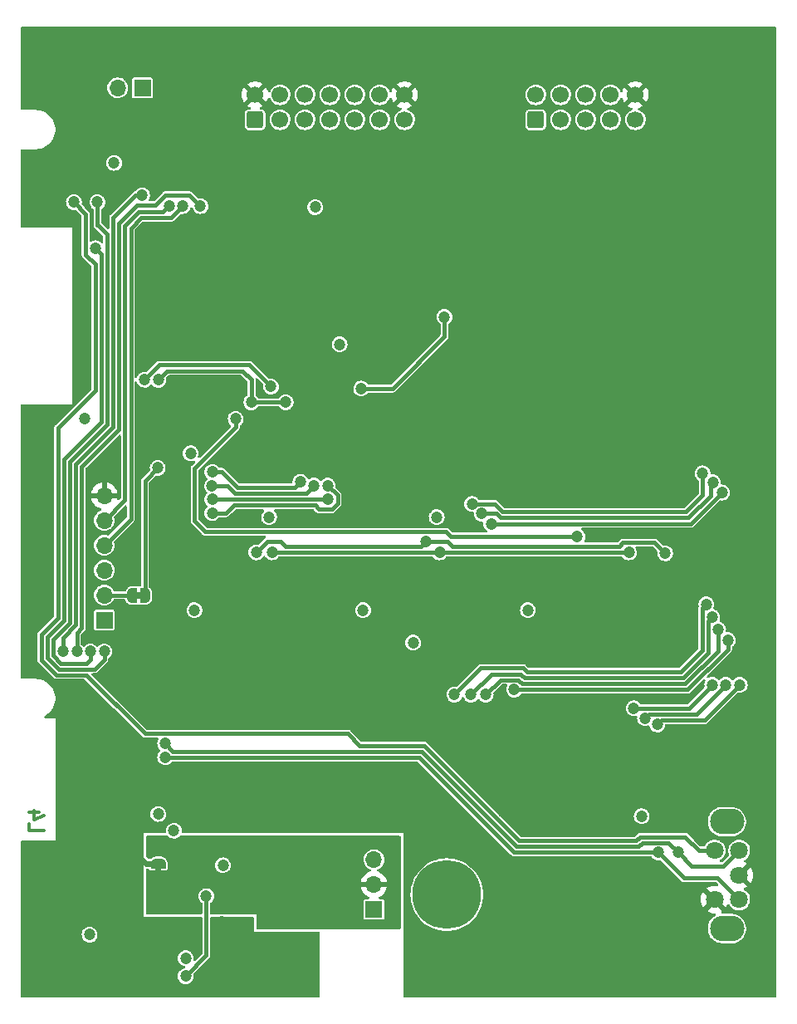
<source format=gbl>
G04 #@! TF.GenerationSoftware,KiCad,Pcbnew,6.0.6-2.fc35*
G04 #@! TF.CreationDate,2022-07-15T01:43:17+02:00*
G04 #@! TF.ProjectId,cw-amp-controll-board,63772d61-6d70-42d6-936f-6e74726f6c6c,rev?*
G04 #@! TF.SameCoordinates,Original*
G04 #@! TF.FileFunction,Copper,L4,Bot*
G04 #@! TF.FilePolarity,Positive*
%FSLAX46Y46*%
G04 Gerber Fmt 4.6, Leading zero omitted, Abs format (unit mm)*
G04 Created by KiCad (PCBNEW 6.0.6-2.fc35) date 2022-07-15 01:43:17*
%MOMM*%
%LPD*%
G01*
G04 APERTURE LIST*
G04 Aperture macros list*
%AMRoundRect*
0 Rectangle with rounded corners*
0 $1 Rounding radius*
0 $2 $3 $4 $5 $6 $7 $8 $9 X,Y pos of 4 corners*
0 Add a 4 corners polygon primitive as box body*
4,1,4,$2,$3,$4,$5,$6,$7,$8,$9,$2,$3,0*
0 Add four circle primitives for the rounded corners*
1,1,$1+$1,$2,$3*
1,1,$1+$1,$4,$5*
1,1,$1+$1,$6,$7*
1,1,$1+$1,$8,$9*
0 Add four rect primitives between the rounded corners*
20,1,$1+$1,$2,$3,$4,$5,0*
20,1,$1+$1,$4,$5,$6,$7,0*
20,1,$1+$1,$6,$7,$8,$9,0*
20,1,$1+$1,$8,$9,$2,$3,0*%
%AMFreePoly0*
4,1,22,0.500000,-0.750000,0.000000,-0.750000,0.000000,-0.745033,-0.079941,-0.743568,-0.215256,-0.701293,-0.333266,-0.622738,-0.424486,-0.514219,-0.481581,-0.384460,-0.499164,-0.250000,-0.500000,-0.250000,-0.500000,0.250000,-0.499164,0.250000,-0.499963,0.256109,-0.478152,0.396186,-0.417904,0.524511,-0.324060,0.630769,-0.204165,0.706417,-0.067858,0.745374,0.000000,0.744959,0.000000,0.750000,
0.500000,0.750000,0.500000,-0.750000,0.500000,-0.750000,$1*%
%AMFreePoly1*
4,1,20,0.000000,0.744959,0.073905,0.744508,0.209726,0.703889,0.328688,0.626782,0.421226,0.519385,0.479903,0.390333,0.500000,0.250000,0.500000,-0.250000,0.499851,-0.262216,0.476331,-0.402017,0.414519,-0.529596,0.319384,-0.634700,0.198574,-0.708877,0.061801,-0.746166,0.000000,-0.745033,0.000000,-0.750000,-0.500000,-0.750000,-0.500000,0.750000,0.000000,0.750000,0.000000,0.744959,
0.000000,0.744959,$1*%
G04 Aperture macros list end*
%ADD10C,0.300000*%
G04 #@! TA.AperFunction,NonConductor*
%ADD11C,0.300000*%
G04 #@! TD*
G04 #@! TA.AperFunction,ComponentPad*
%ADD12RoundRect,0.250000X0.600000X-0.600000X0.600000X0.600000X-0.600000X0.600000X-0.600000X-0.600000X0*%
G04 #@! TD*
G04 #@! TA.AperFunction,ComponentPad*
%ADD13C,1.700000*%
G04 #@! TD*
G04 #@! TA.AperFunction,ComponentPad*
%ADD14R,1.700000X1.700000*%
G04 #@! TD*
G04 #@! TA.AperFunction,ComponentPad*
%ADD15O,1.700000X1.700000*%
G04 #@! TD*
G04 #@! TA.AperFunction,ComponentPad*
%ADD16C,7.000000*%
G04 #@! TD*
G04 #@! TA.AperFunction,WasherPad*
%ADD17O,3.500000X2.600000*%
G04 #@! TD*
G04 #@! TA.AperFunction,ComponentPad*
%ADD18C,1.800000*%
G04 #@! TD*
G04 #@! TA.AperFunction,SMDPad,CuDef*
%ADD19FreePoly0,270.000000*%
G04 #@! TD*
G04 #@! TA.AperFunction,SMDPad,CuDef*
%ADD20FreePoly1,270.000000*%
G04 #@! TD*
G04 #@! TA.AperFunction,SMDPad,CuDef*
%ADD21FreePoly0,180.000000*%
G04 #@! TD*
G04 #@! TA.AperFunction,SMDPad,CuDef*
%ADD22FreePoly1,180.000000*%
G04 #@! TD*
G04 #@! TA.AperFunction,ViaPad*
%ADD23C,1.200000*%
G04 #@! TD*
G04 #@! TA.AperFunction,Conductor*
%ADD24C,0.600000*%
G04 #@! TD*
G04 #@! TA.AperFunction,Conductor*
%ADD25C,0.400000*%
G04 #@! TD*
G04 APERTURE END LIST*
D10*
D11*
X113321428Y-139750000D02*
X113321428Y-140464285D01*
X114821428Y-140464285D01*
X114321428Y-138607142D02*
X113321428Y-138607142D01*
X114892857Y-138964285D02*
X113821428Y-139321428D01*
X113821428Y-138392857D01*
G36*
X126800000Y-144725000D02*
G01*
X126200000Y-144725000D01*
X126200000Y-144225000D01*
X126800000Y-144225000D01*
X126800000Y-144725000D01*
G37*
G36*
X124750000Y-116800000D02*
G01*
X124250000Y-116800000D01*
X124250000Y-116200000D01*
X124750000Y-116200000D01*
X124750000Y-116800000D01*
G37*
D12*
X165000000Y-68000000D03*
D13*
X165000000Y-65460000D03*
X167540000Y-68000000D03*
X167540000Y-65460000D03*
X170080000Y-68000000D03*
X170080000Y-65460000D03*
X172620000Y-68000000D03*
X172620000Y-65460000D03*
X175160000Y-68000000D03*
X175160000Y-65460000D03*
D12*
X136380000Y-68000000D03*
D13*
X136380000Y-65460000D03*
X138920000Y-68000000D03*
X138920000Y-65460000D03*
X141460000Y-68000000D03*
X141460000Y-65460000D03*
X144000000Y-68000000D03*
X144000000Y-65460000D03*
X146540000Y-68000000D03*
X146540000Y-65460000D03*
X149080000Y-68000000D03*
X149080000Y-65460000D03*
X151620000Y-68000000D03*
X151620000Y-65460000D03*
D14*
X124900000Y-64750000D03*
D15*
X122360000Y-64750000D03*
D16*
X155930588Y-147000000D03*
D17*
X184500000Y-139550000D03*
X184500000Y-150450000D03*
D18*
X185750000Y-147500000D03*
X185750000Y-142500000D03*
X185750000Y-145000000D03*
X183250000Y-142500000D03*
X183250000Y-147500000D03*
D14*
X148500000Y-148500000D03*
D15*
X148500000Y-145960000D03*
X148500000Y-143420000D03*
D14*
X121000000Y-119000000D03*
D15*
X121000000Y-116460000D03*
X121000000Y-113920000D03*
X121000000Y-111380000D03*
X121000000Y-108840000D03*
X121000000Y-106300000D03*
D19*
X126500000Y-143825000D03*
D20*
X126500000Y-145125000D03*
D21*
X125150000Y-116500000D03*
D22*
X123850000Y-116500000D03*
D23*
X137800000Y-108500000D03*
X154900000Y-108500000D03*
X175800000Y-139000000D03*
X164200000Y-118000000D03*
X147400000Y-118000000D03*
X119000000Y-98500000D03*
X128100000Y-140475000D03*
X133100000Y-144000000D03*
X129300000Y-153475000D03*
X126500000Y-138775000D03*
X129800000Y-102000000D03*
X130200000Y-118000000D03*
X152500000Y-121300000D03*
X122000000Y-72400000D03*
X119500000Y-151075000D03*
X145000000Y-90900000D03*
X164300000Y-120000000D03*
X146900000Y-75200000D03*
X130300000Y-120000000D03*
X149100000Y-89000000D03*
X127600000Y-87100000D03*
X173000000Y-102000000D03*
X117500000Y-145974500D03*
X121000000Y-103700000D03*
X133000000Y-149800000D03*
X166000000Y-102000000D03*
X147300000Y-120000000D03*
X159000000Y-102000000D03*
X178000000Y-102000000D03*
X130900000Y-94900000D03*
X150600000Y-79900000D03*
X124426771Y-138802921D03*
X142500000Y-76900000D03*
X141000000Y-146000000D03*
X129900000Y-141875000D03*
X131400000Y-147149500D03*
X129300000Y-155300000D03*
X143800000Y-106700000D03*
X132001215Y-106706977D03*
X143800000Y-105300000D03*
X131999659Y-108106479D03*
X142400497Y-105300000D03*
X131992998Y-105307499D03*
X141000000Y-104900000D03*
X132000000Y-103900994D03*
X147200000Y-95400000D03*
X155700000Y-88100000D03*
X125100000Y-94500000D03*
X138000000Y-95200000D03*
X153800000Y-111000000D03*
X136500000Y-112100000D03*
X178200000Y-112200000D03*
X138100000Y-112100000D03*
X174500000Y-112100000D03*
X136000000Y-96800000D03*
X155200000Y-112100000D03*
X139500000Y-96800000D03*
X126506505Y-94507002D03*
X128999503Y-76800000D03*
X127600000Y-76800000D03*
X182012933Y-104035462D03*
X158503904Y-107165261D03*
X159493502Y-108154859D03*
X183063782Y-104959758D03*
X184000000Y-106000000D03*
X160445500Y-109180679D03*
X169250000Y-110500980D03*
X134400000Y-98500000D03*
X177500000Y-142700000D03*
X127200000Y-133000000D03*
X127206754Y-131593246D03*
X179500000Y-142700000D03*
X185817303Y-125615354D03*
X177390910Y-129639885D03*
X176146517Y-128999500D03*
X184399363Y-125619787D03*
X183000000Y-125600000D03*
X175000000Y-128000000D03*
X126449020Y-103500000D03*
X118199554Y-122200000D03*
X130800000Y-76800000D03*
X124850000Y-75700500D03*
X116800051Y-122200000D03*
X119599057Y-122200000D03*
X120300000Y-76400000D03*
X120998560Y-122200000D03*
X120100000Y-81100000D03*
X182401460Y-117400000D03*
X156700000Y-126600000D03*
X183000980Y-118704523D03*
X158400000Y-126600000D03*
X159893246Y-126606754D03*
X183600500Y-119969109D03*
X162800000Y-126100000D03*
X184600000Y-121039730D03*
X117900500Y-76400000D03*
D24*
X125250000Y-143825000D02*
X124426771Y-143001771D01*
X126500000Y-143825000D02*
X125250000Y-143825000D01*
X124426771Y-143001771D02*
X124426771Y-138802921D01*
X126500000Y-145125000D02*
X129050000Y-145125000D01*
X129050000Y-145125000D02*
X129900000Y-144275000D01*
X129900000Y-144275000D02*
X129900000Y-141875000D01*
D25*
X129300000Y-155300000D02*
X131400000Y-153200000D01*
X131400000Y-153200000D02*
X131400000Y-147149500D01*
X132008192Y-106700000D02*
X132001215Y-106706977D01*
X143800000Y-106700000D02*
X132008192Y-106700000D01*
X144799511Y-106285988D02*
X143813523Y-105300000D01*
X144214012Y-107699511D02*
X144799511Y-107114012D01*
X143813523Y-105300000D02*
X143800000Y-105300000D01*
X142499520Y-107299520D02*
X142899511Y-107699511D01*
X133393521Y-108106479D02*
X134200480Y-107299520D01*
X134200480Y-107299520D02*
X142499520Y-107299520D01*
X144799511Y-107114012D02*
X144799511Y-106285988D01*
X131999659Y-108106479D02*
X133393521Y-108106479D01*
X142899511Y-107699511D02*
X144214012Y-107699511D01*
X133559649Y-105307499D02*
X134352631Y-106100480D01*
X134352631Y-106100480D02*
X141600017Y-106100480D01*
X141600017Y-106100480D02*
X142400497Y-105300000D01*
X131992998Y-105307499D02*
X133559649Y-105307499D01*
X140399040Y-105500960D02*
X141000000Y-104900000D01*
X133000994Y-103900994D02*
X134600960Y-105500960D01*
X132000000Y-103900994D02*
X133000994Y-103900994D01*
X134600960Y-105500960D02*
X140399040Y-105500960D01*
X147200000Y-95400000D02*
X150400000Y-95400000D01*
X150400000Y-95400000D02*
X155700000Y-90100000D01*
X155700000Y-90100000D02*
X155700000Y-88100000D01*
X173500000Y-111500480D02*
X173899991Y-111100489D01*
X156500000Y-111500480D02*
X173500000Y-111500480D01*
X155999520Y-111000000D02*
X156500000Y-111500480D01*
X125100000Y-94500000D02*
X126600000Y-93000000D01*
X137600000Y-111000000D02*
X136500000Y-112100000D01*
X153800000Y-111000000D02*
X155999520Y-111000000D01*
X126600000Y-93000000D02*
X135800000Y-93000000D01*
X139500480Y-111500480D02*
X139000000Y-111000000D01*
X153299520Y-111500480D02*
X139500480Y-111500480D01*
X139000000Y-111000000D02*
X137600000Y-111000000D01*
X173899991Y-111100489D02*
X177100489Y-111100489D01*
X177100489Y-111100489D02*
X178200000Y-112200000D01*
X135800000Y-93000000D02*
X138000000Y-95200000D01*
X153800000Y-111000000D02*
X153299520Y-111500480D01*
X136000000Y-94500000D02*
X136000000Y-96800000D01*
X127013987Y-93999520D02*
X127413987Y-93599520D01*
X138100000Y-112100000D02*
X155200000Y-112100000D01*
X126506505Y-94507002D02*
X127013987Y-93999520D01*
X155200000Y-112100000D02*
X174500000Y-112100000D01*
X135099520Y-93599520D02*
X136000000Y-94500000D01*
X136000000Y-96800000D02*
X139500000Y-96800000D01*
X127413987Y-93599520D02*
X135099520Y-93599520D01*
X121000000Y-116460000D02*
X123810000Y-116460000D01*
X123810000Y-116460000D02*
X123850000Y-116500000D01*
X128599511Y-77199992D02*
X128599511Y-77214012D01*
X124747850Y-78000000D02*
X123700000Y-79047850D01*
X127813523Y-78000000D02*
X124747850Y-78000000D01*
X128999503Y-76800000D02*
X128599511Y-77199992D01*
X123700000Y-79047850D02*
X123700000Y-108680000D01*
X123700000Y-108680000D02*
X121000000Y-111380000D01*
X128599511Y-77214012D02*
X127813523Y-78000000D01*
X123100000Y-78800000D02*
X123100000Y-106740000D01*
X127600000Y-76800000D02*
X126999520Y-77400480D01*
X124499520Y-77400480D02*
X123100000Y-78800000D01*
X126999520Y-77400480D02*
X124499520Y-77400480D01*
X123100000Y-106740000D02*
X121000000Y-108840000D01*
X180322661Y-107981639D02*
X182012933Y-106291367D01*
X160803198Y-107155348D02*
X161629489Y-107981639D01*
X158513817Y-107155348D02*
X160803198Y-107155348D01*
X182012933Y-106291367D02*
X182012933Y-104035462D01*
X158503904Y-107165261D02*
X158513817Y-107155348D01*
X161629489Y-107981639D02*
X180322661Y-107981639D01*
X182800000Y-106352150D02*
X180570991Y-108581159D01*
X160954859Y-108154859D02*
X159493502Y-108154859D01*
X183063782Y-104959758D02*
X182800000Y-105223540D01*
X182800000Y-105223540D02*
X182800000Y-106352150D01*
X161381159Y-108581159D02*
X160954859Y-108154859D01*
X180570991Y-108581159D02*
X161381159Y-108581159D01*
X160445500Y-109180679D02*
X180819321Y-109180679D01*
X180819321Y-109180679D02*
X184000000Y-106000000D01*
X131300489Y-110000489D02*
X130200000Y-108900000D01*
X130200000Y-103550000D02*
X134400000Y-99350000D01*
X155847859Y-110000489D02*
X131300489Y-110000489D01*
X134400000Y-99350000D02*
X134400000Y-98500000D01*
X130200000Y-108900000D02*
X130200000Y-103550000D01*
X169250000Y-110500980D02*
X169249020Y-110500000D01*
X156347370Y-110500000D02*
X155847859Y-110000489D01*
X169249020Y-110500000D02*
X156347370Y-110500000D01*
X180100000Y-145300000D02*
X183550000Y-145300000D01*
X183550000Y-145300000D02*
X185750000Y-147500000D01*
X177500000Y-142700000D02*
X180100000Y-145300000D01*
X163000000Y-142700000D02*
X162800000Y-142700000D01*
X153100000Y-133000000D02*
X127200000Y-133000000D01*
X177500000Y-142700000D02*
X163000000Y-142700000D01*
X153300000Y-133200000D02*
X153100000Y-133000000D01*
X157400000Y-137300000D02*
X153300000Y-133200000D01*
X162800000Y-142700000D02*
X157400000Y-137300000D01*
X184150000Y-144100000D02*
X185750000Y-142500000D01*
X179500000Y-142700000D02*
X180900000Y-144100000D01*
X128013988Y-132400480D02*
X127206754Y-131593246D01*
X178500000Y-141700000D02*
X175900000Y-141700000D01*
X163048329Y-142100480D02*
X153348329Y-132400480D01*
X179500000Y-142700000D02*
X178500000Y-141700000D01*
X175900000Y-141700000D02*
X175499520Y-142100480D01*
X149400000Y-132400480D02*
X128013988Y-132400480D01*
X153348329Y-132400480D02*
X149400000Y-132400480D01*
X180900000Y-144100000D02*
X184150000Y-144100000D01*
X175499520Y-142100480D02*
X163048329Y-142100480D01*
X177390910Y-129639885D02*
X177831755Y-129199040D01*
X177831755Y-129199040D02*
X182233617Y-129199040D01*
X182233617Y-129199040D02*
X185817303Y-125615354D01*
X176146517Y-128999500D02*
X176546497Y-128599520D01*
X176546497Y-128599520D02*
X181419630Y-128599520D01*
X181419630Y-128599520D02*
X184399363Y-125619787D01*
X180600000Y-128000000D02*
X175000000Y-128000000D01*
X183000000Y-125600000D02*
X180600000Y-128000000D01*
X126449020Y-103500000D02*
X125150000Y-104799020D01*
X125150000Y-104799020D02*
X125150000Y-116500000D01*
X118199554Y-122200000D02*
X118199554Y-120300446D01*
X127200000Y-75700000D02*
X129700000Y-75700000D01*
X118699520Y-119800480D02*
X118699520Y-103348330D01*
X129700000Y-75700000D02*
X130800000Y-76800000D01*
X122500480Y-78551670D02*
X124352150Y-76700000D01*
X126200000Y-76700000D02*
X127200000Y-75700000D01*
X124352150Y-76700000D02*
X126200000Y-76700000D01*
X122500480Y-99547370D02*
X122500480Y-78551670D01*
X118699520Y-103348330D02*
X122500480Y-99547370D01*
X118199554Y-120300446D02*
X118699520Y-119800480D01*
X124850000Y-75700500D02*
X124199500Y-75700500D01*
X121900960Y-77999040D02*
X121900960Y-99299040D01*
X116800051Y-120799949D02*
X116800051Y-122200000D01*
X121900960Y-99299040D02*
X118100000Y-103100000D01*
X118100000Y-103100000D02*
X118100000Y-119500000D01*
X124199500Y-75700500D02*
X121900960Y-77999040D01*
X118100000Y-119500000D02*
X116800051Y-120799949D01*
X121301440Y-79701440D02*
X120352150Y-78752150D01*
X117500480Y-102851670D02*
X121301440Y-99050710D01*
X116586528Y-123400000D02*
X115800540Y-122614012D01*
X120300000Y-78752150D02*
X120300000Y-76400000D01*
X119599057Y-123000943D02*
X119200000Y-123400000D01*
X115800540Y-120951610D02*
X117500480Y-119251670D01*
X120352150Y-78752150D02*
X120300000Y-78752150D01*
X121301440Y-99050710D02*
X121301440Y-79701440D01*
X117500480Y-119251670D02*
X117500480Y-102851670D01*
X119599057Y-122200000D02*
X119599057Y-123000943D01*
X115800540Y-122614012D02*
X115800540Y-120951610D01*
X119200000Y-123400000D02*
X116586528Y-123400000D01*
X120100000Y-81100000D02*
X120701920Y-81701920D01*
X120701920Y-81701920D02*
X120701920Y-98802380D01*
X116900000Y-102604300D02*
X116900960Y-102605260D01*
X115201020Y-120703281D02*
X115201020Y-122862342D01*
X120701920Y-98802380D02*
X116900000Y-102604300D01*
X120998560Y-123001440D02*
X120998560Y-122200000D01*
X116338678Y-124000000D02*
X120000000Y-124000000D01*
X116900960Y-119003340D02*
X115201020Y-120703281D01*
X120000000Y-124000000D02*
X120998560Y-123001440D01*
X116900960Y-102605260D02*
X116900960Y-119003340D01*
X115201020Y-122862342D02*
X116338678Y-124000000D01*
X163710671Y-123901449D02*
X164110662Y-124301440D01*
X159398551Y-123901449D02*
X163710671Y-123901449D01*
X179755010Y-124301440D02*
X181928225Y-122128225D01*
X156700000Y-126600000D02*
X159398551Y-123901449D01*
X181928225Y-122128225D02*
X182001469Y-122054981D01*
X164110662Y-124301440D02*
X179755010Y-124301440D01*
X182001469Y-117799991D02*
X182401460Y-117400000D01*
X182001469Y-122054981D02*
X182001469Y-117799991D01*
X182600989Y-119104514D02*
X183000980Y-118704523D01*
X158400000Y-126600000D02*
X160499031Y-124500969D01*
X163462341Y-124500969D02*
X163862332Y-124900960D01*
X163862332Y-124900960D02*
X180003340Y-124900960D01*
X180003340Y-124900960D02*
X182600989Y-122303311D01*
X182600989Y-122303311D02*
X182600989Y-119104514D01*
X160499031Y-124500969D02*
X163462341Y-124500969D01*
X180251670Y-125500480D02*
X163614003Y-125500480D01*
X161399511Y-125100489D02*
X159893246Y-126606754D01*
X183600500Y-122151650D02*
X180251670Y-125500480D01*
X163214012Y-125100489D02*
X161399511Y-125100489D01*
X163614003Y-125500480D02*
X163214012Y-125100489D01*
X183600500Y-119969109D02*
X183600500Y-122151650D01*
X184600000Y-122000000D02*
X180500000Y-126100000D01*
X180500000Y-126100000D02*
X162800000Y-126100000D01*
X184600000Y-121039730D02*
X184600000Y-122000000D01*
X119149520Y-124599520D02*
X116090348Y-124599520D01*
X180250480Y-141100480D02*
X175651670Y-141100480D01*
X175251190Y-141500960D02*
X163296659Y-141500960D01*
X147050000Y-131800960D02*
X145842775Y-130593735D01*
X114601500Y-120454952D02*
X116301440Y-118755012D01*
X175651670Y-141100480D02*
X175251190Y-141500960D01*
X145842775Y-130593735D02*
X125143735Y-130593735D01*
X116090348Y-124599520D02*
X114601500Y-123110671D01*
X120102400Y-82752400D02*
X119100000Y-81750000D01*
X116301440Y-113550000D02*
X116300480Y-113549040D01*
X116301440Y-118755012D02*
X116301440Y-113550000D01*
X119100000Y-81750000D02*
X119100000Y-77599500D01*
X181650000Y-142500000D02*
X180250480Y-141100480D01*
X116300480Y-113549040D02*
X116300480Y-99399520D01*
X119100000Y-77599500D02*
X117900500Y-76400000D01*
X183250000Y-142500000D02*
X181650000Y-142500000D01*
X114601500Y-123110671D02*
X114601500Y-120454952D01*
X163296659Y-141500960D02*
X153596658Y-131800960D01*
X125143735Y-130593735D02*
X119149520Y-124599520D01*
X120102400Y-95597600D02*
X120102400Y-82752400D01*
X153596658Y-131800960D02*
X147050000Y-131800960D01*
X116300480Y-99399520D02*
X120102400Y-95597600D01*
G04 #@! TA.AperFunction,Conductor*
G36*
X127508735Y-141020002D02*
G01*
X127531250Y-141038473D01*
X127581615Y-141090627D01*
X127581620Y-141090631D01*
X127586514Y-141095699D01*
X127736789Y-141194036D01*
X127905116Y-141256636D01*
X127912097Y-141257567D01*
X127912099Y-141257568D01*
X128076149Y-141279457D01*
X128076153Y-141279457D01*
X128083130Y-141280388D01*
X128090142Y-141279750D01*
X128090146Y-141279750D01*
X128254960Y-141264751D01*
X128254961Y-141264751D01*
X128261981Y-141264112D01*
X128432782Y-141208615D01*
X128571371Y-141126000D01*
X128580992Y-141120265D01*
X128580994Y-141120264D01*
X128587044Y-141116657D01*
X128648767Y-141057879D01*
X128673051Y-141034754D01*
X128736176Y-141002262D01*
X128759943Y-141000000D01*
X151124000Y-141000000D01*
X151192121Y-141020002D01*
X151238614Y-141073658D01*
X151250000Y-141126000D01*
X151250000Y-150374000D01*
X151229998Y-150442121D01*
X151176342Y-150488614D01*
X151124000Y-150500000D01*
X136626000Y-150500000D01*
X136557879Y-150479998D01*
X136511386Y-150426342D01*
X136500000Y-150374000D01*
X136500000Y-149000000D01*
X133059615Y-149000000D01*
X133044696Y-148999114D01*
X133042901Y-148998900D01*
X133005624Y-148994455D01*
X132998621Y-148995191D01*
X132998620Y-148995191D01*
X132959431Y-148999310D01*
X132946261Y-149000000D01*
X131926500Y-149000000D01*
X131858379Y-148979998D01*
X131811886Y-148926342D01*
X131800500Y-148874000D01*
X131800500Y-147914325D01*
X131820502Y-147846204D01*
X131861982Y-147806097D01*
X131887044Y-147791157D01*
X132017099Y-147667307D01*
X132034570Y-147641012D01*
X132112582Y-147523593D01*
X132116483Y-147517722D01*
X132149996Y-147429498D01*
X132177757Y-147356419D01*
X132177758Y-147356414D01*
X132180257Y-147349836D01*
X132185859Y-147309976D01*
X132204700Y-147175916D01*
X132204700Y-147175911D01*
X132205251Y-147171993D01*
X132205565Y-147149500D01*
X132185546Y-146971028D01*
X132179427Y-146953455D01*
X132128803Y-146808084D01*
X132126485Y-146801427D01*
X132031316Y-146649125D01*
X131952347Y-146569603D01*
X131909733Y-146526690D01*
X131909729Y-146526687D01*
X131904770Y-146521693D01*
X131893761Y-146514706D01*
X131846860Y-146484942D01*
X131753136Y-146425463D01*
X131723352Y-146414857D01*
X131590586Y-146367581D01*
X131590581Y-146367580D01*
X131583951Y-146365219D01*
X131576965Y-146364386D01*
X131576961Y-146364385D01*
X131449177Y-146349148D01*
X131405624Y-146343955D01*
X131398621Y-146344691D01*
X131398620Y-146344691D01*
X131234025Y-146361990D01*
X131234021Y-146361991D01*
X131227017Y-146362727D01*
X131220346Y-146364998D01*
X131063677Y-146418332D01*
X131063674Y-146418333D01*
X131057007Y-146420603D01*
X131051009Y-146424293D01*
X131051007Y-146424294D01*
X130998378Y-146456672D01*
X130904045Y-146514706D01*
X130899014Y-146519632D01*
X130899011Y-146519635D01*
X130891807Y-146526690D01*
X130775732Y-146640359D01*
X130771913Y-146646284D01*
X130771912Y-146646286D01*
X130698378Y-146760388D01*
X130678446Y-146791317D01*
X130676037Y-146797937D01*
X130676035Y-146797940D01*
X130658247Y-146846812D01*
X130617022Y-146960078D01*
X130594514Y-147138253D01*
X130595201Y-147145260D01*
X130595201Y-147145263D01*
X130596005Y-147153463D01*
X130612039Y-147316986D01*
X130614262Y-147323668D01*
X130614262Y-147323669D01*
X130662283Y-147468026D01*
X130668726Y-147487396D01*
X130672373Y-147493418D01*
X130755243Y-147630252D01*
X130761759Y-147641012D01*
X130886514Y-147770199D01*
X130892410Y-147774057D01*
X130892411Y-147774058D01*
X130942493Y-147806831D01*
X130988542Y-147860869D01*
X130999500Y-147912263D01*
X130999500Y-148874000D01*
X130979498Y-148942121D01*
X130925842Y-148988614D01*
X130873500Y-149000000D01*
X125376000Y-149000000D01*
X125307879Y-148979998D01*
X125261386Y-148926342D01*
X125250000Y-148874000D01*
X125250000Y-146227966D01*
X147168257Y-146227966D01*
X147198565Y-146362446D01*
X147201645Y-146372275D01*
X147281770Y-146569603D01*
X147286413Y-146578794D01*
X147397694Y-146760388D01*
X147403777Y-146768699D01*
X147543213Y-146929667D01*
X147550580Y-146936883D01*
X147714434Y-147072916D01*
X147722881Y-147078831D01*
X147906756Y-147186279D01*
X147916043Y-147190729D01*
X147955484Y-147205790D01*
X148011987Y-147248778D01*
X148036280Y-147315489D01*
X148020650Y-147384743D01*
X147970059Y-147434554D01*
X147910535Y-147449500D01*
X147630252Y-147449500D01*
X147624184Y-147450707D01*
X147583939Y-147458712D01*
X147583938Y-147458712D01*
X147571769Y-147461133D01*
X147505448Y-147505448D01*
X147461133Y-147571769D01*
X147449500Y-147630252D01*
X147449500Y-149369748D01*
X147461133Y-149428231D01*
X147505448Y-149494552D01*
X147571769Y-149538867D01*
X147583938Y-149541288D01*
X147583939Y-149541288D01*
X147624184Y-149549293D01*
X147630252Y-149550500D01*
X149369748Y-149550500D01*
X149375816Y-149549293D01*
X149416061Y-149541288D01*
X149416062Y-149541288D01*
X149428231Y-149538867D01*
X149494552Y-149494552D01*
X149538867Y-149428231D01*
X149550500Y-149369748D01*
X149550500Y-147630252D01*
X149538867Y-147571769D01*
X149494552Y-147505448D01*
X149428231Y-147461133D01*
X149416062Y-147458712D01*
X149416061Y-147458712D01*
X149375816Y-147450707D01*
X149369748Y-147449500D01*
X149090107Y-147449500D01*
X149021986Y-147429498D01*
X148975493Y-147375842D01*
X148965389Y-147305568D01*
X148994883Y-147240988D01*
X149034675Y-147210349D01*
X149193090Y-147132742D01*
X149201945Y-147127464D01*
X149375328Y-147003792D01*
X149383200Y-146997139D01*
X149534052Y-146846812D01*
X149540730Y-146838965D01*
X149665003Y-146666020D01*
X149670313Y-146657183D01*
X149764670Y-146466267D01*
X149768469Y-146456672D01*
X149830377Y-146252910D01*
X149832555Y-146242837D01*
X149833986Y-146231962D01*
X149831775Y-146217778D01*
X149818617Y-146214000D01*
X147183225Y-146214000D01*
X147169694Y-146217973D01*
X147168257Y-146227966D01*
X125250000Y-146227966D01*
X125250000Y-145694183D01*
X147164389Y-145694183D01*
X147165912Y-145702607D01*
X147178292Y-145706000D01*
X149818344Y-145706000D01*
X149831875Y-145702027D01*
X149833180Y-145692947D01*
X149791214Y-145525875D01*
X149787894Y-145516124D01*
X149702972Y-145320814D01*
X149698105Y-145311739D01*
X149582426Y-145132926D01*
X149576136Y-145124757D01*
X149432806Y-144967240D01*
X149425273Y-144960215D01*
X149258139Y-144828222D01*
X149249552Y-144822517D01*
X149063117Y-144719599D01*
X149053705Y-144715369D01*
X148862031Y-144647493D01*
X148804495Y-144605899D01*
X148778579Y-144539801D01*
X148792513Y-144470185D01*
X148841872Y-144419154D01*
X148870206Y-144407362D01*
X148875790Y-144405803D01*
X148875799Y-144405800D01*
X148881725Y-144404145D01*
X148887214Y-144401372D01*
X148887220Y-144401370D01*
X149029544Y-144329476D01*
X149065610Y-144311258D01*
X149120304Y-144268527D01*
X149190758Y-144213482D01*
X149227951Y-144184424D01*
X149242572Y-144167486D01*
X149358540Y-144033134D01*
X149358540Y-144033133D01*
X149362564Y-144028472D01*
X149378739Y-144000000D01*
X149461276Y-143854707D01*
X149464323Y-143849344D01*
X149529351Y-143653863D01*
X149555171Y-143449474D01*
X149555583Y-143420000D01*
X149535480Y-143214970D01*
X149475935Y-143017749D01*
X149379218Y-142835849D01*
X149305859Y-142745902D01*
X149252906Y-142680975D01*
X149252903Y-142680972D01*
X149249011Y-142676200D01*
X149231786Y-142661950D01*
X149095025Y-142548811D01*
X149095021Y-142548809D01*
X149090275Y-142544882D01*
X148909055Y-142446897D01*
X148712254Y-142385977D01*
X148706129Y-142385333D01*
X148706128Y-142385333D01*
X148513498Y-142365087D01*
X148513496Y-142365087D01*
X148507369Y-142364443D01*
X148420529Y-142372346D01*
X148308342Y-142382555D01*
X148308339Y-142382556D01*
X148302203Y-142383114D01*
X148104572Y-142441280D01*
X147922002Y-142536726D01*
X147917201Y-142540586D01*
X147917198Y-142540588D01*
X147906971Y-142548811D01*
X147761447Y-142665815D01*
X147629024Y-142823630D01*
X147626056Y-142829028D01*
X147626053Y-142829033D01*
X147532743Y-142998765D01*
X147529776Y-143004162D01*
X147467484Y-143200532D01*
X147466798Y-143206649D01*
X147466797Y-143206653D01*
X147446398Y-143388521D01*
X147444520Y-143405262D01*
X147445036Y-143411406D01*
X147452968Y-143505860D01*
X147461759Y-143610553D01*
X147463458Y-143616478D01*
X147503951Y-143757693D01*
X147518544Y-143808586D01*
X147521359Y-143814063D01*
X147521360Y-143814066D01*
X147542247Y-143854707D01*
X147612712Y-143991818D01*
X147740677Y-144153270D01*
X147745370Y-144157264D01*
X147745371Y-144157265D01*
X147861727Y-144256291D01*
X147897564Y-144286791D01*
X147902942Y-144289797D01*
X147902944Y-144289798D01*
X147954930Y-144318852D01*
X148077398Y-144387297D01*
X148142437Y-144408429D01*
X148201042Y-144448502D01*
X148228680Y-144513898D01*
X148216574Y-144583855D01*
X148168568Y-144636162D01*
X148142646Y-144648027D01*
X147976868Y-144702212D01*
X147967359Y-144706209D01*
X147778463Y-144804542D01*
X147769738Y-144810036D01*
X147599433Y-144937905D01*
X147591726Y-144944748D01*
X147444590Y-145098717D01*
X147438104Y-145106727D01*
X147318098Y-145282649D01*
X147313000Y-145291623D01*
X147223338Y-145484783D01*
X147219775Y-145494470D01*
X147164389Y-145694183D01*
X125250000Y-145694183D01*
X125250000Y-144451500D01*
X125270002Y-144383379D01*
X125323658Y-144336886D01*
X125376000Y-144325500D01*
X125447365Y-144325500D01*
X125515486Y-144345502D01*
X125560321Y-144399150D01*
X125561133Y-144403231D01*
X125605448Y-144469552D01*
X125671769Y-144513867D01*
X125683938Y-144516288D01*
X125683939Y-144516288D01*
X125741979Y-144527833D01*
X125750000Y-144529428D01*
X126180389Y-144529428D01*
X126198914Y-144530975D01*
X126198927Y-144530871D01*
X126201259Y-144531171D01*
X126201292Y-144531174D01*
X126201310Y-144531177D01*
X126203742Y-144531586D01*
X126235157Y-144534404D01*
X126237581Y-144534434D01*
X126237588Y-144534434D01*
X126240673Y-144534471D01*
X126247499Y-144534555D01*
X126278981Y-144532505D01*
X126291578Y-144530701D01*
X126309440Y-144529428D01*
X126680389Y-144529428D01*
X126698914Y-144530975D01*
X126698927Y-144530871D01*
X126701259Y-144531171D01*
X126701292Y-144531174D01*
X126701310Y-144531177D01*
X126703742Y-144531586D01*
X126735157Y-144534404D01*
X126737581Y-144534434D01*
X126737588Y-144534434D01*
X126740673Y-144534471D01*
X126747499Y-144534555D01*
X126778981Y-144532505D01*
X126791578Y-144530701D01*
X126809440Y-144529428D01*
X127250000Y-144529428D01*
X127258021Y-144527833D01*
X127316061Y-144516288D01*
X127316062Y-144516288D01*
X127328231Y-144513867D01*
X127394552Y-144469552D01*
X127438867Y-144403231D01*
X127442037Y-144387297D01*
X127453221Y-144331068D01*
X127454428Y-144325000D01*
X127454428Y-143988753D01*
X132294514Y-143988753D01*
X132295201Y-143995760D01*
X132295201Y-143995763D01*
X132303277Y-144078120D01*
X132312039Y-144167486D01*
X132314262Y-144174168D01*
X132314262Y-144174169D01*
X132366455Y-144331068D01*
X132368726Y-144337896D01*
X132372373Y-144343918D01*
X132451972Y-144475351D01*
X132461759Y-144491512D01*
X132466648Y-144496575D01*
X132466649Y-144496576D01*
X132503208Y-144534434D01*
X132586514Y-144620699D01*
X132736789Y-144719036D01*
X132905116Y-144781636D01*
X132912097Y-144782567D01*
X132912099Y-144782568D01*
X133076149Y-144804457D01*
X133076153Y-144804457D01*
X133083130Y-144805388D01*
X133090142Y-144804750D01*
X133090146Y-144804750D01*
X133254960Y-144789751D01*
X133254961Y-144789751D01*
X133261981Y-144789112D01*
X133432782Y-144733615D01*
X133463714Y-144715176D01*
X133580992Y-144645265D01*
X133580994Y-144645264D01*
X133587044Y-144641657D01*
X133717099Y-144517807D01*
X133724297Y-144506974D01*
X133786369Y-144413547D01*
X133816483Y-144368222D01*
X133835252Y-144318813D01*
X133877757Y-144206919D01*
X133877758Y-144206914D01*
X133880257Y-144200336D01*
X133905251Y-144022493D01*
X133905565Y-144000000D01*
X133885546Y-143821528D01*
X133882948Y-143814066D01*
X133828803Y-143658584D01*
X133826485Y-143651927D01*
X133773341Y-143566878D01*
X133735049Y-143505599D01*
X133731316Y-143499625D01*
X133648763Y-143416494D01*
X133609733Y-143377190D01*
X133609729Y-143377187D01*
X133604770Y-143372193D01*
X133593761Y-143365206D01*
X133511933Y-143313277D01*
X133453136Y-143275963D01*
X133396029Y-143255628D01*
X133290586Y-143218081D01*
X133290581Y-143218080D01*
X133283951Y-143215719D01*
X133276965Y-143214886D01*
X133276961Y-143214885D01*
X133149177Y-143199648D01*
X133105624Y-143194455D01*
X133098621Y-143195191D01*
X133098620Y-143195191D01*
X132934025Y-143212490D01*
X132934021Y-143212491D01*
X132927017Y-143213227D01*
X132920346Y-143215498D01*
X132763677Y-143268832D01*
X132763674Y-143268833D01*
X132757007Y-143271103D01*
X132751009Y-143274793D01*
X132751007Y-143274794D01*
X132702724Y-143304498D01*
X132604045Y-143365206D01*
X132599014Y-143370132D01*
X132599011Y-143370135D01*
X132563141Y-143405262D01*
X132475732Y-143490859D01*
X132471913Y-143496784D01*
X132471912Y-143496786D01*
X132398594Y-143610553D01*
X132378446Y-143641817D01*
X132376037Y-143648437D01*
X132376035Y-143648440D01*
X132355555Y-143704710D01*
X132317022Y-143810578D01*
X132294514Y-143988753D01*
X127454428Y-143988753D01*
X127454428Y-143834084D01*
X127454430Y-143833314D01*
X127454865Y-143762179D01*
X127454865Y-143762173D01*
X127454892Y-143757693D01*
X127447026Y-143700268D01*
X127407669Y-143562559D01*
X127384001Y-143509649D01*
X127381615Y-143505867D01*
X127381611Y-143505860D01*
X127309966Y-143392311D01*
X127307575Y-143388521D01*
X127270008Y-143344380D01*
X127205710Y-143287595D01*
X127166020Y-143252542D01*
X127166019Y-143252542D01*
X127162657Y-143249572D01*
X127130639Y-143228540D01*
X127117965Y-143220215D01*
X127117962Y-143220214D01*
X127114215Y-143217752D01*
X127110159Y-143215848D01*
X127110156Y-143215846D01*
X126988625Y-143158787D01*
X126984570Y-143156883D01*
X126980287Y-143155574D01*
X126980283Y-143155572D01*
X126933427Y-143141247D01*
X126929139Y-143139936D01*
X126924716Y-143139247D01*
X126924710Y-143139246D01*
X126792042Y-143118590D01*
X126792037Y-143118590D01*
X126787621Y-143117902D01*
X126783155Y-143117847D01*
X126783150Y-143117847D01*
X126756042Y-143117516D01*
X126729665Y-143117194D01*
X126725223Y-143117775D01*
X126725220Y-143117775D01*
X126711969Y-143119508D01*
X126695632Y-143120572D01*
X126314520Y-143120572D01*
X126295137Y-143119072D01*
X126293633Y-143118838D01*
X126287621Y-143117902D01*
X126283155Y-143117847D01*
X126283150Y-143117847D01*
X126256042Y-143117516D01*
X126229665Y-143117194D01*
X126225223Y-143117775D01*
X126225220Y-143117775D01*
X126164583Y-143125704D01*
X126087651Y-143135764D01*
X126083335Y-143136969D01*
X126083330Y-143136970D01*
X126059737Y-143143558D01*
X126031823Y-143151351D01*
X126027718Y-143153157D01*
X126027716Y-143153158D01*
X125920052Y-143200532D01*
X125900730Y-143209034D01*
X125869418Y-143228524D01*
X125855339Y-143237287D01*
X125855335Y-143237290D01*
X125851524Y-143239662D01*
X125848092Y-143242547D01*
X125848085Y-143242552D01*
X125785749Y-143294951D01*
X125720733Y-143323472D01*
X125704674Y-143324500D01*
X125509504Y-143324500D01*
X125441383Y-143304498D01*
X125420409Y-143287595D01*
X125286905Y-143154091D01*
X125252879Y-143091779D01*
X125250000Y-143064996D01*
X125250000Y-141126000D01*
X125270002Y-141057879D01*
X125323658Y-141011386D01*
X125376000Y-141000000D01*
X127440614Y-141000000D01*
X127508735Y-141020002D01*
G37*
G04 #@! TD.AperFunction*
G04 #@! TA.AperFunction,Conductor*
G36*
X189442121Y-58520002D02*
G01*
X189488614Y-58573658D01*
X189500000Y-58626000D01*
X189500000Y-157374000D01*
X189479998Y-157442121D01*
X189426342Y-157488614D01*
X189374000Y-157500000D01*
X151626000Y-157500000D01*
X151557879Y-157479998D01*
X151511386Y-157426342D01*
X151500000Y-157374000D01*
X151500000Y-147000000D01*
X152225010Y-147000000D01*
X152245310Y-147387338D01*
X152245823Y-147390578D01*
X152245824Y-147390586D01*
X152263154Y-147500000D01*
X152305986Y-147770433D01*
X152406374Y-148145087D01*
X152545374Y-148507194D01*
X152721463Y-148852789D01*
X152932712Y-149178084D01*
X153176807Y-149479516D01*
X153451072Y-149753781D01*
X153752504Y-149997876D01*
X154077799Y-150209125D01*
X154423394Y-150385214D01*
X154785501Y-150524214D01*
X155160155Y-150624602D01*
X155363789Y-150656854D01*
X155540002Y-150684764D01*
X155540010Y-150684765D01*
X155543250Y-150685278D01*
X155930588Y-150705578D01*
X156317926Y-150685278D01*
X156321166Y-150684765D01*
X156321174Y-150684764D01*
X156497387Y-150656854D01*
X156701021Y-150624602D01*
X157075675Y-150524214D01*
X157437782Y-150385214D01*
X157783377Y-150209125D01*
X158108672Y-149997876D01*
X158410104Y-149753781D01*
X158684369Y-149479516D01*
X158928464Y-149178084D01*
X159139713Y-148852789D01*
X159237227Y-148661406D01*
X182453423Y-148661406D01*
X182458704Y-148668461D01*
X182635080Y-148771527D01*
X182644363Y-148775974D01*
X182851003Y-148854883D01*
X182860901Y-148857759D01*
X183077653Y-148901857D01*
X183087884Y-148903077D01*
X183247531Y-148908931D01*
X183314873Y-148931416D01*
X183359369Y-148986739D01*
X183366891Y-149057336D01*
X183335051Y-149120793D01*
X183311354Y-149140638D01*
X183131339Y-149257095D01*
X183127514Y-149260575D01*
X183127512Y-149260577D01*
X183106281Y-149279896D01*
X182948842Y-149423154D01*
X182945643Y-149427205D01*
X182945639Y-149427209D01*
X182799119Y-149612736D01*
X182799116Y-149612741D01*
X182795918Y-149616790D01*
X182793425Y-149621306D01*
X182793423Y-149621309D01*
X182781150Y-149643543D01*
X182676673Y-149832802D01*
X182674949Y-149837671D01*
X182674947Y-149837675D01*
X182596035Y-150060515D01*
X182594309Y-150065390D01*
X182593402Y-150070483D01*
X182593401Y-150070486D01*
X182554172Y-150290719D01*
X182551039Y-150308306D01*
X182548025Y-150555028D01*
X182585347Y-150798930D01*
X182662003Y-151033460D01*
X182775935Y-151252321D01*
X182779038Y-151256454D01*
X182779040Y-151256457D01*
X182919267Y-151443222D01*
X182924083Y-151449636D01*
X182927821Y-151453208D01*
X183067760Y-151586936D01*
X183102468Y-151620104D01*
X183106740Y-151623018D01*
X183106741Y-151623019D01*
X183236888Y-151711799D01*
X183306300Y-151759149D01*
X183373142Y-151790176D01*
X183525409Y-151860856D01*
X183525413Y-151860857D01*
X183530104Y-151863035D01*
X183767871Y-151928974D01*
X183773008Y-151929523D01*
X183965957Y-151950144D01*
X183965965Y-151950144D01*
X183969292Y-151950500D01*
X185012554Y-151950500D01*
X185015127Y-151950288D01*
X185015138Y-151950288D01*
X185190760Y-151935849D01*
X185190766Y-151935848D01*
X185195911Y-151935425D01*
X185435217Y-151875316D01*
X185616499Y-151796492D01*
X185656744Y-151778993D01*
X185656745Y-151778993D01*
X185661493Y-151776928D01*
X185868661Y-151642905D01*
X185890516Y-151623019D01*
X185959235Y-151560489D01*
X186051158Y-151476846D01*
X186054357Y-151472795D01*
X186054361Y-151472791D01*
X186200881Y-151287264D01*
X186200884Y-151287259D01*
X186204082Y-151283210D01*
X186208429Y-151275336D01*
X186320830Y-151071722D01*
X186320832Y-151071718D01*
X186323327Y-151067198D01*
X186327022Y-151056766D01*
X186403965Y-150839485D01*
X186403966Y-150839481D01*
X186405691Y-150834610D01*
X186412957Y-150793818D01*
X186448055Y-150596783D01*
X186448056Y-150596777D01*
X186448961Y-150591694D01*
X186451469Y-150386398D01*
X186451912Y-150350142D01*
X186451912Y-150350140D01*
X186451975Y-150344972D01*
X186414653Y-150101070D01*
X186337997Y-149866540D01*
X186224065Y-149647679D01*
X186109095Y-149494552D01*
X186079022Y-149454499D01*
X186079020Y-149454496D01*
X186075917Y-149450364D01*
X185991557Y-149369748D01*
X185901269Y-149283467D01*
X185901268Y-149283466D01*
X185897532Y-149279896D01*
X185870398Y-149261386D01*
X185697979Y-149143770D01*
X185697980Y-149143770D01*
X185693700Y-149140851D01*
X185513782Y-149057336D01*
X185474591Y-149039144D01*
X185474587Y-149039143D01*
X185469896Y-149036965D01*
X185232129Y-148971026D01*
X185226992Y-148970477D01*
X185034043Y-148949856D01*
X185034035Y-148949856D01*
X185030708Y-148949500D01*
X184034248Y-148949500D01*
X183966127Y-148929498D01*
X183919634Y-148875842D01*
X183909530Y-148805568D01*
X183939024Y-148740988D01*
X183969736Y-148715268D01*
X183977632Y-148710562D01*
X184035097Y-148669572D01*
X184043497Y-148658874D01*
X184036510Y-148645721D01*
X183262811Y-147872021D01*
X183248868Y-147864408D01*
X183247034Y-147864539D01*
X183240420Y-147868790D01*
X182460180Y-148649031D01*
X182453423Y-148661406D01*
X159237227Y-148661406D01*
X159315802Y-148507194D01*
X159454802Y-148145087D01*
X159555190Y-147770433D01*
X159598022Y-147500000D01*
X159602673Y-147470638D01*
X181837893Y-147470638D01*
X181850627Y-147691468D01*
X181852061Y-147701670D01*
X181900685Y-147917439D01*
X181903773Y-147927292D01*
X181986986Y-148132220D01*
X181991634Y-148141421D01*
X182080097Y-148285781D01*
X182090553Y-148295242D01*
X182099331Y-148291458D01*
X182877979Y-147512811D01*
X182885592Y-147498868D01*
X182885461Y-147497034D01*
X182881210Y-147490420D01*
X182103862Y-146713073D01*
X182092330Y-146706776D01*
X182080048Y-146716399D01*
X182024467Y-146797877D01*
X182019379Y-146806833D01*
X181926252Y-147007459D01*
X181922689Y-147017146D01*
X181863581Y-147230280D01*
X181861650Y-147240400D01*
X181838145Y-147460349D01*
X181837893Y-147470638D01*
X159602673Y-147470638D01*
X159615352Y-147390586D01*
X159615353Y-147390578D01*
X159615866Y-147387338D01*
X159636166Y-147000000D01*
X159615866Y-146612662D01*
X159600352Y-146514706D01*
X159574746Y-146353040D01*
X159555190Y-146229567D01*
X159454802Y-145854913D01*
X159428770Y-145787096D01*
X159371551Y-145638038D01*
X159315802Y-145492806D01*
X159139713Y-145147211D01*
X158928464Y-144821916D01*
X158684369Y-144520484D01*
X158410104Y-144246219D01*
X158108672Y-144002124D01*
X157783377Y-143790875D01*
X157437782Y-143614786D01*
X157163930Y-143509664D01*
X157078765Y-143476972D01*
X157078763Y-143476971D01*
X157075675Y-143475786D01*
X156701021Y-143375398D01*
X156497387Y-143343146D01*
X156321174Y-143315236D01*
X156321166Y-143315235D01*
X156317926Y-143314722D01*
X155930588Y-143294422D01*
X155543250Y-143314722D01*
X155540010Y-143315235D01*
X155540002Y-143315236D01*
X155363789Y-143343146D01*
X155160155Y-143375398D01*
X154785501Y-143475786D01*
X154782413Y-143476971D01*
X154782411Y-143476972D01*
X154697246Y-143509664D01*
X154423394Y-143614786D01*
X154077799Y-143790875D01*
X153752504Y-144002124D01*
X153451072Y-144246219D01*
X153176807Y-144520484D01*
X152932712Y-144821916D01*
X152721463Y-145147211D01*
X152545374Y-145492806D01*
X152489625Y-145638038D01*
X152432407Y-145787096D01*
X152406374Y-145854913D01*
X152305986Y-146229567D01*
X152286430Y-146353040D01*
X152260825Y-146514706D01*
X152245310Y-146612662D01*
X152225010Y-147000000D01*
X151500000Y-147000000D01*
X151500000Y-140750000D01*
X129014710Y-140750000D01*
X128946589Y-140729998D01*
X128900096Y-140676342D01*
X128889936Y-140606464D01*
X128904700Y-140501416D01*
X128904700Y-140501411D01*
X128905251Y-140497493D01*
X128905565Y-140475000D01*
X128885546Y-140296528D01*
X128879427Y-140278955D01*
X128828803Y-140133584D01*
X128826485Y-140126927D01*
X128731316Y-139974625D01*
X128651071Y-139893818D01*
X128609733Y-139852190D01*
X128609729Y-139852187D01*
X128604770Y-139847193D01*
X128593761Y-139840206D01*
X128502937Y-139782568D01*
X128453136Y-139750963D01*
X128404417Y-139733615D01*
X128290586Y-139693081D01*
X128290581Y-139693080D01*
X128283951Y-139690719D01*
X128276965Y-139689886D01*
X128276961Y-139689885D01*
X128149177Y-139674648D01*
X128105624Y-139669455D01*
X128098621Y-139670191D01*
X128098620Y-139670191D01*
X127934025Y-139687490D01*
X127934021Y-139687491D01*
X127927017Y-139688227D01*
X127920346Y-139690498D01*
X127763677Y-139743832D01*
X127763674Y-139743833D01*
X127757007Y-139746103D01*
X127751009Y-139749793D01*
X127751007Y-139749794D01*
X127699249Y-139781636D01*
X127604045Y-139840206D01*
X127599014Y-139845132D01*
X127599011Y-139845135D01*
X127591807Y-139852190D01*
X127475732Y-139965859D01*
X127471913Y-139971784D01*
X127471912Y-139971786D01*
X127382265Y-140110891D01*
X127378446Y-140116817D01*
X127317022Y-140285578D01*
X127294514Y-140463753D01*
X127295201Y-140470760D01*
X127295201Y-140470762D01*
X127309021Y-140611704D01*
X127295762Y-140681452D01*
X127246899Y-140732959D01*
X127183622Y-140750000D01*
X125000000Y-140750000D01*
X125000000Y-149250000D01*
X130873500Y-149250000D01*
X130941621Y-149270002D01*
X130988114Y-149323658D01*
X130999500Y-149376000D01*
X130999500Y-152981918D01*
X130979498Y-153050039D01*
X130962599Y-153071009D01*
X130301073Y-153732535D01*
X130238761Y-153766560D01*
X130167945Y-153761495D01*
X130111110Y-153718948D01*
X130086299Y-153652428D01*
X130087204Y-153625903D01*
X130104700Y-153501416D01*
X130104700Y-153501411D01*
X130105251Y-153497493D01*
X130105565Y-153475000D01*
X130085546Y-153296528D01*
X130079427Y-153278955D01*
X130028803Y-153133584D01*
X130026485Y-153126927D01*
X129931316Y-152974625D01*
X129867771Y-152910635D01*
X129809733Y-152852190D01*
X129809729Y-152852187D01*
X129804770Y-152847193D01*
X129793761Y-152840206D01*
X129746860Y-152810442D01*
X129653136Y-152750963D01*
X129623352Y-152740357D01*
X129490586Y-152693081D01*
X129490581Y-152693080D01*
X129483951Y-152690719D01*
X129476965Y-152689886D01*
X129476961Y-152689885D01*
X129349177Y-152674648D01*
X129305624Y-152669455D01*
X129298621Y-152670191D01*
X129298620Y-152670191D01*
X129134025Y-152687490D01*
X129134021Y-152687491D01*
X129127017Y-152688227D01*
X129120346Y-152690498D01*
X128963677Y-152743832D01*
X128963674Y-152743833D01*
X128957007Y-152746103D01*
X128951009Y-152749793D01*
X128951007Y-152749794D01*
X128880526Y-152793155D01*
X128804045Y-152840206D01*
X128799014Y-152845132D01*
X128799011Y-152845135D01*
X128791807Y-152852190D01*
X128675732Y-152965859D01*
X128671913Y-152971784D01*
X128671912Y-152971786D01*
X128607964Y-153071014D01*
X128578446Y-153116817D01*
X128517022Y-153285578D01*
X128494514Y-153463753D01*
X128495201Y-153470760D01*
X128495201Y-153470763D01*
X128496005Y-153478963D01*
X128512039Y-153642486D01*
X128514262Y-153649168D01*
X128514262Y-153649169D01*
X128522967Y-153675336D01*
X128568726Y-153812896D01*
X128661759Y-153966512D01*
X128786514Y-154095699D01*
X128936789Y-154194036D01*
X129105116Y-154256636D01*
X129112097Y-154257567D01*
X129112099Y-154257568D01*
X129133840Y-154260469D01*
X129143085Y-154261702D01*
X129207963Y-154290537D01*
X129246951Y-154349870D01*
X129247673Y-154420863D01*
X129209898Y-154480976D01*
X129139596Y-154511904D01*
X129134032Y-154512489D01*
X129134026Y-154512490D01*
X129127017Y-154513227D01*
X129120346Y-154515498D01*
X128963677Y-154568832D01*
X128963674Y-154568833D01*
X128957007Y-154571103D01*
X128804045Y-154665206D01*
X128799014Y-154670132D01*
X128799011Y-154670135D01*
X128736883Y-154730976D01*
X128675732Y-154790859D01*
X128578446Y-154941817D01*
X128517022Y-155110578D01*
X128494514Y-155288753D01*
X128495201Y-155295760D01*
X128495201Y-155295763D01*
X128496005Y-155303963D01*
X128512039Y-155467486D01*
X128514262Y-155474168D01*
X128514262Y-155474169D01*
X128522967Y-155500336D01*
X128568726Y-155637896D01*
X128661759Y-155791512D01*
X128786514Y-155920699D01*
X128936789Y-156019036D01*
X129105116Y-156081636D01*
X129112097Y-156082567D01*
X129112099Y-156082568D01*
X129276149Y-156104457D01*
X129276153Y-156104457D01*
X129283130Y-156105388D01*
X129290142Y-156104750D01*
X129290146Y-156104750D01*
X129454960Y-156089751D01*
X129454961Y-156089751D01*
X129461981Y-156089112D01*
X129632782Y-156033615D01*
X129663714Y-156015176D01*
X129780992Y-155945265D01*
X129780994Y-155945264D01*
X129787044Y-155941657D01*
X129917099Y-155817807D01*
X129934570Y-155791512D01*
X130012582Y-155674093D01*
X130016483Y-155668222D01*
X130031168Y-155629564D01*
X130077757Y-155506919D01*
X130077758Y-155506914D01*
X130080257Y-155500336D01*
X130105251Y-155322493D01*
X130105565Y-155300000D01*
X130088202Y-155145209D01*
X130100486Y-155075285D01*
X130124322Y-155042070D01*
X131728050Y-153438342D01*
X131732552Y-153429507D01*
X131738038Y-153418741D01*
X131748368Y-153401884D01*
X131755465Y-153392115D01*
X131761296Y-153384090D01*
X131768094Y-153363168D01*
X131775658Y-153344907D01*
X131781145Y-153334139D01*
X131781146Y-153334135D01*
X131785646Y-153325304D01*
X131787197Y-153315515D01*
X131787199Y-153315507D01*
X131789089Y-153303573D01*
X131793703Y-153284353D01*
X131797435Y-153272867D01*
X131797436Y-153272860D01*
X131800499Y-153263433D01*
X131800499Y-153231525D01*
X131800500Y-153231519D01*
X131800500Y-149376000D01*
X131820502Y-149307879D01*
X131874158Y-149261386D01*
X131926500Y-149250000D01*
X136124000Y-149250000D01*
X136192121Y-149270002D01*
X136238614Y-149323658D01*
X136250000Y-149376000D01*
X136250000Y-150750000D01*
X142874000Y-150750000D01*
X142942121Y-150770002D01*
X142988614Y-150823658D01*
X143000000Y-150876000D01*
X143000000Y-157374000D01*
X142979998Y-157442121D01*
X142926342Y-157488614D01*
X142874000Y-157500000D01*
X112626000Y-157500000D01*
X112557879Y-157479998D01*
X112511386Y-157426342D01*
X112500000Y-157374000D01*
X112500000Y-151063753D01*
X118694514Y-151063753D01*
X118695201Y-151070760D01*
X118695201Y-151070763D01*
X118696005Y-151078963D01*
X118712039Y-151242486D01*
X118714262Y-151249168D01*
X118714262Y-151249169D01*
X118724083Y-151278691D01*
X118768726Y-151412896D01*
X118772373Y-151418918D01*
X118805000Y-151472791D01*
X118861759Y-151566512D01*
X118986514Y-151695699D01*
X119136789Y-151794036D01*
X119305116Y-151856636D01*
X119312097Y-151857567D01*
X119312099Y-151857568D01*
X119476149Y-151879457D01*
X119476153Y-151879457D01*
X119483130Y-151880388D01*
X119490142Y-151879750D01*
X119490146Y-151879750D01*
X119654960Y-151864751D01*
X119654961Y-151864751D01*
X119661981Y-151864112D01*
X119832782Y-151808615D01*
X119890657Y-151774115D01*
X119980992Y-151720265D01*
X119980994Y-151720264D01*
X119987044Y-151716657D01*
X120117099Y-151592807D01*
X120134570Y-151566512D01*
X120209848Y-151453208D01*
X120216483Y-151443222D01*
X120231168Y-151404564D01*
X120277757Y-151281919D01*
X120277758Y-151281914D01*
X120280257Y-151275336D01*
X120283935Y-151249169D01*
X120304700Y-151101416D01*
X120304700Y-151101411D01*
X120305251Y-151097493D01*
X120305565Y-151075000D01*
X120285546Y-150896528D01*
X120279427Y-150878955D01*
X120259436Y-150821549D01*
X120226485Y-150726927D01*
X120131316Y-150574625D01*
X120067771Y-150510635D01*
X120009733Y-150452190D01*
X120009729Y-150452187D01*
X120004770Y-150447193D01*
X119993761Y-150440206D01*
X119946860Y-150410442D01*
X119853136Y-150350963D01*
X119821950Y-150339858D01*
X119690586Y-150293081D01*
X119690581Y-150293080D01*
X119683951Y-150290719D01*
X119676965Y-150289886D01*
X119676961Y-150289885D01*
X119549177Y-150274648D01*
X119505624Y-150269455D01*
X119498621Y-150270191D01*
X119498620Y-150270191D01*
X119334025Y-150287490D01*
X119334021Y-150287491D01*
X119327017Y-150288227D01*
X119320346Y-150290498D01*
X119163677Y-150343832D01*
X119163674Y-150343833D01*
X119157007Y-150346103D01*
X119151009Y-150349793D01*
X119151007Y-150349794D01*
X119080526Y-150393154D01*
X119004045Y-150440206D01*
X118999014Y-150445132D01*
X118999011Y-150445135D01*
X118991807Y-150452190D01*
X118875732Y-150565859D01*
X118871913Y-150571784D01*
X118871912Y-150571786D01*
X118785689Y-150705578D01*
X118778446Y-150716817D01*
X118717022Y-150885578D01*
X118694514Y-151063753D01*
X112500000Y-151063753D01*
X112500000Y-141626000D01*
X112520002Y-141557879D01*
X112573658Y-141511386D01*
X112626000Y-141500000D01*
X116000000Y-141500000D01*
X116000000Y-138763753D01*
X125694514Y-138763753D01*
X125695201Y-138770760D01*
X125695201Y-138770763D01*
X125696005Y-138778963D01*
X125712039Y-138942486D01*
X125714262Y-138949168D01*
X125714262Y-138949169D01*
X125729762Y-138995763D01*
X125768726Y-139112896D01*
X125861759Y-139266512D01*
X125986514Y-139395699D01*
X126136789Y-139494036D01*
X126305116Y-139556636D01*
X126312097Y-139557567D01*
X126312099Y-139557568D01*
X126476149Y-139579457D01*
X126476153Y-139579457D01*
X126483130Y-139580388D01*
X126490142Y-139579750D01*
X126490146Y-139579750D01*
X126654960Y-139564751D01*
X126654961Y-139564751D01*
X126661981Y-139564112D01*
X126832782Y-139508615D01*
X126863714Y-139490176D01*
X126980992Y-139420265D01*
X126980994Y-139420264D01*
X126987044Y-139416657D01*
X127117099Y-139292807D01*
X127134570Y-139266512D01*
X127178049Y-139201070D01*
X127216483Y-139143222D01*
X127262344Y-139022493D01*
X127277757Y-138981919D01*
X127277758Y-138981914D01*
X127280257Y-138975336D01*
X127281493Y-138966540D01*
X127304700Y-138801416D01*
X127304700Y-138801411D01*
X127305251Y-138797493D01*
X127305565Y-138775000D01*
X127285546Y-138596528D01*
X127279427Y-138578955D01*
X127250812Y-138496786D01*
X127226485Y-138426927D01*
X127192284Y-138372193D01*
X127135049Y-138280599D01*
X127131316Y-138274625D01*
X127052434Y-138195191D01*
X127009733Y-138152190D01*
X127009729Y-138152187D01*
X127004770Y-138147193D01*
X126993761Y-138140206D01*
X126946860Y-138110442D01*
X126853136Y-138050963D01*
X126823352Y-138040357D01*
X126690586Y-137993081D01*
X126690581Y-137993080D01*
X126683951Y-137990719D01*
X126676965Y-137989886D01*
X126676961Y-137989885D01*
X126549177Y-137974648D01*
X126505624Y-137969455D01*
X126498621Y-137970191D01*
X126498620Y-137970191D01*
X126334025Y-137987490D01*
X126334021Y-137987491D01*
X126327017Y-137988227D01*
X126320346Y-137990498D01*
X126163677Y-138043832D01*
X126163674Y-138043833D01*
X126157007Y-138046103D01*
X126151009Y-138049793D01*
X126151007Y-138049794D01*
X126116495Y-138071026D01*
X126004045Y-138140206D01*
X125999014Y-138145132D01*
X125999011Y-138145135D01*
X125947896Y-138195191D01*
X125875732Y-138265859D01*
X125871913Y-138271784D01*
X125871912Y-138271786D01*
X125803984Y-138377190D01*
X125778446Y-138416817D01*
X125717022Y-138585578D01*
X125694514Y-138763753D01*
X116000000Y-138763753D01*
X116000000Y-129000000D01*
X115006604Y-129000000D01*
X114938483Y-128979998D01*
X114891990Y-128926342D01*
X114881886Y-128856068D01*
X114911380Y-128791488D01*
X114948635Y-128762127D01*
X115038290Y-128715671D01*
X115042117Y-128713688D01*
X115265758Y-128555826D01*
X115465820Y-128368980D01*
X115638577Y-128156634D01*
X115736405Y-127995763D01*
X115778574Y-127926418D01*
X115780810Y-127922741D01*
X115889870Y-127671660D01*
X115963725Y-127408067D01*
X116001000Y-127136872D01*
X116001000Y-126863128D01*
X115963725Y-126591933D01*
X115889870Y-126328340D01*
X115860393Y-126260476D01*
X115805092Y-126133161D01*
X115780810Y-126077259D01*
X115638577Y-125843366D01*
X115465820Y-125631020D01*
X115265758Y-125444174D01*
X115042117Y-125286312D01*
X115034478Y-125282354D01*
X114802892Y-125162354D01*
X114802886Y-125162351D01*
X114799064Y-125160371D01*
X114541125Y-125068700D01*
X114536923Y-125067827D01*
X114536920Y-125067826D01*
X114277318Y-125013880D01*
X114277314Y-125013879D01*
X114273106Y-125013005D01*
X114268812Y-125012711D01*
X114268810Y-125012711D01*
X114018074Y-124995560D01*
X114018073Y-124995560D01*
X114000000Y-124994324D01*
X114000000Y-124997773D01*
X113988751Y-124999000D01*
X112626000Y-124999000D01*
X112557879Y-124978998D01*
X112511386Y-124925342D01*
X112500000Y-124873000D01*
X112500000Y-123174104D01*
X114201000Y-123174104D01*
X114204064Y-123183535D01*
X114204065Y-123183539D01*
X114207797Y-123195024D01*
X114212413Y-123214249D01*
X114213353Y-123220181D01*
X114215854Y-123235975D01*
X114220355Y-123244808D01*
X114220356Y-123244812D01*
X114225842Y-123255579D01*
X114233406Y-123273839D01*
X114240204Y-123294760D01*
X114246033Y-123302783D01*
X114253135Y-123312558D01*
X114263463Y-123329413D01*
X114268945Y-123340172D01*
X114273450Y-123349013D01*
X114296013Y-123371576D01*
X114296016Y-123371580D01*
X115829439Y-124905004D01*
X115829443Y-124905007D01*
X115852006Y-124927570D01*
X115860846Y-124932074D01*
X115871603Y-124937555D01*
X115888455Y-124947881D01*
X115906258Y-124960816D01*
X115927182Y-124967615D01*
X115945442Y-124975179D01*
X115956207Y-124980664D01*
X115956211Y-124980665D01*
X115965044Y-124985166D01*
X115974835Y-124986717D01*
X115974836Y-124986717D01*
X115986770Y-124988607D01*
X116005995Y-124993223D01*
X116017480Y-124996955D01*
X116017484Y-124996956D01*
X116026915Y-125000020D01*
X118931437Y-125000020D01*
X118999558Y-125020022D01*
X119020532Y-125036925D01*
X121965374Y-127981766D01*
X124905393Y-130921785D01*
X124914227Y-130926286D01*
X124914228Y-130926287D01*
X124924994Y-130931773D01*
X124941851Y-130942103D01*
X124951620Y-130949201D01*
X124951623Y-130949202D01*
X124959645Y-130955031D01*
X124980569Y-130961830D01*
X124998829Y-130969394D01*
X125009594Y-130974879D01*
X125009598Y-130974880D01*
X125018431Y-130979381D01*
X125028222Y-130980932D01*
X125028223Y-130980932D01*
X125040157Y-130982822D01*
X125059382Y-130987438D01*
X125070867Y-130991170D01*
X125070871Y-130991171D01*
X125080302Y-130994235D01*
X126409303Y-130994235D01*
X126477424Y-131014237D01*
X126523917Y-131067893D01*
X126534021Y-131138167D01*
X126515216Y-131188487D01*
X126485200Y-131235063D01*
X126423776Y-131403824D01*
X126401268Y-131581999D01*
X126401955Y-131589006D01*
X126401955Y-131589009D01*
X126402759Y-131597209D01*
X126418793Y-131760732D01*
X126421016Y-131767414D01*
X126421016Y-131767415D01*
X126447556Y-131847197D01*
X126475480Y-131931142D01*
X126568513Y-132084758D01*
X126573403Y-132089821D01*
X126573407Y-132089827D01*
X126686662Y-132207105D01*
X126719595Y-132270001D01*
X126713295Y-132340718D01*
X126684185Y-132384654D01*
X126575732Y-132490859D01*
X126478446Y-132641817D01*
X126417022Y-132810578D01*
X126394514Y-132988753D01*
X126412039Y-133167486D01*
X126468726Y-133337896D01*
X126472373Y-133343918D01*
X126540720Y-133456772D01*
X126561759Y-133491512D01*
X126686514Y-133620699D01*
X126836789Y-133719036D01*
X127005116Y-133781636D01*
X127012097Y-133782567D01*
X127012099Y-133782568D01*
X127176149Y-133804457D01*
X127176153Y-133804457D01*
X127183130Y-133805388D01*
X127190142Y-133804750D01*
X127190146Y-133804750D01*
X127354960Y-133789751D01*
X127354961Y-133789751D01*
X127361981Y-133789112D01*
X127532782Y-133733615D01*
X127563714Y-133715176D01*
X127680992Y-133645265D01*
X127680994Y-133645264D01*
X127687044Y-133641657D01*
X127817099Y-133517807D01*
X127857650Y-133456772D01*
X127912009Y-133411102D01*
X127962599Y-133400500D01*
X152881917Y-133400500D01*
X152950038Y-133420502D01*
X152971012Y-133437405D01*
X157094516Y-137560909D01*
X162471950Y-142938342D01*
X162561658Y-143028050D01*
X162570492Y-143032551D01*
X162570493Y-143032552D01*
X162581259Y-143038038D01*
X162598116Y-143048368D01*
X162615910Y-143061296D01*
X162636832Y-143068094D01*
X162655093Y-143075658D01*
X162665861Y-143081145D01*
X162665865Y-143081146D01*
X162674696Y-143085646D01*
X162684485Y-143087197D01*
X162684493Y-143087199D01*
X162696427Y-143089089D01*
X162715647Y-143093703D01*
X162727133Y-143097435D01*
X162727140Y-143097436D01*
X162736567Y-143100499D01*
X162768477Y-143100499D01*
X162768481Y-143100500D01*
X176735642Y-143100500D01*
X176803763Y-143120502D01*
X176843417Y-143161228D01*
X176858106Y-143185482D01*
X176858111Y-143185489D01*
X176861759Y-143191512D01*
X176866650Y-143196577D01*
X176866651Y-143196578D01*
X176887126Y-143217780D01*
X176986514Y-143320699D01*
X177136789Y-143419036D01*
X177305116Y-143481636D01*
X177312097Y-143482567D01*
X177312099Y-143482568D01*
X177476149Y-143504457D01*
X177476153Y-143504457D01*
X177483130Y-143505388D01*
X177490142Y-143504750D01*
X177490146Y-143504750D01*
X177658874Y-143489395D01*
X177728527Y-143503141D01*
X177759388Y-143525781D01*
X178767759Y-144534151D01*
X179861658Y-145628050D01*
X179870492Y-145632551D01*
X179870493Y-145632552D01*
X179881259Y-145638038D01*
X179898116Y-145648368D01*
X179915910Y-145661296D01*
X179936832Y-145668094D01*
X179955093Y-145675658D01*
X179965861Y-145681145D01*
X179965865Y-145681146D01*
X179974696Y-145685646D01*
X179984485Y-145687197D01*
X179984493Y-145687199D01*
X179996427Y-145689089D01*
X180015647Y-145693703D01*
X180027133Y-145697435D01*
X180027140Y-145697436D01*
X180036567Y-145700499D01*
X180068477Y-145700499D01*
X180068481Y-145700500D01*
X183331917Y-145700500D01*
X183400038Y-145720502D01*
X183421012Y-145737405D01*
X183579028Y-145895421D01*
X183613054Y-145957733D01*
X183607989Y-146028548D01*
X183565442Y-146085384D01*
X183498922Y-146110195D01*
X183467837Y-146108563D01*
X183388048Y-146094350D01*
X183377796Y-146093381D01*
X183156616Y-146090679D01*
X183146332Y-146091399D01*
X182927693Y-146124855D01*
X182917666Y-146127244D01*
X182707426Y-146195961D01*
X182697916Y-146199958D01*
X182501725Y-146302089D01*
X182493007Y-146307578D01*
X182463961Y-146329386D01*
X182455508Y-146340711D01*
X182462251Y-146353040D01*
X183250000Y-147140790D01*
X184396304Y-148287093D01*
X184408314Y-148293651D01*
X184420052Y-148284683D01*
X184458010Y-148231859D01*
X184463321Y-148223020D01*
X184557554Y-148032354D01*
X184605668Y-147980147D01*
X184674369Y-147962240D01*
X184741845Y-147984319D01*
X184784937Y-148035431D01*
X184790435Y-148047357D01*
X184790438Y-148047363D01*
X184792856Y-148052607D01*
X184796189Y-148057323D01*
X184849121Y-148132220D01*
X184909588Y-148217780D01*
X185054466Y-148358913D01*
X185222637Y-148471282D01*
X185227940Y-148473560D01*
X185227943Y-148473562D01*
X185316291Y-148511519D01*
X185408470Y-148551122D01*
X185605740Y-148595760D01*
X185611509Y-148595987D01*
X185611512Y-148595987D01*
X185687683Y-148598979D01*
X185807842Y-148603700D01*
X185894132Y-148591189D01*
X186002286Y-148575508D01*
X186002291Y-148575507D01*
X186008007Y-148574678D01*
X186013479Y-148572820D01*
X186013481Y-148572820D01*
X186194067Y-148511519D01*
X186194069Y-148511518D01*
X186199531Y-148509664D01*
X186376001Y-148410837D01*
X186438433Y-148358913D01*
X186527073Y-148285191D01*
X186531505Y-148281505D01*
X186660837Y-148126001D01*
X186759664Y-147949531D01*
X186795442Y-147844135D01*
X186822820Y-147763481D01*
X186822820Y-147763479D01*
X186824678Y-147758007D01*
X186825507Y-147752291D01*
X186825508Y-147752286D01*
X186843201Y-147630252D01*
X186853700Y-147557842D01*
X186855215Y-147500000D01*
X186836708Y-147298591D01*
X186781807Y-147103926D01*
X186692351Y-146922527D01*
X186571335Y-146760467D01*
X186526515Y-146719036D01*
X186427053Y-146627094D01*
X186427051Y-146627092D01*
X186422812Y-146623174D01*
X186417929Y-146620093D01*
X186417925Y-146620090D01*
X186270351Y-146526978D01*
X186223412Y-146473711D01*
X186212723Y-146403524D01*
X186241677Y-146338700D01*
X186282154Y-146307265D01*
X186468778Y-146215839D01*
X186477636Y-146210559D01*
X186535097Y-146169572D01*
X186543497Y-146158874D01*
X186536509Y-146145720D01*
X185479885Y-145089095D01*
X185445859Y-145026783D01*
X185447694Y-145001132D01*
X186114408Y-145001132D01*
X186114539Y-145002966D01*
X186118790Y-145009580D01*
X186896307Y-145787096D01*
X186908313Y-145793652D01*
X186920052Y-145784684D01*
X186958010Y-145731859D01*
X186963321Y-145723020D01*
X187061318Y-145524737D01*
X187065117Y-145515142D01*
X187129415Y-145303517D01*
X187131594Y-145293436D01*
X187160702Y-145072338D01*
X187161221Y-145065663D01*
X187162744Y-145003364D01*
X187162550Y-144996646D01*
X187144279Y-144774400D01*
X187142596Y-144764238D01*
X187088710Y-144549708D01*
X187085389Y-144539953D01*
X186997193Y-144337118D01*
X186992315Y-144328020D01*
X186919224Y-144215038D01*
X186908538Y-144205835D01*
X186898973Y-144210238D01*
X186122021Y-144987189D01*
X186114408Y-145001132D01*
X185447694Y-145001132D01*
X185450924Y-144955967D01*
X185479885Y-144910905D01*
X185750000Y-144640790D01*
X186538990Y-143851799D01*
X186546010Y-143838943D01*
X186538236Y-143828273D01*
X186535902Y-143826430D01*
X186527320Y-143820729D01*
X186333678Y-143713833D01*
X186324273Y-143709606D01*
X186291272Y-143697920D01*
X186233735Y-143656327D01*
X186207819Y-143590229D01*
X186221752Y-143520613D01*
X186271765Y-143469213D01*
X186370956Y-143413663D01*
X186370961Y-143413659D01*
X186376001Y-143410837D01*
X186438433Y-143358913D01*
X186527073Y-143285191D01*
X186531505Y-143281505D01*
X186660837Y-143126001D01*
X186680641Y-143090639D01*
X186729069Y-143004162D01*
X186759664Y-142949531D01*
X186777349Y-142897435D01*
X186822820Y-142763481D01*
X186822820Y-142763479D01*
X186824678Y-142758007D01*
X186825507Y-142752291D01*
X186825508Y-142752286D01*
X186853167Y-142561516D01*
X186853700Y-142557842D01*
X186855215Y-142500000D01*
X186836708Y-142298591D01*
X186781807Y-142103926D01*
X186692351Y-141922527D01*
X186686645Y-141914885D01*
X186574788Y-141765091D01*
X186574787Y-141765090D01*
X186571335Y-141760467D01*
X186548350Y-141739220D01*
X186427053Y-141627094D01*
X186427051Y-141627092D01*
X186422812Y-141623174D01*
X186395374Y-141605862D01*
X186256637Y-141518325D01*
X186251757Y-141515246D01*
X186063898Y-141440298D01*
X185865526Y-141400839D01*
X185859752Y-141400763D01*
X185859748Y-141400763D01*
X185757257Y-141399422D01*
X185663286Y-141398192D01*
X185657589Y-141399171D01*
X185657588Y-141399171D01*
X185469646Y-141431465D01*
X185469645Y-141431465D01*
X185463949Y-141432444D01*
X185274193Y-141502449D01*
X185269232Y-141505401D01*
X185269231Y-141505401D01*
X185250043Y-141516817D01*
X185100371Y-141605862D01*
X184948305Y-141739220D01*
X184823089Y-141898057D01*
X184728914Y-142077053D01*
X184668937Y-142270213D01*
X184645164Y-142471069D01*
X184658392Y-142672894D01*
X184671985Y-142726416D01*
X184706240Y-142861296D01*
X184708178Y-142868928D01*
X184709932Y-142872733D01*
X184713793Y-142943106D01*
X184680229Y-143003378D01*
X184021012Y-143662595D01*
X183958700Y-143696621D01*
X183931917Y-143699500D01*
X183843413Y-143699500D01*
X183775292Y-143679498D01*
X183728799Y-143625842D01*
X183718695Y-143555568D01*
X183748189Y-143490988D01*
X183781847Y-143463565D01*
X183870964Y-143413658D01*
X183870965Y-143413657D01*
X183876001Y-143410837D01*
X183938433Y-143358913D01*
X184027073Y-143285191D01*
X184031505Y-143281505D01*
X184160837Y-143126001D01*
X184180641Y-143090639D01*
X184229069Y-143004162D01*
X184259664Y-142949531D01*
X184277349Y-142897435D01*
X184322820Y-142763481D01*
X184322820Y-142763479D01*
X184324678Y-142758007D01*
X184325507Y-142752291D01*
X184325508Y-142752286D01*
X184353167Y-142561516D01*
X184353700Y-142557842D01*
X184355215Y-142500000D01*
X184336708Y-142298591D01*
X184281807Y-142103926D01*
X184192351Y-141922527D01*
X184186645Y-141914885D01*
X184074788Y-141765091D01*
X184074787Y-141765090D01*
X184071335Y-141760467D01*
X184048350Y-141739220D01*
X183927053Y-141627094D01*
X183927051Y-141627092D01*
X183922812Y-141623174D01*
X183895374Y-141605862D01*
X183756637Y-141518325D01*
X183751757Y-141515246D01*
X183563898Y-141440298D01*
X183365526Y-141400839D01*
X183359752Y-141400763D01*
X183359748Y-141400763D01*
X183257257Y-141399422D01*
X183163286Y-141398192D01*
X183157589Y-141399171D01*
X183157588Y-141399171D01*
X182969646Y-141431465D01*
X182969645Y-141431465D01*
X182963949Y-141432444D01*
X182774193Y-141502449D01*
X182769232Y-141505401D01*
X182769231Y-141505401D01*
X182750043Y-141516817D01*
X182600371Y-141605862D01*
X182448305Y-141739220D01*
X182323089Y-141898057D01*
X182313797Y-141915719D01*
X182252529Y-142032168D01*
X182203109Y-142083140D01*
X182141021Y-142099500D01*
X181868082Y-142099500D01*
X181799961Y-142079498D01*
X181778987Y-142062595D01*
X181158833Y-141442440D01*
X180511389Y-140794996D01*
X180511385Y-140794993D01*
X180488822Y-140772430D01*
X180469226Y-140762445D01*
X180452373Y-140752119D01*
X180434570Y-140739184D01*
X180413646Y-140732385D01*
X180395386Y-140724821D01*
X180384621Y-140719336D01*
X180384617Y-140719335D01*
X180375784Y-140714834D01*
X180365993Y-140713283D01*
X180365992Y-140713283D01*
X180354058Y-140711393D01*
X180334833Y-140706777D01*
X180323348Y-140703045D01*
X180323344Y-140703044D01*
X180313913Y-140699980D01*
X175620151Y-140699980D01*
X175620147Y-140699981D01*
X175588237Y-140699981D01*
X175578810Y-140703044D01*
X175578803Y-140703045D01*
X175567317Y-140706777D01*
X175548097Y-140711391D01*
X175536163Y-140713281D01*
X175536155Y-140713283D01*
X175526366Y-140714834D01*
X175517535Y-140719334D01*
X175517531Y-140719335D01*
X175506763Y-140724822D01*
X175488502Y-140732386D01*
X175467580Y-140739184D01*
X175458591Y-140745715D01*
X175449786Y-140752112D01*
X175432929Y-140762442D01*
X175422163Y-140767928D01*
X175422162Y-140767929D01*
X175413328Y-140772430D01*
X175390761Y-140794997D01*
X175122202Y-141063555D01*
X175059890Y-141097581D01*
X175033107Y-141100460D01*
X163514741Y-141100460D01*
X163446620Y-141080458D01*
X163425646Y-141063555D01*
X161350844Y-138988753D01*
X174994514Y-138988753D01*
X174995201Y-138995760D01*
X174995201Y-138995763D01*
X174996005Y-139003963D01*
X175012039Y-139167486D01*
X175014262Y-139174168D01*
X175014262Y-139174169D01*
X175046665Y-139271576D01*
X175068726Y-139337896D01*
X175072373Y-139343918D01*
X175114495Y-139413469D01*
X175161759Y-139491512D01*
X175166648Y-139496575D01*
X175166649Y-139496576D01*
X175181482Y-139511936D01*
X175286514Y-139620699D01*
X175436789Y-139719036D01*
X175605116Y-139781636D01*
X175612097Y-139782567D01*
X175612099Y-139782568D01*
X175776149Y-139804457D01*
X175776153Y-139804457D01*
X175783130Y-139805388D01*
X175790142Y-139804750D01*
X175790146Y-139804750D01*
X175954960Y-139789751D01*
X175954961Y-139789751D01*
X175961981Y-139789112D01*
X176132782Y-139733615D01*
X176203106Y-139691694D01*
X176264614Y-139655028D01*
X182548025Y-139655028D01*
X182585347Y-139898930D01*
X182662003Y-140133460D01*
X182775935Y-140352321D01*
X182779038Y-140356454D01*
X182779040Y-140356457D01*
X182871020Y-140478963D01*
X182924083Y-140549636D01*
X182927821Y-140553208D01*
X183056674Y-140676342D01*
X183102468Y-140720104D01*
X183106740Y-140723018D01*
X183106741Y-140723019D01*
X183135893Y-140742905D01*
X183306300Y-140859149D01*
X183418202Y-140911092D01*
X183525409Y-140960856D01*
X183525413Y-140960857D01*
X183530104Y-140963035D01*
X183767871Y-141028974D01*
X183773008Y-141029523D01*
X183965957Y-141050144D01*
X183965965Y-141050144D01*
X183969292Y-141050500D01*
X185012554Y-141050500D01*
X185015127Y-141050288D01*
X185015138Y-141050288D01*
X185190760Y-141035849D01*
X185190766Y-141035848D01*
X185195911Y-141035425D01*
X185435217Y-140975316D01*
X185661493Y-140876928D01*
X185868661Y-140742905D01*
X185872751Y-140739184D01*
X185941813Y-140676342D01*
X186051158Y-140576846D01*
X186054357Y-140572795D01*
X186054361Y-140572791D01*
X186200881Y-140387264D01*
X186200884Y-140387259D01*
X186204082Y-140383210D01*
X186206577Y-140378691D01*
X186320830Y-140171722D01*
X186320832Y-140171718D01*
X186323327Y-140167198D01*
X186335231Y-140133584D01*
X186403965Y-139939485D01*
X186403966Y-139939481D01*
X186405691Y-139934610D01*
X186412957Y-139893818D01*
X186448055Y-139696783D01*
X186448056Y-139696777D01*
X186448961Y-139691694D01*
X186451376Y-139494036D01*
X186451912Y-139450142D01*
X186451912Y-139450140D01*
X186451975Y-139444972D01*
X186414653Y-139201070D01*
X186337997Y-138966540D01*
X186262508Y-138821528D01*
X186226454Y-138752268D01*
X186226453Y-138752267D01*
X186224065Y-138747679D01*
X186149555Y-138648440D01*
X186079022Y-138554499D01*
X186079020Y-138554496D01*
X186075917Y-138550364D01*
X185936168Y-138416817D01*
X185901269Y-138383467D01*
X185901268Y-138383466D01*
X185897532Y-138379896D01*
X185869212Y-138360577D01*
X185697979Y-138243770D01*
X185697980Y-138243770D01*
X185693700Y-138240851D01*
X185502696Y-138152190D01*
X185474591Y-138139144D01*
X185474587Y-138139143D01*
X185469896Y-138136965D01*
X185232129Y-138071026D01*
X185226992Y-138070477D01*
X185034043Y-138049856D01*
X185034035Y-138049856D01*
X185030708Y-138049500D01*
X183987446Y-138049500D01*
X183984873Y-138049712D01*
X183984862Y-138049712D01*
X183809240Y-138064151D01*
X183809234Y-138064152D01*
X183804089Y-138064575D01*
X183564783Y-138124684D01*
X183338507Y-138223072D01*
X183131339Y-138357095D01*
X183127514Y-138360575D01*
X183127512Y-138360577D01*
X183109255Y-138377190D01*
X182948842Y-138523154D01*
X182945643Y-138527205D01*
X182945639Y-138527209D01*
X182799119Y-138712736D01*
X182799116Y-138712741D01*
X182795918Y-138716790D01*
X182793425Y-138721306D01*
X182793423Y-138721309D01*
X182734236Y-138828527D01*
X182676673Y-138932802D01*
X182674949Y-138937671D01*
X182674947Y-138937675D01*
X182602159Y-139143222D01*
X182594309Y-139165390D01*
X182593402Y-139170483D01*
X182593401Y-139170486D01*
X182553285Y-139395699D01*
X182551039Y-139408306D01*
X182548025Y-139655028D01*
X176264614Y-139655028D01*
X176280992Y-139645265D01*
X176280994Y-139645264D01*
X176287044Y-139641657D01*
X176417099Y-139517807D01*
X176432893Y-139494036D01*
X176486421Y-139413469D01*
X176516483Y-139368222D01*
X176547361Y-139286936D01*
X176577757Y-139206919D01*
X176577758Y-139206914D01*
X176580257Y-139200336D01*
X176585168Y-139165390D01*
X176604700Y-139026416D01*
X176604700Y-139026411D01*
X176605251Y-139022493D01*
X176605565Y-139000000D01*
X176585546Y-138821528D01*
X176579427Y-138803955D01*
X176550646Y-138721309D01*
X176526485Y-138651927D01*
X176485026Y-138585578D01*
X176435049Y-138505599D01*
X176431316Y-138499625D01*
X176365734Y-138433584D01*
X176309733Y-138377190D01*
X176309729Y-138377187D01*
X176304770Y-138372193D01*
X176293761Y-138365206D01*
X176246860Y-138335442D01*
X176153136Y-138275963D01*
X176110910Y-138260927D01*
X175990586Y-138218081D01*
X175990581Y-138218080D01*
X175983951Y-138215719D01*
X175976965Y-138214886D01*
X175976961Y-138214885D01*
X175849177Y-138199648D01*
X175805624Y-138194455D01*
X175798621Y-138195191D01*
X175798620Y-138195191D01*
X175634025Y-138212490D01*
X175634021Y-138212491D01*
X175627017Y-138213227D01*
X175620346Y-138215498D01*
X175463677Y-138268832D01*
X175463674Y-138268833D01*
X175457007Y-138271103D01*
X175451009Y-138274793D01*
X175451007Y-138274794D01*
X175441571Y-138280599D01*
X175304045Y-138365206D01*
X175299014Y-138370132D01*
X175299011Y-138370135D01*
X175285397Y-138383467D01*
X175175732Y-138490859D01*
X175171913Y-138496784D01*
X175171912Y-138496786D01*
X175111921Y-138589874D01*
X175078446Y-138641817D01*
X175017022Y-138810578D01*
X174994514Y-138988753D01*
X161350844Y-138988753D01*
X153857567Y-131495476D01*
X153857563Y-131495473D01*
X153835000Y-131472910D01*
X153815404Y-131462925D01*
X153798551Y-131452599D01*
X153780748Y-131439664D01*
X153759824Y-131432865D01*
X153741564Y-131425301D01*
X153730799Y-131419816D01*
X153730795Y-131419815D01*
X153721962Y-131415314D01*
X153712171Y-131413763D01*
X153712170Y-131413763D01*
X153700236Y-131411873D01*
X153681011Y-131407257D01*
X153669526Y-131403525D01*
X153669522Y-131403524D01*
X153660091Y-131400460D01*
X147268083Y-131400460D01*
X147199962Y-131380458D01*
X147178988Y-131363555D01*
X146103684Y-130288251D01*
X146103680Y-130288248D01*
X146081117Y-130265685D01*
X146061521Y-130255700D01*
X146044668Y-130245374D01*
X146026865Y-130232439D01*
X146005941Y-130225640D01*
X145987681Y-130218076D01*
X145976916Y-130212591D01*
X145976912Y-130212590D01*
X145968079Y-130208089D01*
X145958288Y-130206538D01*
X145958287Y-130206538D01*
X145946353Y-130204648D01*
X145927128Y-130200032D01*
X145915643Y-130196300D01*
X145915639Y-130196299D01*
X145906208Y-130193235D01*
X125361817Y-130193235D01*
X125293696Y-130173233D01*
X125272722Y-130156330D01*
X121705146Y-126588753D01*
X155894514Y-126588753D01*
X155895201Y-126595760D01*
X155895201Y-126595763D01*
X155897363Y-126617807D01*
X155912039Y-126767486D01*
X155914262Y-126774168D01*
X155914262Y-126774169D01*
X155964375Y-126924815D01*
X155968726Y-126937896D01*
X156061759Y-127091512D01*
X156066648Y-127096575D01*
X156066649Y-127096576D01*
X156105123Y-127136417D01*
X156186514Y-127220699D01*
X156336789Y-127319036D01*
X156505116Y-127381636D01*
X156512097Y-127382567D01*
X156512099Y-127382568D01*
X156676149Y-127404457D01*
X156676153Y-127404457D01*
X156683130Y-127405388D01*
X156690142Y-127404750D01*
X156690146Y-127404750D01*
X156854960Y-127389751D01*
X156854961Y-127389751D01*
X156861981Y-127389112D01*
X157005295Y-127342546D01*
X157026082Y-127335792D01*
X157032782Y-127333615D01*
X157063714Y-127315176D01*
X157180992Y-127245265D01*
X157180994Y-127245264D01*
X157187044Y-127241657D01*
X157317099Y-127117807D01*
X157326718Y-127103330D01*
X157408095Y-126980847D01*
X157416483Y-126968222D01*
X157430685Y-126930835D01*
X157473574Y-126874258D01*
X157540243Y-126849849D01*
X157609525Y-126865359D01*
X157659423Y-126915864D01*
X157663329Y-126924915D01*
X157663546Y-126924815D01*
X157666504Y-126931217D01*
X157668726Y-126937896D01*
X157761759Y-127091512D01*
X157766648Y-127096575D01*
X157766649Y-127096576D01*
X157805123Y-127136417D01*
X157886514Y-127220699D01*
X158036789Y-127319036D01*
X158205116Y-127381636D01*
X158212097Y-127382567D01*
X158212099Y-127382568D01*
X158376149Y-127404457D01*
X158376153Y-127404457D01*
X158383130Y-127405388D01*
X158390142Y-127404750D01*
X158390146Y-127404750D01*
X158554960Y-127389751D01*
X158554961Y-127389751D01*
X158561981Y-127389112D01*
X158705295Y-127342546D01*
X158726082Y-127335792D01*
X158732782Y-127333615D01*
X158763714Y-127315176D01*
X158880992Y-127245265D01*
X158880994Y-127245264D01*
X158887044Y-127241657D01*
X159017099Y-127117807D01*
X159037877Y-127086534D01*
X159092235Y-127040865D01*
X159162655Y-127031833D01*
X159226779Y-127062307D01*
X159247024Y-127086686D01*
X159247058Y-127086660D01*
X159247771Y-127087586D01*
X159250600Y-127090993D01*
X159255005Y-127098266D01*
X159259894Y-127103329D01*
X159259895Y-127103330D01*
X159296408Y-127141140D01*
X159379760Y-127227453D01*
X159530035Y-127325790D01*
X159698362Y-127388390D01*
X159705343Y-127389321D01*
X159705345Y-127389322D01*
X159869395Y-127411211D01*
X159869399Y-127411211D01*
X159876376Y-127412142D01*
X159883388Y-127411504D01*
X159883392Y-127411504D01*
X160048206Y-127396505D01*
X160048207Y-127396505D01*
X160055227Y-127395866D01*
X160226028Y-127340369D01*
X160268290Y-127315176D01*
X160374238Y-127252019D01*
X160374240Y-127252018D01*
X160380290Y-127248411D01*
X160510345Y-127124561D01*
X160514833Y-127117807D01*
X160605828Y-126980847D01*
X160609729Y-126974976D01*
X160636163Y-126905388D01*
X160671003Y-126813673D01*
X160671004Y-126813668D01*
X160673503Y-126807090D01*
X160685102Y-126724557D01*
X160697946Y-126633170D01*
X160697946Y-126633165D01*
X160698497Y-126629247D01*
X160698811Y-126606754D01*
X160681448Y-126451963D01*
X160693732Y-126382039D01*
X160717568Y-126348824D01*
X161528498Y-125537894D01*
X161590810Y-125503868D01*
X161617593Y-125500989D01*
X162002549Y-125500989D01*
X162070670Y-125520991D01*
X162117163Y-125574647D01*
X162127267Y-125644921D01*
X162108462Y-125695241D01*
X162078446Y-125741817D01*
X162076037Y-125748437D01*
X162076035Y-125748440D01*
X162069103Y-125767486D01*
X162017022Y-125910578D01*
X161994514Y-126088753D01*
X161995201Y-126095760D01*
X161995201Y-126095763D01*
X161998868Y-126133161D01*
X162012039Y-126267486D01*
X162014262Y-126274168D01*
X162014262Y-126274169D01*
X162065451Y-126428050D01*
X162068726Y-126437896D01*
X162072373Y-126443918D01*
X162155857Y-126581766D01*
X162161759Y-126591512D01*
X162286514Y-126720699D01*
X162436789Y-126819036D01*
X162605116Y-126881636D01*
X162612097Y-126882567D01*
X162612099Y-126882568D01*
X162776149Y-126904457D01*
X162776153Y-126904457D01*
X162783130Y-126905388D01*
X162790142Y-126904750D01*
X162790146Y-126904750D01*
X162954960Y-126889751D01*
X162954961Y-126889751D01*
X162961981Y-126889112D01*
X163132782Y-126833615D01*
X163166235Y-126813673D01*
X163280992Y-126745265D01*
X163280994Y-126745264D01*
X163287044Y-126741657D01*
X163356182Y-126675818D01*
X163411999Y-126622664D01*
X163412000Y-126622662D01*
X163417099Y-126617807D01*
X163457650Y-126556772D01*
X163512009Y-126511102D01*
X163562599Y-126500500D01*
X180563433Y-126500500D01*
X180572864Y-126497436D01*
X180572868Y-126497435D01*
X180584353Y-126493703D01*
X180603578Y-126489087D01*
X180615512Y-126487197D01*
X180615513Y-126487197D01*
X180625304Y-126485646D01*
X180634137Y-126481145D01*
X180634141Y-126481144D01*
X180644906Y-126475659D01*
X180663166Y-126468095D01*
X180684090Y-126461296D01*
X180701893Y-126448361D01*
X180718745Y-126438035D01*
X180729502Y-126432554D01*
X180738342Y-126428050D01*
X180760905Y-126405487D01*
X180760909Y-126405484D01*
X182086184Y-125080209D01*
X182148496Y-125046183D01*
X182219311Y-125051248D01*
X182276147Y-125093795D01*
X182300958Y-125160315D01*
X182285867Y-125229689D01*
X182282689Y-125235038D01*
X182282267Y-125235888D01*
X182278446Y-125241817D01*
X182276037Y-125248437D01*
X182276035Y-125248440D01*
X182260175Y-125292016D01*
X182217022Y-125410578D01*
X182194514Y-125588753D01*
X182195201Y-125595760D01*
X182195201Y-125595763D01*
X182211056Y-125757465D01*
X182197796Y-125827212D01*
X182174752Y-125858855D01*
X180471012Y-127562595D01*
X180408700Y-127596621D01*
X180381917Y-127599500D01*
X175763568Y-127599500D01*
X175695447Y-127579498D01*
X175656714Y-127540270D01*
X175635049Y-127505599D01*
X175631316Y-127499625D01*
X175544512Y-127412213D01*
X175509733Y-127377190D01*
X175509729Y-127377187D01*
X175504770Y-127372193D01*
X175493761Y-127365206D01*
X175421008Y-127319036D01*
X175353136Y-127275963D01*
X175323352Y-127265357D01*
X175190586Y-127218081D01*
X175190581Y-127218080D01*
X175183951Y-127215719D01*
X175176965Y-127214886D01*
X175176961Y-127214885D01*
X175049177Y-127199648D01*
X175005624Y-127194455D01*
X174998621Y-127195191D01*
X174998620Y-127195191D01*
X174834025Y-127212490D01*
X174834021Y-127212491D01*
X174827017Y-127213227D01*
X174820346Y-127215498D01*
X174663677Y-127268832D01*
X174663674Y-127268833D01*
X174657007Y-127271103D01*
X174651009Y-127274793D01*
X174651007Y-127274794D01*
X174585367Y-127315176D01*
X174504045Y-127365206D01*
X174499014Y-127370132D01*
X174499011Y-127370135D01*
X174457066Y-127411211D01*
X174375732Y-127490859D01*
X174371913Y-127496784D01*
X174371912Y-127496786D01*
X174282265Y-127635891D01*
X174278446Y-127641817D01*
X174217022Y-127810578D01*
X174194514Y-127988753D01*
X174212039Y-128167486D01*
X174268726Y-128337896D01*
X174361759Y-128491512D01*
X174486514Y-128620699D01*
X174636789Y-128719036D01*
X174805116Y-128781636D01*
X174812097Y-128782567D01*
X174812099Y-128782568D01*
X174976149Y-128804457D01*
X174976153Y-128804457D01*
X174983130Y-128805388D01*
X174990142Y-128804750D01*
X174990146Y-128804750D01*
X175154960Y-128789751D01*
X175154961Y-128789751D01*
X175161981Y-128789112D01*
X175186104Y-128781274D01*
X175257071Y-128779248D01*
X175317869Y-128815911D01*
X175349193Y-128879624D01*
X175350044Y-128916900D01*
X175341914Y-128981258D01*
X175341914Y-128981264D01*
X175341031Y-128988253D01*
X175341718Y-128995260D01*
X175341718Y-128995263D01*
X175343959Y-129018115D01*
X175358556Y-129166986D01*
X175415243Y-129337396D01*
X175508276Y-129491012D01*
X175513165Y-129496075D01*
X175513166Y-129496076D01*
X175584745Y-129570198D01*
X175633031Y-129620199D01*
X175783306Y-129718536D01*
X175951633Y-129781136D01*
X175958614Y-129782067D01*
X175958616Y-129782068D01*
X176122666Y-129803957D01*
X176122670Y-129803957D01*
X176129647Y-129804888D01*
X176136659Y-129804250D01*
X176136663Y-129804250D01*
X176301477Y-129789251D01*
X176301478Y-129789251D01*
X176308498Y-129788612D01*
X176449597Y-129742766D01*
X176520563Y-129740738D01*
X176581361Y-129777401D01*
X176608090Y-129822827D01*
X176659636Y-129977781D01*
X176752669Y-130131397D01*
X176757558Y-130136460D01*
X176757559Y-130136461D01*
X176815345Y-130196300D01*
X176877424Y-130260584D01*
X177027699Y-130358921D01*
X177196026Y-130421521D01*
X177203007Y-130422452D01*
X177203009Y-130422453D01*
X177367059Y-130444342D01*
X177367063Y-130444342D01*
X177374040Y-130445273D01*
X177381052Y-130444635D01*
X177381056Y-130444635D01*
X177545870Y-130429636D01*
X177545871Y-130429636D01*
X177552891Y-130428997D01*
X177723692Y-130373500D01*
X177754624Y-130355061D01*
X177871902Y-130285150D01*
X177871904Y-130285149D01*
X177877954Y-130281542D01*
X178008009Y-130157692D01*
X178025480Y-130131397D01*
X178103492Y-130013978D01*
X178107393Y-130008107D01*
X178122078Y-129969449D01*
X178168667Y-129846804D01*
X178168668Y-129846799D01*
X178171167Y-129840221D01*
X178172147Y-129833249D01*
X178189749Y-129708004D01*
X178219037Y-129643330D01*
X178278641Y-129604757D01*
X178314523Y-129599540D01*
X182297050Y-129599540D01*
X182306481Y-129596476D01*
X182306485Y-129596475D01*
X182317970Y-129592743D01*
X182337195Y-129588127D01*
X182349129Y-129586237D01*
X182349130Y-129586237D01*
X182358921Y-129584686D01*
X182367754Y-129580185D01*
X182367758Y-129580184D01*
X182378523Y-129574699D01*
X182396783Y-129567135D01*
X182417707Y-129560336D01*
X182435510Y-129547401D01*
X182452362Y-129537075D01*
X182463119Y-129531594D01*
X182471959Y-129527090D01*
X182494522Y-129504527D01*
X182494526Y-129504524D01*
X185560422Y-126438627D01*
X185622734Y-126404601D01*
X185666181Y-126402829D01*
X185793452Y-126419811D01*
X185793456Y-126419811D01*
X185800433Y-126420742D01*
X185807445Y-126420104D01*
X185807449Y-126420104D01*
X185972263Y-126405105D01*
X185972264Y-126405105D01*
X185979284Y-126404466D01*
X186150085Y-126348969D01*
X186156136Y-126345362D01*
X186298295Y-126260619D01*
X186298297Y-126260618D01*
X186304347Y-126257011D01*
X186434402Y-126133161D01*
X186458570Y-126096786D01*
X186529885Y-125989447D01*
X186533786Y-125983576D01*
X186558860Y-125917569D01*
X186595060Y-125822273D01*
X186595061Y-125822268D01*
X186597560Y-125815690D01*
X186599595Y-125801209D01*
X186622003Y-125641770D01*
X186622003Y-125641765D01*
X186622554Y-125637847D01*
X186622868Y-125615354D01*
X186602849Y-125436882D01*
X186543788Y-125267281D01*
X186476082Y-125158928D01*
X186452352Y-125120953D01*
X186448619Y-125114979D01*
X186371108Y-125036925D01*
X186327036Y-124992544D01*
X186327032Y-124992541D01*
X186322073Y-124987547D01*
X186312233Y-124981302D01*
X186243298Y-124937555D01*
X186170439Y-124891317D01*
X186127320Y-124875963D01*
X186007889Y-124833435D01*
X186007884Y-124833434D01*
X186001254Y-124831073D01*
X185994268Y-124830240D01*
X185994264Y-124830239D01*
X185865496Y-124814885D01*
X185822927Y-124809809D01*
X185815924Y-124810545D01*
X185815923Y-124810545D01*
X185651328Y-124827844D01*
X185651324Y-124827845D01*
X185644320Y-124828581D01*
X185637649Y-124830852D01*
X185480980Y-124884186D01*
X185480977Y-124884187D01*
X185474310Y-124886457D01*
X185468312Y-124890147D01*
X185468310Y-124890148D01*
X185444175Y-124904996D01*
X185321348Y-124980560D01*
X185316317Y-124985486D01*
X185316314Y-124985489D01*
X185193475Y-125105782D01*
X185130810Y-125139152D01*
X185060051Y-125133346D01*
X185015912Y-125104542D01*
X185011030Y-125099625D01*
X184948766Y-125036925D01*
X184909096Y-124996977D01*
X184909092Y-124996974D01*
X184904133Y-124991980D01*
X184893124Y-124984993D01*
X184825467Y-124942057D01*
X184752499Y-124895750D01*
X184721492Y-124884709D01*
X184589949Y-124837868D01*
X184589944Y-124837867D01*
X184583314Y-124835506D01*
X184576328Y-124834673D01*
X184576324Y-124834672D01*
X184437182Y-124818081D01*
X184404987Y-124814242D01*
X184397984Y-124814978D01*
X184397983Y-124814978D01*
X184233388Y-124832277D01*
X184233384Y-124832278D01*
X184226380Y-124833014D01*
X184219709Y-124835285D01*
X184063040Y-124888619D01*
X184063037Y-124888620D01*
X184056370Y-124890890D01*
X184050372Y-124894580D01*
X184050370Y-124894581D01*
X184006661Y-124921471D01*
X183903408Y-124984993D01*
X183898377Y-124989919D01*
X183898374Y-124989922D01*
X183797147Y-125089051D01*
X183734482Y-125122421D01*
X183663723Y-125116615D01*
X183619584Y-125087811D01*
X183509733Y-124977190D01*
X183509729Y-124977187D01*
X183504770Y-124972193D01*
X183497554Y-124967613D01*
X183441553Y-124932074D01*
X183353136Y-124875963D01*
X183323352Y-124865357D01*
X183190586Y-124818081D01*
X183190581Y-124818080D01*
X183183951Y-124815719D01*
X183176965Y-124814886D01*
X183176961Y-124814885D01*
X183049177Y-124799648D01*
X183005624Y-124794455D01*
X182998621Y-124795191D01*
X182998620Y-124795191D01*
X182834025Y-124812490D01*
X182834021Y-124812491D01*
X182827017Y-124813227D01*
X182820346Y-124815498D01*
X182663677Y-124868832D01*
X182663674Y-124868833D01*
X182657007Y-124871103D01*
X182651011Y-124874792D01*
X182651000Y-124874797D01*
X182630533Y-124887389D01*
X182562032Y-124906048D01*
X182494318Y-124884709D01*
X182448890Y-124830150D01*
X182440170Y-124759690D01*
X182475416Y-124690977D01*
X184905484Y-122260909D01*
X184905487Y-122260905D01*
X184928050Y-122238342D01*
X184932555Y-122229501D01*
X184938037Y-122218742D01*
X184948365Y-122201887D01*
X184952597Y-122196062D01*
X184961296Y-122184089D01*
X184968094Y-122163168D01*
X184975658Y-122144908D01*
X184981144Y-122134141D01*
X184981145Y-122134137D01*
X184985646Y-122125304D01*
X184989087Y-122103578D01*
X184993703Y-122084353D01*
X184997435Y-122072868D01*
X184997436Y-122072864D01*
X185000500Y-122063433D01*
X185000500Y-121804555D01*
X185020502Y-121736434D01*
X185061982Y-121696327D01*
X185087044Y-121681387D01*
X185217099Y-121557537D01*
X185226505Y-121543381D01*
X185309753Y-121418081D01*
X185316483Y-121407952D01*
X185355985Y-121303963D01*
X185377757Y-121246649D01*
X185377758Y-121246644D01*
X185380257Y-121240066D01*
X185395933Y-121128527D01*
X185404700Y-121066146D01*
X185404700Y-121066141D01*
X185405251Y-121062223D01*
X185405565Y-121039730D01*
X185385546Y-120861258D01*
X185326485Y-120691657D01*
X185231316Y-120539355D01*
X185158808Y-120466339D01*
X185109733Y-120416920D01*
X185109729Y-120416917D01*
X185104770Y-120411923D01*
X185072619Y-120391519D01*
X184990555Y-120339440D01*
X184953136Y-120315693D01*
X184912474Y-120301214D01*
X184790586Y-120257811D01*
X184790581Y-120257810D01*
X184783951Y-120255449D01*
X184776965Y-120254616D01*
X184776961Y-120254615D01*
X184649177Y-120239378D01*
X184605624Y-120234185D01*
X184528539Y-120242287D01*
X184458701Y-120229515D01*
X184406855Y-120181013D01*
X184389460Y-120112180D01*
X184390595Y-120099441D01*
X184405200Y-119995525D01*
X184405200Y-119995520D01*
X184405751Y-119991602D01*
X184406065Y-119969109D01*
X184386046Y-119790637D01*
X184326985Y-119621036D01*
X184231816Y-119468734D01*
X184168271Y-119404744D01*
X184110233Y-119346299D01*
X184110229Y-119346296D01*
X184105270Y-119341302D01*
X183953636Y-119245072D01*
X183809153Y-119193624D01*
X183751689Y-119151930D01*
X183725889Y-119085787D01*
X183733632Y-119030182D01*
X183778736Y-118911445D01*
X183778738Y-118911439D01*
X183781237Y-118904859D01*
X183795217Y-118805388D01*
X183805680Y-118730939D01*
X183805680Y-118730934D01*
X183806231Y-118727016D01*
X183806545Y-118704523D01*
X183786526Y-118526051D01*
X183727465Y-118356450D01*
X183632296Y-118204148D01*
X183512923Y-118083939D01*
X183510713Y-118081713D01*
X183510709Y-118081710D01*
X183505750Y-118076716D01*
X183481700Y-118061453D01*
X183409700Y-118015761D01*
X183354116Y-117980486D01*
X183267097Y-117949500D01*
X183196270Y-117924279D01*
X183138806Y-117882585D01*
X183113006Y-117816442D01*
X183120749Y-117760837D01*
X183179216Y-117606922D01*
X183179218Y-117606916D01*
X183181717Y-117600336D01*
X183193763Y-117514622D01*
X183206160Y-117426416D01*
X183206160Y-117426411D01*
X183206711Y-117422493D01*
X183206944Y-117405836D01*
X183206970Y-117403963D01*
X183206970Y-117403958D01*
X183207025Y-117400000D01*
X183187006Y-117221528D01*
X183180887Y-117203955D01*
X183135330Y-117073134D01*
X183127945Y-117051927D01*
X183118397Y-117036646D01*
X183036509Y-116905599D01*
X183032776Y-116899625D01*
X182969231Y-116835635D01*
X182911193Y-116777190D01*
X182911189Y-116777187D01*
X182906230Y-116772193D01*
X182895221Y-116765206D01*
X182839217Y-116729665D01*
X182754596Y-116675963D01*
X182699876Y-116656478D01*
X182592046Y-116618081D01*
X182592041Y-116618080D01*
X182585411Y-116615719D01*
X182578425Y-116614886D01*
X182578421Y-116614885D01*
X182450637Y-116599648D01*
X182407084Y-116594455D01*
X182400081Y-116595191D01*
X182400080Y-116595191D01*
X182235485Y-116612490D01*
X182235481Y-116612491D01*
X182228477Y-116613227D01*
X182221806Y-116615498D01*
X182065137Y-116668832D01*
X182065134Y-116668833D01*
X182058467Y-116671103D01*
X182052469Y-116674793D01*
X182052467Y-116674794D01*
X182018596Y-116695632D01*
X181905505Y-116765206D01*
X181900474Y-116770132D01*
X181900471Y-116770135D01*
X181838343Y-116830976D01*
X181777192Y-116890859D01*
X181773373Y-116896784D01*
X181773372Y-116896786D01*
X181724841Y-116972092D01*
X181679906Y-117041817D01*
X181677497Y-117048437D01*
X181677495Y-117048440D01*
X181657750Y-117102690D01*
X181618482Y-117210578D01*
X181595974Y-117388753D01*
X181596661Y-117395760D01*
X181596661Y-117395763D01*
X181602456Y-117454865D01*
X181613499Y-117567486D01*
X181615723Y-117574171D01*
X181620044Y-117587161D01*
X181622567Y-117658113D01*
X181620323Y-117665856D01*
X181615823Y-117674687D01*
X181614272Y-117684478D01*
X181614272Y-117684479D01*
X181612382Y-117696413D01*
X181607766Y-117715638D01*
X181604034Y-117727123D01*
X181604033Y-117727127D01*
X181600969Y-117736558D01*
X181600969Y-121836899D01*
X181580967Y-121905020D01*
X181564064Y-121925994D01*
X179626022Y-123864035D01*
X179563710Y-123898061D01*
X179536927Y-123900940D01*
X164328745Y-123900940D01*
X164260624Y-123880938D01*
X164239650Y-123864035D01*
X163971581Y-123595966D01*
X163971572Y-123595958D01*
X163949013Y-123573399D01*
X163929417Y-123563414D01*
X163912564Y-123553088D01*
X163894761Y-123540153D01*
X163873837Y-123533354D01*
X163855577Y-123525790D01*
X163844812Y-123520305D01*
X163844808Y-123520304D01*
X163835975Y-123515803D01*
X163826184Y-123514252D01*
X163826183Y-123514252D01*
X163814249Y-123512362D01*
X163795024Y-123507746D01*
X163783539Y-123504014D01*
X163783535Y-123504013D01*
X163774104Y-123500949D01*
X159367032Y-123500949D01*
X159367028Y-123500950D01*
X159335118Y-123500950D01*
X159325691Y-123504013D01*
X159325684Y-123504014D01*
X159314198Y-123507746D01*
X159294978Y-123512360D01*
X159283044Y-123514250D01*
X159283036Y-123514252D01*
X159273247Y-123515803D01*
X159264416Y-123520303D01*
X159264412Y-123520304D01*
X159253644Y-123525791D01*
X159235383Y-123533355D01*
X159214461Y-123540153D01*
X159199469Y-123551046D01*
X159196667Y-123553081D01*
X159179810Y-123563411D01*
X159169044Y-123568897D01*
X159169043Y-123568898D01*
X159160209Y-123573399D01*
X159137642Y-123595966D01*
X156957535Y-125776072D01*
X156895223Y-125810098D01*
X156853524Y-125812091D01*
X156705624Y-125794455D01*
X156698621Y-125795191D01*
X156698620Y-125795191D01*
X156534025Y-125812490D01*
X156534021Y-125812491D01*
X156527017Y-125813227D01*
X156520346Y-125815498D01*
X156363677Y-125868832D01*
X156363674Y-125868833D01*
X156357007Y-125871103D01*
X156204045Y-125965206D01*
X156199014Y-125970132D01*
X156199011Y-125970135D01*
X156136883Y-126030976D01*
X156075732Y-126090859D01*
X155978446Y-126241817D01*
X155976037Y-126248437D01*
X155976035Y-126248440D01*
X155969103Y-126267486D01*
X155917022Y-126410578D01*
X155894514Y-126588753D01*
X121705146Y-126588753D01*
X119731988Y-124615595D01*
X119697962Y-124553283D01*
X119703027Y-124482468D01*
X119745574Y-124425632D01*
X119812094Y-124400821D01*
X119821083Y-124400500D01*
X120063433Y-124400500D01*
X120072864Y-124397436D01*
X120072868Y-124397435D01*
X120084353Y-124393703D01*
X120103578Y-124389087D01*
X120115512Y-124387197D01*
X120115513Y-124387197D01*
X120125304Y-124385646D01*
X120134137Y-124381145D01*
X120134141Y-124381144D01*
X120144906Y-124375659D01*
X120163166Y-124368095D01*
X120184090Y-124361296D01*
X120201893Y-124348361D01*
X120218745Y-124338035D01*
X120229502Y-124332554D01*
X120238342Y-124328050D01*
X120260905Y-124305487D01*
X120260909Y-124305484D01*
X121304043Y-123262349D01*
X121326610Y-123239782D01*
X121331112Y-123230947D01*
X121336598Y-123220181D01*
X121346928Y-123203324D01*
X121354026Y-123193555D01*
X121354027Y-123193552D01*
X121359856Y-123185530D01*
X121366655Y-123164606D01*
X121374219Y-123146346D01*
X121379704Y-123135581D01*
X121379705Y-123135577D01*
X121384206Y-123126744D01*
X121387647Y-123105018D01*
X121392263Y-123085793D01*
X121395995Y-123074308D01*
X121395996Y-123074304D01*
X121399060Y-123064873D01*
X121399060Y-122964825D01*
X121419062Y-122896704D01*
X121460542Y-122856597D01*
X121485604Y-122841657D01*
X121615659Y-122717807D01*
X121633130Y-122691512D01*
X121665351Y-122643015D01*
X121715043Y-122568222D01*
X121729728Y-122529564D01*
X121776317Y-122406919D01*
X121776318Y-122406914D01*
X121778817Y-122400336D01*
X121798413Y-122260905D01*
X121803260Y-122226416D01*
X121803260Y-122226411D01*
X121803811Y-122222493D01*
X121804125Y-122200000D01*
X121784106Y-122021528D01*
X121725045Y-121851927D01*
X121715655Y-121836899D01*
X121633609Y-121705599D01*
X121629876Y-121699625D01*
X121561944Y-121631217D01*
X121508293Y-121577190D01*
X121508289Y-121577187D01*
X121503330Y-121572193D01*
X121492321Y-121565206D01*
X121445420Y-121535442D01*
X121351696Y-121475963D01*
X121321912Y-121465357D01*
X121189146Y-121418081D01*
X121189141Y-121418080D01*
X121182511Y-121415719D01*
X121175525Y-121414886D01*
X121175521Y-121414885D01*
X121047737Y-121399648D01*
X121004184Y-121394455D01*
X120997181Y-121395191D01*
X120997180Y-121395191D01*
X120832585Y-121412490D01*
X120832581Y-121412491D01*
X120825577Y-121413227D01*
X120818906Y-121415498D01*
X120662237Y-121468832D01*
X120662234Y-121468833D01*
X120655567Y-121471103D01*
X120649569Y-121474793D01*
X120649567Y-121474794D01*
X120601795Y-121504184D01*
X120502605Y-121565206D01*
X120497574Y-121570132D01*
X120497571Y-121570135D01*
X120386311Y-121679089D01*
X120323646Y-121712459D01*
X120252887Y-121706653D01*
X120208748Y-121677849D01*
X120207438Y-121676529D01*
X120162441Y-121631217D01*
X120108790Y-121577190D01*
X120108786Y-121577187D01*
X120103827Y-121572193D01*
X120092818Y-121565206D01*
X120045917Y-121535442D01*
X119952193Y-121475963D01*
X119922409Y-121465357D01*
X119789643Y-121418081D01*
X119789638Y-121418080D01*
X119783008Y-121415719D01*
X119776022Y-121414886D01*
X119776018Y-121414885D01*
X119648234Y-121399648D01*
X119604681Y-121394455D01*
X119597678Y-121395191D01*
X119597677Y-121395191D01*
X119433082Y-121412490D01*
X119433078Y-121412491D01*
X119426074Y-121413227D01*
X119419403Y-121415498D01*
X119262734Y-121468832D01*
X119262731Y-121468833D01*
X119256064Y-121471103D01*
X119250066Y-121474793D01*
X119250064Y-121474794D01*
X119202292Y-121504184D01*
X119103102Y-121565206D01*
X119098071Y-121570132D01*
X119098068Y-121570135D01*
X118986808Y-121679089D01*
X118924143Y-121712459D01*
X118853384Y-121706653D01*
X118809245Y-121677849D01*
X118807935Y-121676529D01*
X118762938Y-121631217D01*
X118709287Y-121577190D01*
X118709283Y-121577187D01*
X118704324Y-121572193D01*
X118658539Y-121543137D01*
X118611741Y-121489747D01*
X118600054Y-121436752D01*
X118600054Y-121288753D01*
X151694514Y-121288753D01*
X151695201Y-121295760D01*
X151695201Y-121295763D01*
X151696005Y-121303963D01*
X151712039Y-121467486D01*
X151714262Y-121474168D01*
X151714262Y-121474169D01*
X151744546Y-121565206D01*
X151768726Y-121637896D01*
X151772373Y-121643918D01*
X151828403Y-121736434D01*
X151861759Y-121791512D01*
X151866648Y-121796575D01*
X151866649Y-121796576D01*
X151878218Y-121808556D01*
X151986514Y-121920699D01*
X152136789Y-122019036D01*
X152305116Y-122081636D01*
X152312097Y-122082567D01*
X152312099Y-122082568D01*
X152476149Y-122104457D01*
X152476153Y-122104457D01*
X152483130Y-122105388D01*
X152490142Y-122104750D01*
X152490146Y-122104750D01*
X152654960Y-122089751D01*
X152654961Y-122089751D01*
X152661981Y-122089112D01*
X152832782Y-122033615D01*
X152913065Y-121985757D01*
X152980992Y-121945265D01*
X152980994Y-121945264D01*
X152987044Y-121941657D01*
X153117099Y-121817807D01*
X153123246Y-121808556D01*
X153187092Y-121712459D01*
X153216483Y-121668222D01*
X153254395Y-121568418D01*
X153277757Y-121506919D01*
X153277758Y-121506914D01*
X153280257Y-121500336D01*
X153283151Y-121479742D01*
X153304700Y-121326416D01*
X153304700Y-121326411D01*
X153305251Y-121322493D01*
X153305565Y-121300000D01*
X153285546Y-121121528D01*
X153279427Y-121103955D01*
X153228803Y-120958584D01*
X153226485Y-120951927D01*
X153131316Y-120799625D01*
X153067771Y-120735635D01*
X153009733Y-120677190D01*
X153009729Y-120677187D01*
X153004770Y-120672193D01*
X152993761Y-120665206D01*
X152946860Y-120635442D01*
X152853136Y-120575963D01*
X152789977Y-120553473D01*
X152690586Y-120518081D01*
X152690581Y-120518080D01*
X152683951Y-120515719D01*
X152676965Y-120514886D01*
X152676961Y-120514885D01*
X152549177Y-120499648D01*
X152505624Y-120494455D01*
X152498621Y-120495191D01*
X152498620Y-120495191D01*
X152334025Y-120512490D01*
X152334021Y-120512491D01*
X152327017Y-120513227D01*
X152320346Y-120515498D01*
X152163677Y-120568832D01*
X152163674Y-120568833D01*
X152157007Y-120571103D01*
X152151009Y-120574793D01*
X152151007Y-120574794D01*
X152116505Y-120596020D01*
X152004045Y-120665206D01*
X151999014Y-120670132D01*
X151999011Y-120670135D01*
X151977034Y-120691657D01*
X151875732Y-120790859D01*
X151871913Y-120796784D01*
X151871912Y-120796786D01*
X151834651Y-120854604D01*
X151778446Y-120941817D01*
X151776037Y-120948437D01*
X151776035Y-120948440D01*
X151750706Y-121018032D01*
X151717022Y-121110578D01*
X151694514Y-121288753D01*
X118600054Y-121288753D01*
X118600054Y-120518529D01*
X118620056Y-120450408D01*
X118636959Y-120429434D01*
X119005004Y-120061389D01*
X119005007Y-120061385D01*
X119027570Y-120038822D01*
X119032075Y-120029981D01*
X119037557Y-120019222D01*
X119047885Y-120002367D01*
X119054987Y-119992592D01*
X119060816Y-119984569D01*
X119067614Y-119963648D01*
X119075178Y-119945388D01*
X119080664Y-119934621D01*
X119080665Y-119934617D01*
X119085166Y-119925784D01*
X119088607Y-119904058D01*
X119093223Y-119884833D01*
X119096955Y-119873348D01*
X119096956Y-119873344D01*
X119098124Y-119869748D01*
X119949500Y-119869748D01*
X119950707Y-119875816D01*
X119958699Y-119915992D01*
X119961133Y-119928231D01*
X120005448Y-119994552D01*
X120071769Y-120038867D01*
X120083938Y-120041288D01*
X120083939Y-120041288D01*
X120124184Y-120049293D01*
X120130252Y-120050500D01*
X121869748Y-120050500D01*
X121875816Y-120049293D01*
X121916061Y-120041288D01*
X121916062Y-120041288D01*
X121928231Y-120038867D01*
X121994552Y-119994552D01*
X122038867Y-119928231D01*
X122041302Y-119915992D01*
X122049293Y-119875816D01*
X122050500Y-119869748D01*
X122050500Y-118130252D01*
X122038867Y-118071769D01*
X121994552Y-118005448D01*
X121969567Y-117988753D01*
X129394514Y-117988753D01*
X129395201Y-117995760D01*
X129395201Y-117995763D01*
X129396005Y-118003963D01*
X129412039Y-118167486D01*
X129414262Y-118174168D01*
X129414262Y-118174169D01*
X129422967Y-118200336D01*
X129468726Y-118337896D01*
X129561759Y-118491512D01*
X129686514Y-118620699D01*
X129836789Y-118719036D01*
X130005116Y-118781636D01*
X130012097Y-118782567D01*
X130012099Y-118782568D01*
X130176149Y-118804457D01*
X130176153Y-118804457D01*
X130183130Y-118805388D01*
X130190142Y-118804750D01*
X130190146Y-118804750D01*
X130354960Y-118789751D01*
X130354961Y-118789751D01*
X130361981Y-118789112D01*
X130532782Y-118733615D01*
X130588191Y-118700585D01*
X130680992Y-118645265D01*
X130680994Y-118645264D01*
X130687044Y-118641657D01*
X130817099Y-118517807D01*
X130834570Y-118491512D01*
X130912582Y-118374093D01*
X130916483Y-118368222D01*
X130976540Y-118210122D01*
X130977757Y-118206919D01*
X130977758Y-118206914D01*
X130980257Y-118200336D01*
X130990107Y-118130252D01*
X131004700Y-118026416D01*
X131004700Y-118026411D01*
X131005251Y-118022493D01*
X131005565Y-118000000D01*
X131004303Y-117988753D01*
X146594514Y-117988753D01*
X146595201Y-117995760D01*
X146595201Y-117995763D01*
X146596005Y-118003963D01*
X146612039Y-118167486D01*
X146614262Y-118174168D01*
X146614262Y-118174169D01*
X146622967Y-118200336D01*
X146668726Y-118337896D01*
X146761759Y-118491512D01*
X146886514Y-118620699D01*
X147036789Y-118719036D01*
X147205116Y-118781636D01*
X147212097Y-118782567D01*
X147212099Y-118782568D01*
X147376149Y-118804457D01*
X147376153Y-118804457D01*
X147383130Y-118805388D01*
X147390142Y-118804750D01*
X147390146Y-118804750D01*
X147554960Y-118789751D01*
X147554961Y-118789751D01*
X147561981Y-118789112D01*
X147732782Y-118733615D01*
X147788191Y-118700585D01*
X147880992Y-118645265D01*
X147880994Y-118645264D01*
X147887044Y-118641657D01*
X148017099Y-118517807D01*
X148034570Y-118491512D01*
X148112582Y-118374093D01*
X148116483Y-118368222D01*
X148176540Y-118210122D01*
X148177757Y-118206919D01*
X148177758Y-118206914D01*
X148180257Y-118200336D01*
X148190107Y-118130252D01*
X148204700Y-118026416D01*
X148204700Y-118026411D01*
X148205251Y-118022493D01*
X148205565Y-118000000D01*
X148204303Y-117988753D01*
X163394514Y-117988753D01*
X163395201Y-117995760D01*
X163395201Y-117995763D01*
X163396005Y-118003963D01*
X163412039Y-118167486D01*
X163414262Y-118174168D01*
X163414262Y-118174169D01*
X163422967Y-118200336D01*
X163468726Y-118337896D01*
X163561759Y-118491512D01*
X163686514Y-118620699D01*
X163836789Y-118719036D01*
X164005116Y-118781636D01*
X164012097Y-118782567D01*
X164012099Y-118782568D01*
X164176149Y-118804457D01*
X164176153Y-118804457D01*
X164183130Y-118805388D01*
X164190142Y-118804750D01*
X164190146Y-118804750D01*
X164354960Y-118789751D01*
X164354961Y-118789751D01*
X164361981Y-118789112D01*
X164532782Y-118733615D01*
X164588191Y-118700585D01*
X164680992Y-118645265D01*
X164680994Y-118645264D01*
X164687044Y-118641657D01*
X164817099Y-118517807D01*
X164834570Y-118491512D01*
X164912582Y-118374093D01*
X164916483Y-118368222D01*
X164976540Y-118210122D01*
X164977757Y-118206919D01*
X164977758Y-118206914D01*
X164980257Y-118200336D01*
X164990107Y-118130252D01*
X165004700Y-118026416D01*
X165004700Y-118026411D01*
X165005251Y-118022493D01*
X165005565Y-118000000D01*
X164985546Y-117821528D01*
X164979427Y-117803955D01*
X164945387Y-117706207D01*
X164926485Y-117651927D01*
X164914017Y-117631973D01*
X164835049Y-117505599D01*
X164831316Y-117499625D01*
X164741225Y-117408903D01*
X164709733Y-117377190D01*
X164709729Y-117377187D01*
X164704770Y-117372193D01*
X164693761Y-117365206D01*
X164602948Y-117307575D01*
X164553136Y-117275963D01*
X164510289Y-117260706D01*
X164390586Y-117218081D01*
X164390581Y-117218080D01*
X164383951Y-117215719D01*
X164376965Y-117214886D01*
X164376961Y-117214885D01*
X164249177Y-117199648D01*
X164205624Y-117194455D01*
X164198621Y-117195191D01*
X164198620Y-117195191D01*
X164034025Y-117212490D01*
X164034021Y-117212491D01*
X164027017Y-117213227D01*
X164020346Y-117215498D01*
X163863677Y-117268832D01*
X163863674Y-117268833D01*
X163857007Y-117271103D01*
X163851009Y-117274793D01*
X163851007Y-117274794D01*
X163811250Y-117299253D01*
X163704045Y-117365206D01*
X163699014Y-117370132D01*
X163699011Y-117370135D01*
X163662555Y-117405836D01*
X163575732Y-117490859D01*
X163571913Y-117496784D01*
X163571912Y-117496786D01*
X163560252Y-117514879D01*
X163478446Y-117641817D01*
X163476037Y-117648437D01*
X163476035Y-117648440D01*
X163466482Y-117674687D01*
X163417022Y-117810578D01*
X163394514Y-117988753D01*
X148204303Y-117988753D01*
X148185546Y-117821528D01*
X148179427Y-117803955D01*
X148145387Y-117706207D01*
X148126485Y-117651927D01*
X148114017Y-117631973D01*
X148035049Y-117505599D01*
X148031316Y-117499625D01*
X147941225Y-117408903D01*
X147909733Y-117377190D01*
X147909729Y-117377187D01*
X147904770Y-117372193D01*
X147893761Y-117365206D01*
X147802948Y-117307575D01*
X147753136Y-117275963D01*
X147710289Y-117260706D01*
X147590586Y-117218081D01*
X147590581Y-117218080D01*
X147583951Y-117215719D01*
X147576965Y-117214886D01*
X147576961Y-117214885D01*
X147449177Y-117199648D01*
X147405624Y-117194455D01*
X147398621Y-117195191D01*
X147398620Y-117195191D01*
X147234025Y-117212490D01*
X147234021Y-117212491D01*
X147227017Y-117213227D01*
X147220346Y-117215498D01*
X147063677Y-117268832D01*
X147063674Y-117268833D01*
X147057007Y-117271103D01*
X147051009Y-117274793D01*
X147051007Y-117274794D01*
X147011250Y-117299253D01*
X146904045Y-117365206D01*
X146899014Y-117370132D01*
X146899011Y-117370135D01*
X146862555Y-117405836D01*
X146775732Y-117490859D01*
X146771913Y-117496784D01*
X146771912Y-117496786D01*
X146760252Y-117514879D01*
X146678446Y-117641817D01*
X146676037Y-117648437D01*
X146676035Y-117648440D01*
X146666482Y-117674687D01*
X146617022Y-117810578D01*
X146594514Y-117988753D01*
X131004303Y-117988753D01*
X130985546Y-117821528D01*
X130979427Y-117803955D01*
X130945387Y-117706207D01*
X130926485Y-117651927D01*
X130914017Y-117631973D01*
X130835049Y-117505599D01*
X130831316Y-117499625D01*
X130741225Y-117408903D01*
X130709733Y-117377190D01*
X130709729Y-117377187D01*
X130704770Y-117372193D01*
X130693761Y-117365206D01*
X130602948Y-117307575D01*
X130553136Y-117275963D01*
X130510289Y-117260706D01*
X130390586Y-117218081D01*
X130390581Y-117218080D01*
X130383951Y-117215719D01*
X130376965Y-117214886D01*
X130376961Y-117214885D01*
X130249177Y-117199648D01*
X130205624Y-117194455D01*
X130198621Y-117195191D01*
X130198620Y-117195191D01*
X130034025Y-117212490D01*
X130034021Y-117212491D01*
X130027017Y-117213227D01*
X130020346Y-117215498D01*
X129863677Y-117268832D01*
X129863674Y-117268833D01*
X129857007Y-117271103D01*
X129851009Y-117274793D01*
X129851007Y-117274794D01*
X129811250Y-117299253D01*
X129704045Y-117365206D01*
X129699014Y-117370132D01*
X129699011Y-117370135D01*
X129662555Y-117405836D01*
X129575732Y-117490859D01*
X129571913Y-117496784D01*
X129571912Y-117496786D01*
X129560252Y-117514879D01*
X129478446Y-117641817D01*
X129476037Y-117648437D01*
X129476035Y-117648440D01*
X129466482Y-117674687D01*
X129417022Y-117810578D01*
X129394514Y-117988753D01*
X121969567Y-117988753D01*
X121928231Y-117961133D01*
X121916062Y-117958712D01*
X121916061Y-117958712D01*
X121875816Y-117950707D01*
X121869748Y-117949500D01*
X120130252Y-117949500D01*
X120124184Y-117950707D01*
X120083939Y-117958712D01*
X120083938Y-117958712D01*
X120071769Y-117961133D01*
X120005448Y-118005448D01*
X119961133Y-118071769D01*
X119949500Y-118130252D01*
X119949500Y-119869748D01*
X119098124Y-119869748D01*
X119100020Y-119863913D01*
X119100020Y-116445262D01*
X119944520Y-116445262D01*
X119945036Y-116451406D01*
X119958625Y-116613227D01*
X119961759Y-116650553D01*
X119963458Y-116656478D01*
X120001063Y-116787621D01*
X120018544Y-116848586D01*
X120021359Y-116854063D01*
X120021360Y-116854066D01*
X120086320Y-116980465D01*
X120112712Y-117031818D01*
X120240677Y-117193270D01*
X120245370Y-117197264D01*
X120245371Y-117197265D01*
X120377795Y-117309966D01*
X120397564Y-117326791D01*
X120577398Y-117427297D01*
X120672238Y-117458113D01*
X120767471Y-117489056D01*
X120767475Y-117489057D01*
X120773329Y-117490959D01*
X120977894Y-117515351D01*
X120984029Y-117514879D01*
X120984031Y-117514879D01*
X121040039Y-117510569D01*
X121183300Y-117499546D01*
X121189230Y-117497890D01*
X121189232Y-117497890D01*
X121343330Y-117454865D01*
X121381725Y-117444145D01*
X121387214Y-117441372D01*
X121387220Y-117441370D01*
X121531639Y-117368418D01*
X121565610Y-117351258D01*
X121727951Y-117224424D01*
X121736195Y-117214874D01*
X121858540Y-117073134D01*
X121858540Y-117073133D01*
X121862564Y-117068472D01*
X121883387Y-117031818D01*
X121914874Y-116976390D01*
X121944486Y-116924263D01*
X121995525Y-116874913D01*
X122054042Y-116860500D01*
X123050747Y-116860500D01*
X123118868Y-116880502D01*
X123165361Y-116934158D01*
X123171681Y-116951134D01*
X123179067Y-116976390D01*
X123180920Y-116980465D01*
X123216439Y-117058584D01*
X123238347Y-117106769D01*
X123269574Y-117155598D01*
X123272497Y-117158990D01*
X123272499Y-117158993D01*
X123332143Y-117228213D01*
X123363064Y-117264099D01*
X123366433Y-117267038D01*
X123366437Y-117267042D01*
X123376664Y-117275963D01*
X123406742Y-117302202D01*
X123410510Y-117304645D01*
X123410511Y-117304645D01*
X123418720Y-117309966D01*
X123526927Y-117380102D01*
X123579545Y-117404414D01*
X123583843Y-117405699D01*
X123583850Y-117405702D01*
X123694750Y-117438867D01*
X123716763Y-117445450D01*
X123774086Y-117454017D01*
X123844530Y-117454447D01*
X123912829Y-117454865D01*
X123912834Y-117454865D01*
X123917307Y-117454892D01*
X123919780Y-117454553D01*
X123923635Y-117454428D01*
X124350000Y-117454428D01*
X124358021Y-117452833D01*
X124416061Y-117441288D01*
X124416062Y-117441288D01*
X124428231Y-117438867D01*
X124438547Y-117431974D01*
X124450017Y-117427223D01*
X124451555Y-117430937D01*
X124497751Y-117416472D01*
X124548289Y-117431312D01*
X124549983Y-117427223D01*
X124561453Y-117431974D01*
X124571769Y-117438867D01*
X124583938Y-117441288D01*
X124583939Y-117441288D01*
X124641979Y-117452833D01*
X124650000Y-117454428D01*
X125140916Y-117454428D01*
X125141686Y-117454430D01*
X125212821Y-117454865D01*
X125212827Y-117454865D01*
X125217307Y-117454892D01*
X125221750Y-117454283D01*
X125221756Y-117454283D01*
X125244885Y-117451114D01*
X125274732Y-117447026D01*
X125279039Y-117445795D01*
X125279044Y-117445794D01*
X125346846Y-117426416D01*
X125412441Y-117407669D01*
X125465351Y-117384001D01*
X125469133Y-117381615D01*
X125469140Y-117381611D01*
X125582689Y-117309966D01*
X125586479Y-117307575D01*
X125623623Y-117275963D01*
X125627202Y-117272917D01*
X125630620Y-117270008D01*
X125725428Y-117162657D01*
X125757248Y-117114215D01*
X125818117Y-116984570D01*
X125835064Y-116929139D01*
X125835824Y-116924263D01*
X125856410Y-116792042D01*
X125856410Y-116792037D01*
X125857098Y-116787621D01*
X125857226Y-116777190D01*
X125857751Y-116734142D01*
X125857806Y-116729665D01*
X125855492Y-116711969D01*
X125854428Y-116695632D01*
X125854428Y-116314520D01*
X125855928Y-116295137D01*
X125856409Y-116292045D01*
X125857098Y-116287621D01*
X125857806Y-116229665D01*
X125839236Y-116087651D01*
X125823649Y-116031823D01*
X125765966Y-115900730D01*
X125735338Y-115851524D01*
X125732453Y-115848092D01*
X125732448Y-115848085D01*
X125646066Y-115745321D01*
X125646065Y-115745320D01*
X125643181Y-115741889D01*
X125599971Y-115703255D01*
X125598930Y-115702562D01*
X125557763Y-115645721D01*
X125550500Y-115603559D01*
X125550500Y-105017103D01*
X125570502Y-104948982D01*
X125587405Y-104928008D01*
X126192140Y-104323273D01*
X126254452Y-104289247D01*
X126297898Y-104287475D01*
X126336099Y-104292572D01*
X126425169Y-104304457D01*
X126425173Y-104304457D01*
X126432150Y-104305388D01*
X126439162Y-104304750D01*
X126439166Y-104304750D01*
X126603980Y-104289751D01*
X126603981Y-104289751D01*
X126611001Y-104289112D01*
X126781802Y-104233615D01*
X126822036Y-104209631D01*
X126930012Y-104145265D01*
X126930014Y-104145264D01*
X126936064Y-104141657D01*
X127066119Y-104017807D01*
X127165503Y-103868222D01*
X127180188Y-103829564D01*
X127226777Y-103706919D01*
X127226778Y-103706914D01*
X127229277Y-103700336D01*
X127231587Y-103683902D01*
X127253720Y-103526416D01*
X127253720Y-103526411D01*
X127254271Y-103522493D01*
X127254585Y-103500000D01*
X127234566Y-103321528D01*
X127228447Y-103303955D01*
X127177823Y-103158584D01*
X127175505Y-103151927D01*
X127140674Y-103096185D01*
X127084069Y-103005599D01*
X127080336Y-102999625D01*
X127016791Y-102935635D01*
X126958753Y-102877190D01*
X126958749Y-102877187D01*
X126953790Y-102872193D01*
X126942781Y-102865206D01*
X126822875Y-102789112D01*
X126802156Y-102775963D01*
X126772372Y-102765357D01*
X126639606Y-102718081D01*
X126639601Y-102718080D01*
X126632971Y-102715719D01*
X126625985Y-102714886D01*
X126625981Y-102714885D01*
X126498197Y-102699648D01*
X126454644Y-102694455D01*
X126447641Y-102695191D01*
X126447640Y-102695191D01*
X126283045Y-102712490D01*
X126283041Y-102712491D01*
X126276037Y-102713227D01*
X126269366Y-102715498D01*
X126112697Y-102768832D01*
X126112694Y-102768833D01*
X126106027Y-102771103D01*
X126100029Y-102774793D01*
X126100027Y-102774794D01*
X126088906Y-102781636D01*
X125953065Y-102865206D01*
X125948034Y-102870132D01*
X125948031Y-102870135D01*
X125940827Y-102877190D01*
X125824752Y-102990859D01*
X125820933Y-102996784D01*
X125820932Y-102996786D01*
X125757348Y-103095449D01*
X125727466Y-103141817D01*
X125725057Y-103148437D01*
X125725055Y-103148440D01*
X125696754Y-103226197D01*
X125666042Y-103310578D01*
X125643534Y-103488753D01*
X125644221Y-103495760D01*
X125644221Y-103495763D01*
X125660076Y-103657465D01*
X125646816Y-103727212D01*
X125623772Y-103758855D01*
X124844516Y-104538111D01*
X124844513Y-104538115D01*
X124821950Y-104560678D01*
X124817446Y-104569518D01*
X124811965Y-104580275D01*
X124801639Y-104597127D01*
X124788704Y-104614930D01*
X124781907Y-104635850D01*
X124774341Y-104654114D01*
X124768856Y-104664879D01*
X124768855Y-104664883D01*
X124764354Y-104673716D01*
X124762803Y-104683507D01*
X124762803Y-104683508D01*
X124760913Y-104695442D01*
X124756297Y-104714667D01*
X124752565Y-104726152D01*
X124752564Y-104726156D01*
X124749500Y-104735587D01*
X124749500Y-115422375D01*
X124729498Y-115490496D01*
X124675842Y-115536989D01*
X124648083Y-115545953D01*
X124622968Y-115550949D01*
X124583939Y-115558712D01*
X124583938Y-115558712D01*
X124571769Y-115561133D01*
X124561453Y-115568026D01*
X124549983Y-115572777D01*
X124548445Y-115569063D01*
X124502249Y-115583528D01*
X124451711Y-115568688D01*
X124450017Y-115572777D01*
X124438547Y-115568026D01*
X124428231Y-115561133D01*
X124416062Y-115558712D01*
X124416061Y-115558712D01*
X124356068Y-115546779D01*
X124350000Y-115545572D01*
X123859845Y-115545572D01*
X123857536Y-115545551D01*
X123795784Y-115544419D01*
X123791311Y-115544337D01*
X123771707Y-115546779D01*
X123738229Y-115550949D01*
X123738225Y-115550950D01*
X123733792Y-115551502D01*
X123595612Y-115589175D01*
X123591512Y-115590949D01*
X123591507Y-115590951D01*
X123546534Y-115610413D01*
X123546531Y-115610415D01*
X123542419Y-115612194D01*
X123420367Y-115687134D01*
X123416919Y-115689997D01*
X123416917Y-115689998D01*
X123379605Y-115720975D01*
X123375772Y-115724157D01*
X123279658Y-115830341D01*
X123247245Y-115878395D01*
X123245288Y-115882435D01*
X123193930Y-115988438D01*
X123146228Y-116041021D01*
X123080538Y-116059500D01*
X122052575Y-116059500D01*
X121984454Y-116039498D01*
X121941323Y-115992653D01*
X121882111Y-115881290D01*
X121879218Y-115875849D01*
X121767526Y-115738901D01*
X121752906Y-115720975D01*
X121752903Y-115720972D01*
X121749011Y-115716200D01*
X121742173Y-115710543D01*
X121595025Y-115588811D01*
X121595021Y-115588809D01*
X121590275Y-115584882D01*
X121409055Y-115486897D01*
X121212254Y-115425977D01*
X121206129Y-115425333D01*
X121206128Y-115425333D01*
X121013498Y-115405087D01*
X121013496Y-115405087D01*
X121007369Y-115404443D01*
X120920529Y-115412346D01*
X120808342Y-115422555D01*
X120808339Y-115422556D01*
X120802203Y-115423114D01*
X120604572Y-115481280D01*
X120599107Y-115484137D01*
X120513287Y-115529003D01*
X120422002Y-115576726D01*
X120417201Y-115580586D01*
X120417198Y-115580588D01*
X120281119Y-115689998D01*
X120261447Y-115705815D01*
X120129024Y-115863630D01*
X120126056Y-115869028D01*
X120126053Y-115869033D01*
X120108628Y-115900730D01*
X120029776Y-116044162D01*
X119967484Y-116240532D01*
X119966798Y-116246649D01*
X119966797Y-116246653D01*
X119959185Y-116314520D01*
X119944520Y-116445262D01*
X119100020Y-116445262D01*
X119100020Y-113905262D01*
X119944520Y-113905262D01*
X119961759Y-114110553D01*
X120018544Y-114308586D01*
X120021359Y-114314063D01*
X120021360Y-114314066D01*
X120042247Y-114354707D01*
X120112712Y-114491818D01*
X120240677Y-114653270D01*
X120397564Y-114786791D01*
X120577398Y-114887297D01*
X120672238Y-114918113D01*
X120767471Y-114949056D01*
X120767475Y-114949057D01*
X120773329Y-114950959D01*
X120977894Y-114975351D01*
X120984029Y-114974879D01*
X120984031Y-114974879D01*
X121040039Y-114970569D01*
X121183300Y-114959546D01*
X121189230Y-114957890D01*
X121189232Y-114957890D01*
X121375797Y-114905800D01*
X121375796Y-114905800D01*
X121381725Y-114904145D01*
X121387214Y-114901372D01*
X121387220Y-114901370D01*
X121560116Y-114814033D01*
X121565610Y-114811258D01*
X121727951Y-114684424D01*
X121862564Y-114528472D01*
X121883387Y-114491818D01*
X121961276Y-114354707D01*
X121964323Y-114349344D01*
X122029351Y-114153863D01*
X122055171Y-113949474D01*
X122055583Y-113920000D01*
X122035480Y-113714970D01*
X121975935Y-113517749D01*
X121879218Y-113335849D01*
X121805859Y-113245902D01*
X121752906Y-113180975D01*
X121752903Y-113180972D01*
X121749011Y-113176200D01*
X121731786Y-113161950D01*
X121595025Y-113048811D01*
X121595021Y-113048809D01*
X121590275Y-113044882D01*
X121409055Y-112946897D01*
X121212254Y-112885977D01*
X121206129Y-112885333D01*
X121206128Y-112885333D01*
X121013498Y-112865087D01*
X121013496Y-112865087D01*
X121007369Y-112864443D01*
X120920529Y-112872346D01*
X120808342Y-112882555D01*
X120808339Y-112882556D01*
X120802203Y-112883114D01*
X120604572Y-112941280D01*
X120422002Y-113036726D01*
X120417201Y-113040586D01*
X120417198Y-113040588D01*
X120406971Y-113048811D01*
X120261447Y-113165815D01*
X120129024Y-113323630D01*
X120126056Y-113329028D01*
X120126053Y-113329033D01*
X120119315Y-113341290D01*
X120029776Y-113504162D01*
X119967484Y-113700532D01*
X119966798Y-113706649D01*
X119966797Y-113706653D01*
X119945207Y-113899137D01*
X119944520Y-113905262D01*
X119100020Y-113905262D01*
X119100020Y-106034183D01*
X119664389Y-106034183D01*
X119665912Y-106042607D01*
X119678292Y-106046000D01*
X120727885Y-106046000D01*
X120743124Y-106041525D01*
X120744329Y-106040135D01*
X120746000Y-106032452D01*
X120746000Y-106027885D01*
X121254000Y-106027885D01*
X121258475Y-106043124D01*
X121259865Y-106044329D01*
X121267548Y-106046000D01*
X122318344Y-106046000D01*
X122331875Y-106042027D01*
X122333180Y-106032947D01*
X122291214Y-105865875D01*
X122287894Y-105856124D01*
X122202972Y-105660814D01*
X122198105Y-105651739D01*
X122082426Y-105472926D01*
X122076136Y-105464757D01*
X121932806Y-105307240D01*
X121925273Y-105300215D01*
X121758139Y-105168222D01*
X121749552Y-105162517D01*
X121563117Y-105059599D01*
X121553705Y-105055369D01*
X121352959Y-104984280D01*
X121342988Y-104981646D01*
X121271837Y-104968972D01*
X121258540Y-104970432D01*
X121254000Y-104984989D01*
X121254000Y-106027885D01*
X120746000Y-106027885D01*
X120746000Y-104983102D01*
X120742082Y-104969758D01*
X120727806Y-104967771D01*
X120689324Y-104973660D01*
X120679288Y-104976051D01*
X120476868Y-105042212D01*
X120467359Y-105046209D01*
X120278463Y-105144542D01*
X120269738Y-105150036D01*
X120099433Y-105277905D01*
X120091726Y-105284748D01*
X119944590Y-105438717D01*
X119938104Y-105446727D01*
X119818098Y-105622649D01*
X119813000Y-105631623D01*
X119723338Y-105824783D01*
X119719775Y-105834470D01*
X119664389Y-106034183D01*
X119100020Y-106034183D01*
X119100020Y-103566413D01*
X119120022Y-103498292D01*
X119136925Y-103477318D01*
X122484405Y-100129837D01*
X122546717Y-100095811D01*
X122617532Y-100100876D01*
X122674368Y-100143423D01*
X122699179Y-100209943D01*
X122699500Y-100218932D01*
X122699500Y-106521918D01*
X122679498Y-106590039D01*
X122662595Y-106611013D01*
X122533508Y-106740100D01*
X122471196Y-106774126D01*
X122400381Y-106769061D01*
X122343545Y-106726514D01*
X122318734Y-106659994D01*
X122323855Y-106614376D01*
X122330377Y-106592910D01*
X122332555Y-106582837D01*
X122333986Y-106571962D01*
X122331775Y-106557778D01*
X122318617Y-106554000D01*
X119683225Y-106554000D01*
X119669694Y-106557973D01*
X119668257Y-106567966D01*
X119698565Y-106702446D01*
X119701645Y-106712275D01*
X119781770Y-106909603D01*
X119786413Y-106918794D01*
X119897694Y-107100388D01*
X119903777Y-107108699D01*
X120043213Y-107269667D01*
X120050580Y-107276883D01*
X120214434Y-107412916D01*
X120222881Y-107418831D01*
X120406756Y-107526279D01*
X120416042Y-107530729D01*
X120615001Y-107606703D01*
X120629866Y-107611022D01*
X120629289Y-107613008D01*
X120684260Y-107642082D01*
X120719110Y-107703936D01*
X120714988Y-107774813D01*
X120673201Y-107832209D01*
X120631930Y-107853228D01*
X120610489Y-107859538D01*
X120610484Y-107859540D01*
X120604572Y-107861280D01*
X120599107Y-107864137D01*
X120574139Y-107877190D01*
X120422002Y-107956726D01*
X120417201Y-107960586D01*
X120417198Y-107960588D01*
X120299798Y-108054980D01*
X120261447Y-108085815D01*
X120129024Y-108243630D01*
X120126056Y-108249028D01*
X120126053Y-108249033D01*
X120036483Y-108411962D01*
X120029776Y-108424162D01*
X119967484Y-108620532D01*
X119966798Y-108626649D01*
X119966797Y-108626653D01*
X119947857Y-108795512D01*
X119944520Y-108825262D01*
X119947574Y-108861635D01*
X119961097Y-109022666D01*
X119961759Y-109030553D01*
X119963458Y-109036478D01*
X120015806Y-109219036D01*
X120018544Y-109228586D01*
X120021359Y-109234063D01*
X120021360Y-109234066D01*
X120109897Y-109406341D01*
X120112712Y-109411818D01*
X120240677Y-109573270D01*
X120245370Y-109577264D01*
X120245371Y-109577265D01*
X120387806Y-109698486D01*
X120397564Y-109706791D01*
X120402942Y-109709797D01*
X120402944Y-109709798D01*
X120434563Y-109727469D01*
X120577398Y-109807297D01*
X120672238Y-109838113D01*
X120767471Y-109869056D01*
X120767475Y-109869057D01*
X120773329Y-109870959D01*
X120977894Y-109895351D01*
X120984029Y-109894879D01*
X120984031Y-109894879D01*
X121040039Y-109890569D01*
X121183300Y-109879546D01*
X121189230Y-109877890D01*
X121189232Y-109877890D01*
X121313104Y-109843304D01*
X121381725Y-109824145D01*
X121387214Y-109821372D01*
X121387220Y-109821370D01*
X121560116Y-109734033D01*
X121565610Y-109731258D01*
X121587435Y-109714207D01*
X121716600Y-109613292D01*
X121727951Y-109604424D01*
X121748016Y-109581179D01*
X121858540Y-109453134D01*
X121858540Y-109453133D01*
X121862564Y-109448472D01*
X121883387Y-109411818D01*
X121919546Y-109348165D01*
X121964323Y-109269344D01*
X122029351Y-109073863D01*
X122055171Y-108869474D01*
X122055583Y-108840000D01*
X122035480Y-108634970D01*
X121996040Y-108504339D01*
X121995499Y-108433345D01*
X122027567Y-108378826D01*
X122554020Y-107852373D01*
X123084405Y-107321987D01*
X123146717Y-107287962D01*
X123217532Y-107293026D01*
X123274368Y-107335573D01*
X123299179Y-107402093D01*
X123299500Y-107411082D01*
X123299500Y-108461917D01*
X123279498Y-108530038D01*
X123262595Y-108551012D01*
X121461010Y-110352597D01*
X121398698Y-110386623D01*
X121334656Y-110383867D01*
X121212254Y-110345977D01*
X121206129Y-110345333D01*
X121206128Y-110345333D01*
X121013498Y-110325087D01*
X121013496Y-110325087D01*
X121007369Y-110324443D01*
X120920529Y-110332346D01*
X120808342Y-110342555D01*
X120808339Y-110342556D01*
X120802203Y-110343114D01*
X120604572Y-110401280D01*
X120422002Y-110496726D01*
X120417201Y-110500586D01*
X120417198Y-110500588D01*
X120275702Y-110614354D01*
X120261447Y-110625815D01*
X120129024Y-110783630D01*
X120126056Y-110789028D01*
X120126053Y-110789033D01*
X120034237Y-110956048D01*
X120029776Y-110964162D01*
X119967484Y-111160532D01*
X119966798Y-111166649D01*
X119966797Y-111166653D01*
X119945207Y-111359137D01*
X119944520Y-111365262D01*
X119947326Y-111398681D01*
X119959017Y-111537894D01*
X119961759Y-111570553D01*
X119963458Y-111576478D01*
X119997337Y-111694627D01*
X120018544Y-111768586D01*
X120021359Y-111774063D01*
X120021360Y-111774066D01*
X120109897Y-111946341D01*
X120112712Y-111951818D01*
X120240677Y-112113270D01*
X120245370Y-112117264D01*
X120245371Y-112117265D01*
X120342585Y-112200000D01*
X120397564Y-112246791D01*
X120577398Y-112347297D01*
X120660101Y-112374169D01*
X120767471Y-112409056D01*
X120767475Y-112409057D01*
X120773329Y-112410959D01*
X120977894Y-112435351D01*
X120984029Y-112434879D01*
X120984031Y-112434879D01*
X121040039Y-112430569D01*
X121183300Y-112419546D01*
X121189230Y-112417890D01*
X121189232Y-112417890D01*
X121345823Y-112374169D01*
X121381725Y-112364145D01*
X121387214Y-112361372D01*
X121387220Y-112361370D01*
X121560116Y-112274033D01*
X121565610Y-112271258D01*
X121579411Y-112260476D01*
X121723101Y-112148213D01*
X121727951Y-112144424D01*
X121750301Y-112118532D01*
X121858540Y-111993134D01*
X121858540Y-111993133D01*
X121862564Y-111988472D01*
X121883387Y-111951818D01*
X121961276Y-111814707D01*
X121964323Y-111809344D01*
X122029351Y-111613863D01*
X122055171Y-111409474D01*
X122055583Y-111380000D01*
X122035480Y-111174970D01*
X121996040Y-111044339D01*
X121995499Y-110973345D01*
X122027567Y-110918826D01*
X124005484Y-108940909D01*
X124005487Y-108940905D01*
X124028050Y-108918342D01*
X124032555Y-108909501D01*
X124038037Y-108898742D01*
X124048365Y-108881887D01*
X124055467Y-108872112D01*
X124061296Y-108864089D01*
X124068094Y-108843168D01*
X124075658Y-108824908D01*
X124081144Y-108814141D01*
X124081145Y-108814137D01*
X124085646Y-108805304D01*
X124089087Y-108783578D01*
X124093703Y-108764353D01*
X124097435Y-108752868D01*
X124097436Y-108752864D01*
X124100500Y-108743433D01*
X124100500Y-101988753D01*
X128994514Y-101988753D01*
X128995201Y-101995760D01*
X128995201Y-101995763D01*
X128996005Y-102003963D01*
X129012039Y-102167486D01*
X129014262Y-102174168D01*
X129014262Y-102174169D01*
X129035139Y-102236927D01*
X129068726Y-102337896D01*
X129072373Y-102343918D01*
X129119079Y-102421038D01*
X129161759Y-102491512D01*
X129286514Y-102620699D01*
X129436789Y-102719036D01*
X129605116Y-102781636D01*
X129612097Y-102782567D01*
X129612099Y-102782568D01*
X129776149Y-102804457D01*
X129776153Y-102804457D01*
X129783130Y-102805388D01*
X129790142Y-102804750D01*
X129790146Y-102804750D01*
X129954960Y-102789751D01*
X129954961Y-102789751D01*
X129961981Y-102789112D01*
X130103529Y-102743120D01*
X130174495Y-102741092D01*
X130235293Y-102777755D01*
X130266619Y-102841467D01*
X130258526Y-102912001D01*
X130231559Y-102952048D01*
X129894516Y-103289091D01*
X129894513Y-103289095D01*
X129871950Y-103311658D01*
X129867446Y-103320498D01*
X129861965Y-103331255D01*
X129851639Y-103348107D01*
X129838704Y-103365910D01*
X129831907Y-103386830D01*
X129824341Y-103405094D01*
X129818856Y-103415859D01*
X129818855Y-103415863D01*
X129814354Y-103424696D01*
X129812803Y-103434487D01*
X129812803Y-103434488D01*
X129810913Y-103446422D01*
X129806297Y-103465647D01*
X129802565Y-103477132D01*
X129802564Y-103477136D01*
X129799500Y-103486567D01*
X129799500Y-108963433D01*
X129802564Y-108972864D01*
X129802565Y-108972868D01*
X129806297Y-108984353D01*
X129810913Y-109003578D01*
X129814354Y-109025304D01*
X129818855Y-109034137D01*
X129818856Y-109034141D01*
X129824341Y-109044906D01*
X129831905Y-109063166D01*
X129838704Y-109084090D01*
X129851639Y-109101893D01*
X129861965Y-109118745D01*
X129871950Y-109138342D01*
X129894513Y-109160905D01*
X129894516Y-109160909D01*
X130972439Y-110238831D01*
X131062147Y-110328539D01*
X131070981Y-110333040D01*
X131070982Y-110333041D01*
X131081748Y-110338527D01*
X131098605Y-110348857D01*
X131116399Y-110361785D01*
X131137321Y-110368583D01*
X131155582Y-110376147D01*
X131166350Y-110381634D01*
X131166354Y-110381635D01*
X131175185Y-110386135D01*
X131184974Y-110387686D01*
X131184982Y-110387688D01*
X131196916Y-110389578D01*
X131216136Y-110394192D01*
X131227622Y-110397924D01*
X131227629Y-110397925D01*
X131237056Y-110400988D01*
X131268966Y-110400988D01*
X131268970Y-110400989D01*
X137361042Y-110400989D01*
X137429163Y-110420991D01*
X137475656Y-110474647D01*
X137485760Y-110544921D01*
X137456266Y-110609501D01*
X137421108Y-110637015D01*
X137415910Y-110638704D01*
X137398107Y-110651639D01*
X137381254Y-110661965D01*
X137361658Y-110671950D01*
X137339095Y-110694513D01*
X137339091Y-110694516D01*
X136757535Y-111276072D01*
X136695223Y-111310098D01*
X136653524Y-111312091D01*
X136505624Y-111294455D01*
X136498621Y-111295191D01*
X136498620Y-111295191D01*
X136334025Y-111312490D01*
X136334021Y-111312491D01*
X136327017Y-111313227D01*
X136320346Y-111315498D01*
X136163677Y-111368832D01*
X136163674Y-111368833D01*
X136157007Y-111371103D01*
X136151009Y-111374793D01*
X136151007Y-111374794D01*
X136085840Y-111414885D01*
X136004045Y-111465206D01*
X135999014Y-111470132D01*
X135999011Y-111470135D01*
X135995475Y-111473598D01*
X135875732Y-111590859D01*
X135871913Y-111596784D01*
X135871912Y-111596786D01*
X135805637Y-111699625D01*
X135778446Y-111741817D01*
X135717022Y-111910578D01*
X135694514Y-112088753D01*
X135695201Y-112095760D01*
X135695201Y-112095763D01*
X135700344Y-112148213D01*
X135712039Y-112267486D01*
X135714262Y-112274168D01*
X135714262Y-112274169D01*
X135756232Y-112400336D01*
X135768726Y-112437896D01*
X135772373Y-112443918D01*
X135851210Y-112574093D01*
X135861759Y-112591512D01*
X135986514Y-112720699D01*
X136136789Y-112819036D01*
X136305116Y-112881636D01*
X136312097Y-112882567D01*
X136312099Y-112882568D01*
X136476149Y-112904457D01*
X136476153Y-112904457D01*
X136483130Y-112905388D01*
X136490142Y-112904750D01*
X136490146Y-112904750D01*
X136654960Y-112889751D01*
X136654961Y-112889751D01*
X136661981Y-112889112D01*
X136832782Y-112833615D01*
X136863714Y-112815176D01*
X136980992Y-112745265D01*
X136980994Y-112745264D01*
X136987044Y-112741657D01*
X137117099Y-112617807D01*
X137134570Y-112591512D01*
X137195863Y-112499258D01*
X137250221Y-112453587D01*
X137320640Y-112444555D01*
X137384764Y-112475028D01*
X137408587Y-112503714D01*
X137451210Y-112574093D01*
X137461759Y-112591512D01*
X137586514Y-112720699D01*
X137736789Y-112819036D01*
X137905116Y-112881636D01*
X137912097Y-112882567D01*
X137912099Y-112882568D01*
X138076149Y-112904457D01*
X138076153Y-112904457D01*
X138083130Y-112905388D01*
X138090142Y-112904750D01*
X138090146Y-112904750D01*
X138254960Y-112889751D01*
X138254961Y-112889751D01*
X138261981Y-112889112D01*
X138432782Y-112833615D01*
X138463714Y-112815176D01*
X138580992Y-112745265D01*
X138580994Y-112745264D01*
X138587044Y-112741657D01*
X138717099Y-112617807D01*
X138757650Y-112556772D01*
X138812009Y-112511102D01*
X138862599Y-112500500D01*
X154435642Y-112500500D01*
X154503763Y-112520502D01*
X154543417Y-112561228D01*
X154558106Y-112585482D01*
X154558111Y-112585489D01*
X154561759Y-112591512D01*
X154686514Y-112720699D01*
X154836789Y-112819036D01*
X155005116Y-112881636D01*
X155012097Y-112882567D01*
X155012099Y-112882568D01*
X155176149Y-112904457D01*
X155176153Y-112904457D01*
X155183130Y-112905388D01*
X155190142Y-112904750D01*
X155190146Y-112904750D01*
X155354960Y-112889751D01*
X155354961Y-112889751D01*
X155361981Y-112889112D01*
X155532782Y-112833615D01*
X155563714Y-112815176D01*
X155680992Y-112745265D01*
X155680994Y-112745264D01*
X155687044Y-112741657D01*
X155817099Y-112617807D01*
X155857650Y-112556772D01*
X155912009Y-112511102D01*
X155962599Y-112500500D01*
X173735642Y-112500500D01*
X173803763Y-112520502D01*
X173843417Y-112561228D01*
X173858106Y-112585482D01*
X173858111Y-112585489D01*
X173861759Y-112591512D01*
X173986514Y-112720699D01*
X174136789Y-112819036D01*
X174305116Y-112881636D01*
X174312097Y-112882567D01*
X174312099Y-112882568D01*
X174476149Y-112904457D01*
X174476153Y-112904457D01*
X174483130Y-112905388D01*
X174490142Y-112904750D01*
X174490146Y-112904750D01*
X174654960Y-112889751D01*
X174654961Y-112889751D01*
X174661981Y-112889112D01*
X174832782Y-112833615D01*
X174863714Y-112815176D01*
X174980992Y-112745265D01*
X174980994Y-112745264D01*
X174987044Y-112741657D01*
X175117099Y-112617807D01*
X175134570Y-112591512D01*
X175181748Y-112520502D01*
X175216483Y-112468222D01*
X175244919Y-112393364D01*
X175277757Y-112306919D01*
X175277758Y-112306914D01*
X175280257Y-112300336D01*
X175287782Y-112246791D01*
X175304700Y-112126416D01*
X175304700Y-112126411D01*
X175305251Y-112122493D01*
X175305565Y-112100000D01*
X175285546Y-111921528D01*
X175279427Y-111903955D01*
X175244441Y-111803491D01*
X175226485Y-111751927D01*
X175216465Y-111735891D01*
X175190138Y-111693758D01*
X175171002Y-111625389D01*
X175191868Y-111557528D01*
X175246109Y-111511720D01*
X175296992Y-111500989D01*
X176882406Y-111500989D01*
X176950527Y-111520991D01*
X176971501Y-111537894D01*
X177376421Y-111942814D01*
X177410447Y-112005126D01*
X177412332Y-112047701D01*
X177395397Y-112181758D01*
X177395397Y-112181764D01*
X177394514Y-112188753D01*
X177395201Y-112195760D01*
X177395201Y-112195763D01*
X177402232Y-112267469D01*
X177412039Y-112367486D01*
X177414262Y-112374168D01*
X177414262Y-112374169D01*
X177440681Y-112453587D01*
X177468726Y-112537896D01*
X177561759Y-112691512D01*
X177566648Y-112696575D01*
X177566649Y-112696576D01*
X177591844Y-112722666D01*
X177686514Y-112820699D01*
X177836789Y-112919036D01*
X178005116Y-112981636D01*
X178012097Y-112982567D01*
X178012099Y-112982568D01*
X178176149Y-113004457D01*
X178176153Y-113004457D01*
X178183130Y-113005388D01*
X178190142Y-113004750D01*
X178190146Y-113004750D01*
X178354960Y-112989751D01*
X178354961Y-112989751D01*
X178361981Y-112989112D01*
X178482887Y-112949827D01*
X178526082Y-112935792D01*
X178532782Y-112933615D01*
X178581204Y-112904750D01*
X178680992Y-112845265D01*
X178680994Y-112845264D01*
X178687044Y-112841657D01*
X178817099Y-112717807D01*
X178834570Y-112691512D01*
X178866791Y-112643014D01*
X178916483Y-112568222D01*
X178951884Y-112475028D01*
X178977757Y-112406919D01*
X178977758Y-112406914D01*
X178980257Y-112400336D01*
X178985859Y-112360476D01*
X179004700Y-112226416D01*
X179004700Y-112226411D01*
X179005251Y-112222493D01*
X179005565Y-112200000D01*
X178985546Y-112021528D01*
X178926485Y-111851927D01*
X178903228Y-111814707D01*
X178835049Y-111705599D01*
X178831316Y-111699625D01*
X178751962Y-111619715D01*
X178709733Y-111577190D01*
X178709729Y-111577187D01*
X178704770Y-111572193D01*
X178553136Y-111475963D01*
X178512561Y-111461515D01*
X178390586Y-111418081D01*
X178390581Y-111418080D01*
X178383951Y-111415719D01*
X178376965Y-111414886D01*
X178376961Y-111414885D01*
X178249177Y-111399648D01*
X178205624Y-111394455D01*
X178198621Y-111395191D01*
X178198620Y-111395191D01*
X178043896Y-111411453D01*
X177974058Y-111398681D01*
X177941630Y-111375238D01*
X177666373Y-111099980D01*
X177361398Y-110795005D01*
X177361384Y-110794992D01*
X177338831Y-110772439D01*
X177319235Y-110762454D01*
X177302382Y-110752128D01*
X177284579Y-110739193D01*
X177263655Y-110732394D01*
X177245395Y-110724830D01*
X177234630Y-110719345D01*
X177234626Y-110719344D01*
X177225793Y-110714843D01*
X177216002Y-110713292D01*
X177216001Y-110713292D01*
X177204067Y-110711402D01*
X177184842Y-110706786D01*
X177173357Y-110703054D01*
X177173353Y-110703053D01*
X177163922Y-110699989D01*
X173836558Y-110699989D01*
X173827127Y-110703053D01*
X173827123Y-110703054D01*
X173815638Y-110706786D01*
X173796413Y-110711402D01*
X173784479Y-110713292D01*
X173784478Y-110713292D01*
X173774687Y-110714843D01*
X173765854Y-110719344D01*
X173765850Y-110719345D01*
X173755083Y-110724831D01*
X173736823Y-110732395D01*
X173715902Y-110739193D01*
X173707879Y-110745022D01*
X173698104Y-110752124D01*
X173681249Y-110762452D01*
X173670490Y-110767934D01*
X173670488Y-110767935D01*
X173661649Y-110772439D01*
X173639086Y-110795002D01*
X173639082Y-110795005D01*
X173371012Y-111063075D01*
X173308700Y-111097101D01*
X173281917Y-111099980D01*
X170048143Y-111099980D01*
X169980022Y-111079978D01*
X169933529Y-111026322D01*
X169923425Y-110956048D01*
X169943194Y-110904255D01*
X169966483Y-110869202D01*
X169994669Y-110795002D01*
X170027757Y-110707899D01*
X170027758Y-110707894D01*
X170030257Y-110701316D01*
X170035017Y-110667446D01*
X170054700Y-110527396D01*
X170054700Y-110527391D01*
X170055251Y-110523473D01*
X170055565Y-110500980D01*
X170035546Y-110322508D01*
X169976485Y-110152907D01*
X169916428Y-110056795D01*
X169885049Y-110006579D01*
X169881316Y-110000605D01*
X169795605Y-109914294D01*
X169759733Y-109878170D01*
X169759729Y-109878167D01*
X169754770Y-109873173D01*
X169743761Y-109866186D01*
X169674664Y-109822336D01*
X169660841Y-109813563D01*
X169614042Y-109760175D01*
X169603537Y-109689960D01*
X169632661Y-109625212D01*
X169692167Y-109586488D01*
X169728355Y-109581179D01*
X180882754Y-109581179D01*
X180892185Y-109578115D01*
X180892189Y-109578114D01*
X180903674Y-109574382D01*
X180922899Y-109569766D01*
X180934833Y-109567876D01*
X180934834Y-109567876D01*
X180944625Y-109566325D01*
X180953458Y-109561824D01*
X180953462Y-109561823D01*
X180964227Y-109556338D01*
X180982487Y-109548774D01*
X181003411Y-109541975D01*
X181021214Y-109529040D01*
X181038066Y-109518714D01*
X181048823Y-109513233D01*
X181057663Y-109508729D01*
X181080226Y-109486166D01*
X181080230Y-109486163D01*
X183743119Y-106823273D01*
X183805431Y-106789247D01*
X183848878Y-106787475D01*
X183976149Y-106804457D01*
X183976153Y-106804457D01*
X183983130Y-106805388D01*
X183990142Y-106804750D01*
X183990146Y-106804750D01*
X184154960Y-106789751D01*
X184154961Y-106789751D01*
X184161981Y-106789112D01*
X184332782Y-106733615D01*
X184344694Y-106726514D01*
X184480992Y-106645265D01*
X184480994Y-106645264D01*
X184487044Y-106641657D01*
X184617099Y-106517807D01*
X184716483Y-106368222D01*
X184752135Y-106274368D01*
X184777757Y-106206919D01*
X184777758Y-106206914D01*
X184780257Y-106200336D01*
X184781237Y-106193364D01*
X184804700Y-106026416D01*
X184804700Y-106026411D01*
X184805251Y-106022493D01*
X184805565Y-106000000D01*
X184785546Y-105821528D01*
X184773693Y-105787489D01*
X184743219Y-105699980D01*
X184726485Y-105651927D01*
X184722404Y-105645395D01*
X184635049Y-105505599D01*
X184631316Y-105499625D01*
X184558227Y-105426024D01*
X184509733Y-105377190D01*
X184509729Y-105377187D01*
X184504770Y-105372193D01*
X184353136Y-105275963D01*
X184323352Y-105265357D01*
X184190586Y-105218081D01*
X184190581Y-105218080D01*
X184183951Y-105215719D01*
X184176965Y-105214886D01*
X184176961Y-105214885D01*
X184049177Y-105199648D01*
X184005624Y-105194455D01*
X183997111Y-105195350D01*
X183996149Y-105195174D01*
X183991575Y-105195142D01*
X183991581Y-105194339D01*
X183927273Y-105182582D01*
X183875423Y-105134083D01*
X183858025Y-105065252D01*
X183859160Y-105052506D01*
X183868481Y-104986177D01*
X183869033Y-104982251D01*
X183869347Y-104959758D01*
X183849328Y-104781286D01*
X183790267Y-104611685D01*
X183767946Y-104575963D01*
X183698831Y-104465357D01*
X183695098Y-104459383D01*
X183594188Y-104357766D01*
X183573515Y-104336948D01*
X183573511Y-104336945D01*
X183568552Y-104331951D01*
X183526696Y-104305388D01*
X183510642Y-104295200D01*
X183416918Y-104235721D01*
X183324881Y-104202948D01*
X183254368Y-104177839D01*
X183254363Y-104177838D01*
X183247733Y-104175477D01*
X183240747Y-104174644D01*
X183240743Y-104174643D01*
X183112959Y-104159406D01*
X183069406Y-104154213D01*
X183062403Y-104154949D01*
X183062402Y-104154949D01*
X182957608Y-104165963D01*
X182887770Y-104153191D01*
X182835923Y-104104689D01*
X182819628Y-104043328D01*
X182818636Y-104043377D01*
X182818443Y-104039426D01*
X182818498Y-104035462D01*
X182798479Y-103856990D01*
X182792360Y-103839417D01*
X182745533Y-103704949D01*
X182739418Y-103687389D01*
X182734169Y-103678988D01*
X182647982Y-103541061D01*
X182644249Y-103535087D01*
X182575292Y-103465647D01*
X182522666Y-103412652D01*
X182522662Y-103412649D01*
X182517703Y-103407655D01*
X182506694Y-103400668D01*
X182451923Y-103365910D01*
X182366069Y-103311425D01*
X182303348Y-103289091D01*
X182203519Y-103253543D01*
X182203514Y-103253542D01*
X182196884Y-103251181D01*
X182189898Y-103250348D01*
X182189894Y-103250347D01*
X182062110Y-103235110D01*
X182018557Y-103229917D01*
X182011554Y-103230653D01*
X182011553Y-103230653D01*
X181846958Y-103247952D01*
X181846954Y-103247953D01*
X181839950Y-103248689D01*
X181833279Y-103250960D01*
X181676610Y-103304294D01*
X181676607Y-103304295D01*
X181669940Y-103306565D01*
X181663942Y-103310255D01*
X181663940Y-103310256D01*
X181593459Y-103353616D01*
X181516978Y-103400668D01*
X181511947Y-103405594D01*
X181511944Y-103405597D01*
X181470255Y-103446422D01*
X181388665Y-103526321D01*
X181384846Y-103532246D01*
X181384845Y-103532248D01*
X181344070Y-103595518D01*
X181291379Y-103677279D01*
X181288970Y-103683899D01*
X181288968Y-103683902D01*
X181276353Y-103718563D01*
X181229955Y-103846040D01*
X181207447Y-104024215D01*
X181208134Y-104031222D01*
X181208134Y-104031225D01*
X181214334Y-104094455D01*
X181224972Y-104202948D01*
X181227195Y-104209630D01*
X181227195Y-104209631D01*
X181258837Y-104304750D01*
X181281659Y-104373358D01*
X181285306Y-104379380D01*
X181367876Y-104515719D01*
X181374692Y-104526974D01*
X181379581Y-104532037D01*
X181379582Y-104532038D01*
X181415114Y-104568832D01*
X181499447Y-104656161D01*
X181505343Y-104660019D01*
X181505344Y-104660020D01*
X181555426Y-104692793D01*
X181601475Y-104746831D01*
X181612433Y-104798225D01*
X181612433Y-106073284D01*
X181592431Y-106141405D01*
X181575528Y-106162379D01*
X180193673Y-107544234D01*
X180131361Y-107578260D01*
X180104578Y-107581139D01*
X161847572Y-107581139D01*
X161779451Y-107561137D01*
X161758477Y-107544234D01*
X161064107Y-106849864D01*
X161064103Y-106849861D01*
X161041540Y-106827298D01*
X161021944Y-106817313D01*
X161005091Y-106806987D01*
X160987288Y-106794052D01*
X160966364Y-106787253D01*
X160948104Y-106779689D01*
X160937339Y-106774204D01*
X160937335Y-106774203D01*
X160928502Y-106769702D01*
X160918711Y-106768151D01*
X160918710Y-106768151D01*
X160906776Y-106766261D01*
X160887551Y-106761645D01*
X160876066Y-106757913D01*
X160876062Y-106757912D01*
X160866631Y-106754848D01*
X159261278Y-106754848D01*
X159193157Y-106734846D01*
X159154425Y-106695619D01*
X159138955Y-106670863D01*
X159138954Y-106670862D01*
X159135220Y-106664886D01*
X159071675Y-106600896D01*
X159013637Y-106542451D01*
X159013633Y-106542448D01*
X159008674Y-106537454D01*
X158997665Y-106530467D01*
X158950764Y-106500703D01*
X158857040Y-106441224D01*
X158827256Y-106430618D01*
X158694490Y-106383342D01*
X158694485Y-106383341D01*
X158687855Y-106380980D01*
X158680869Y-106380147D01*
X158680865Y-106380146D01*
X158553081Y-106364909D01*
X158509528Y-106359716D01*
X158502525Y-106360452D01*
X158502524Y-106360452D01*
X158337929Y-106377751D01*
X158337925Y-106377752D01*
X158330921Y-106378488D01*
X158324250Y-106380759D01*
X158167581Y-106434093D01*
X158167578Y-106434094D01*
X158160911Y-106436364D01*
X158154913Y-106440054D01*
X158154911Y-106440055D01*
X158084430Y-106483416D01*
X158007949Y-106530467D01*
X158002918Y-106535393D01*
X158002915Y-106535396D01*
X157963384Y-106574108D01*
X157879636Y-106656120D01*
X157875817Y-106662045D01*
X157875816Y-106662047D01*
X157792719Y-106790989D01*
X157782350Y-106807078D01*
X157779941Y-106813698D01*
X157779939Y-106813701D01*
X157766778Y-106849861D01*
X157720926Y-106975839D01*
X157698418Y-107154014D01*
X157699105Y-107161021D01*
X157699105Y-107161024D01*
X157706782Y-107239316D01*
X157715943Y-107332747D01*
X157718166Y-107339429D01*
X157718166Y-107339430D01*
X157756058Y-107453338D01*
X157772630Y-107503157D01*
X157776277Y-107509179D01*
X157856766Y-107642082D01*
X157865663Y-107656773D01*
X157870552Y-107661836D01*
X157870553Y-107661837D01*
X157920180Y-107713227D01*
X157990418Y-107785960D01*
X158140693Y-107884297D01*
X158309020Y-107946897D01*
X158316001Y-107947828D01*
X158316003Y-107947829D01*
X158480053Y-107969718D01*
X158480057Y-107969718D01*
X158487034Y-107970649D01*
X158494045Y-107970011D01*
X158494048Y-107970011D01*
X158521053Y-107967553D01*
X158556391Y-107964337D01*
X158626043Y-107978082D01*
X158677208Y-108027303D01*
X158693639Y-108096372D01*
X158692816Y-108105610D01*
X158688899Y-108136617D01*
X158688899Y-108136623D01*
X158688016Y-108143612D01*
X158705541Y-108322345D01*
X158707764Y-108329027D01*
X158707764Y-108329028D01*
X158758573Y-108481766D01*
X158762228Y-108492755D01*
X158765875Y-108498777D01*
X158836056Y-108614659D01*
X158855261Y-108646371D01*
X158860150Y-108651434D01*
X158860151Y-108651435D01*
X158900642Y-108693364D01*
X158980016Y-108775558D01*
X159130291Y-108873895D01*
X159298618Y-108936495D01*
X159305599Y-108937426D01*
X159305601Y-108937427D01*
X159469651Y-108959316D01*
X159469655Y-108959316D01*
X159476632Y-108960247D01*
X159512583Y-108956975D01*
X159582234Y-108970722D01*
X159633398Y-109019944D01*
X159649828Y-109089013D01*
X159649006Y-109098248D01*
X159640014Y-109169432D01*
X159640701Y-109176439D01*
X159640701Y-109176442D01*
X159646307Y-109233615D01*
X159657539Y-109348165D01*
X159659762Y-109354847D01*
X159659762Y-109354848D01*
X159710951Y-109508729D01*
X159714226Y-109518575D01*
X159717873Y-109524597D01*
X159798636Y-109657952D01*
X159807259Y-109672191D01*
X159812148Y-109677254D01*
X159812149Y-109677255D01*
X159864300Y-109731258D01*
X159932014Y-109801378D01*
X159962565Y-109821370D01*
X160033927Y-109868068D01*
X160079976Y-109922105D01*
X160089499Y-109992460D01*
X160059474Y-110056795D01*
X159999434Y-110094685D01*
X159964934Y-110099500D01*
X156565453Y-110099500D01*
X156497332Y-110079498D01*
X156476357Y-110062595D01*
X156309114Y-109895351D01*
X156108768Y-109695005D01*
X156108754Y-109694992D01*
X156086201Y-109672439D01*
X156066605Y-109662454D01*
X156049752Y-109652128D01*
X156031949Y-109639193D01*
X156011025Y-109632394D01*
X155992765Y-109624830D01*
X155982000Y-109619345D01*
X155981996Y-109619344D01*
X155973163Y-109614843D01*
X155963372Y-109613292D01*
X155963371Y-109613292D01*
X155951437Y-109611402D01*
X155932212Y-109606786D01*
X155920727Y-109603054D01*
X155920723Y-109603053D01*
X155911292Y-109599989D01*
X131518572Y-109599989D01*
X131450451Y-109579987D01*
X131429476Y-109563084D01*
X130637404Y-108771011D01*
X130603379Y-108708699D01*
X130600500Y-108681916D01*
X130600500Y-105296252D01*
X131187512Y-105296252D01*
X131188199Y-105303259D01*
X131188199Y-105303262D01*
X131194588Y-105368418D01*
X131205037Y-105474985D01*
X131207260Y-105481667D01*
X131207260Y-105481668D01*
X131254158Y-105622649D01*
X131261724Y-105645395D01*
X131265371Y-105651417D01*
X131333718Y-105764271D01*
X131354757Y-105799011D01*
X131389000Y-105834470D01*
X131476572Y-105925154D01*
X131509504Y-105988051D01*
X131503204Y-106058767D01*
X131474092Y-106102705D01*
X131376947Y-106197836D01*
X131373128Y-106203761D01*
X131373127Y-106203763D01*
X131349600Y-106240270D01*
X131279661Y-106348794D01*
X131277252Y-106355414D01*
X131277250Y-106355417D01*
X131248949Y-106433174D01*
X131218237Y-106517555D01*
X131195729Y-106695730D01*
X131196416Y-106702737D01*
X131196416Y-106702740D01*
X131202645Y-106766261D01*
X131213254Y-106874463D01*
X131215477Y-106881145D01*
X131215477Y-106881146D01*
X131244774Y-106969216D01*
X131269941Y-107044873D01*
X131273588Y-107050895D01*
X131358749Y-107191512D01*
X131362974Y-107198489D01*
X131367863Y-107203552D01*
X131367864Y-107203553D01*
X131382697Y-107218913D01*
X131476064Y-107315596D01*
X131480051Y-107319725D01*
X131512983Y-107382621D01*
X131506683Y-107453338D01*
X131477573Y-107497274D01*
X131375391Y-107597338D01*
X131371572Y-107603263D01*
X131371571Y-107603265D01*
X131301180Y-107712490D01*
X131278105Y-107748296D01*
X131275696Y-107754916D01*
X131275694Y-107754919D01*
X131264396Y-107785960D01*
X131216681Y-107917057D01*
X131194173Y-108095232D01*
X131194860Y-108102239D01*
X131194860Y-108102242D01*
X131198231Y-108136617D01*
X131211698Y-108273965D01*
X131213921Y-108280647D01*
X131213921Y-108280648D01*
X131265110Y-108434529D01*
X131268385Y-108444375D01*
X131272032Y-108450397D01*
X131340379Y-108563251D01*
X131361418Y-108597991D01*
X131366307Y-108603054D01*
X131366308Y-108603055D01*
X131421759Y-108660476D01*
X131486173Y-108727178D01*
X131636448Y-108825515D01*
X131804775Y-108888115D01*
X131811756Y-108889046D01*
X131811758Y-108889047D01*
X131975808Y-108910936D01*
X131975812Y-108910936D01*
X131982789Y-108911867D01*
X131989801Y-108911229D01*
X131989805Y-108911229D01*
X132154619Y-108896230D01*
X132154620Y-108896230D01*
X132161640Y-108895591D01*
X132332441Y-108840094D01*
X132343100Y-108833740D01*
X132480651Y-108751744D01*
X132480653Y-108751743D01*
X132486703Y-108748136D01*
X132593567Y-108646371D01*
X132611658Y-108629143D01*
X132611659Y-108629141D01*
X132616758Y-108624286D01*
X132657309Y-108563251D01*
X132711668Y-108517581D01*
X132762258Y-108506979D01*
X133456954Y-108506979D01*
X133466385Y-108503915D01*
X133466389Y-108503914D01*
X133477874Y-108500182D01*
X133497099Y-108495566D01*
X133509033Y-108493676D01*
X133509034Y-108493676D01*
X133518825Y-108492125D01*
X133527658Y-108487624D01*
X133527662Y-108487623D01*
X133538427Y-108482138D01*
X133556687Y-108474574D01*
X133577611Y-108467775D01*
X133595414Y-108454840D01*
X133612266Y-108444514D01*
X133623023Y-108439033D01*
X133631863Y-108434529D01*
X133654416Y-108411976D01*
X133654431Y-108411962D01*
X133991224Y-108075169D01*
X134329467Y-107736925D01*
X134391780Y-107702900D01*
X134418563Y-107700020D01*
X137163974Y-107700020D01*
X137232095Y-107720022D01*
X137278588Y-107773678D01*
X137288692Y-107843952D01*
X137259198Y-107908532D01*
X137252133Y-107916041D01*
X137175732Y-107990859D01*
X137171913Y-107996784D01*
X137171912Y-107996786D01*
X137108468Y-108095232D01*
X137078446Y-108141817D01*
X137017022Y-108310578D01*
X136994514Y-108488753D01*
X136995201Y-108495760D01*
X136995201Y-108495763D01*
X137001819Y-108563251D01*
X137012039Y-108667486D01*
X137014262Y-108674168D01*
X137014262Y-108674169D01*
X137064406Y-108824908D01*
X137068726Y-108837896D01*
X137072373Y-108843918D01*
X137150468Y-108972868D01*
X137161759Y-108991512D01*
X137166648Y-108996575D01*
X137166649Y-108996576D01*
X137205182Y-109036478D01*
X137286514Y-109120699D01*
X137436789Y-109219036D01*
X137605116Y-109281636D01*
X137612097Y-109282567D01*
X137612099Y-109282568D01*
X137776149Y-109304457D01*
X137776153Y-109304457D01*
X137783130Y-109305388D01*
X137790142Y-109304750D01*
X137790146Y-109304750D01*
X137954960Y-109289751D01*
X137954961Y-109289751D01*
X137961981Y-109289112D01*
X138132782Y-109233615D01*
X138163714Y-109215176D01*
X138280992Y-109145265D01*
X138280994Y-109145264D01*
X138287044Y-109141657D01*
X138417099Y-109017807D01*
X138434570Y-108991512D01*
X138489057Y-108909501D01*
X138516483Y-108868222D01*
X138535129Y-108819137D01*
X138577757Y-108706919D01*
X138577758Y-108706914D01*
X138580257Y-108700336D01*
X138589444Y-108634970D01*
X138604700Y-108526416D01*
X138604700Y-108526411D01*
X138605251Y-108522493D01*
X138605468Y-108506979D01*
X138605510Y-108503963D01*
X138605510Y-108503958D01*
X138605565Y-108500000D01*
X138604303Y-108488753D01*
X154094514Y-108488753D01*
X154095201Y-108495760D01*
X154095201Y-108495763D01*
X154101819Y-108563251D01*
X154112039Y-108667486D01*
X154114262Y-108674168D01*
X154114262Y-108674169D01*
X154164406Y-108824908D01*
X154168726Y-108837896D01*
X154172373Y-108843918D01*
X154250468Y-108972868D01*
X154261759Y-108991512D01*
X154266648Y-108996575D01*
X154266649Y-108996576D01*
X154305182Y-109036478D01*
X154386514Y-109120699D01*
X154536789Y-109219036D01*
X154705116Y-109281636D01*
X154712097Y-109282567D01*
X154712099Y-109282568D01*
X154876149Y-109304457D01*
X154876153Y-109304457D01*
X154883130Y-109305388D01*
X154890142Y-109304750D01*
X154890146Y-109304750D01*
X155054960Y-109289751D01*
X155054961Y-109289751D01*
X155061981Y-109289112D01*
X155232782Y-109233615D01*
X155263714Y-109215176D01*
X155380992Y-109145265D01*
X155380994Y-109145264D01*
X155387044Y-109141657D01*
X155517099Y-109017807D01*
X155534570Y-108991512D01*
X155589057Y-108909501D01*
X155616483Y-108868222D01*
X155635129Y-108819137D01*
X155677757Y-108706919D01*
X155677758Y-108706914D01*
X155680257Y-108700336D01*
X155689444Y-108634970D01*
X155704700Y-108526416D01*
X155704700Y-108526411D01*
X155705251Y-108522493D01*
X155705468Y-108506979D01*
X155705510Y-108503963D01*
X155705510Y-108503958D01*
X155705565Y-108500000D01*
X155685546Y-108321528D01*
X155679427Y-108303955D01*
X155628803Y-108158584D01*
X155626485Y-108151927D01*
X155584763Y-108085157D01*
X155535049Y-108005599D01*
X155531316Y-107999625D01*
X155467771Y-107935635D01*
X155409733Y-107877190D01*
X155409729Y-107877187D01*
X155404770Y-107872193D01*
X155393761Y-107865206D01*
X155295919Y-107803114D01*
X155253136Y-107775963D01*
X155192465Y-107754359D01*
X155090586Y-107718081D01*
X155090581Y-107718080D01*
X155083951Y-107715719D01*
X155076965Y-107714886D01*
X155076961Y-107714885D01*
X154949177Y-107699648D01*
X154905624Y-107694455D01*
X154898621Y-107695191D01*
X154898620Y-107695191D01*
X154734025Y-107712490D01*
X154734021Y-107712491D01*
X154727017Y-107713227D01*
X154720346Y-107715498D01*
X154563677Y-107768832D01*
X154563674Y-107768833D01*
X154557007Y-107771103D01*
X154551009Y-107774793D01*
X154551007Y-107774794D01*
X154541095Y-107780892D01*
X154404045Y-107865206D01*
X154399014Y-107870132D01*
X154399011Y-107870135D01*
X154353397Y-107914804D01*
X154275732Y-107990859D01*
X154271913Y-107996784D01*
X154271912Y-107996786D01*
X154208468Y-108095232D01*
X154178446Y-108141817D01*
X154117022Y-108310578D01*
X154094514Y-108488753D01*
X138604303Y-108488753D01*
X138585546Y-108321528D01*
X138579427Y-108303955D01*
X138528803Y-108158584D01*
X138526485Y-108151927D01*
X138484763Y-108085157D01*
X138435049Y-108005599D01*
X138431316Y-107999625D01*
X138409923Y-107978082D01*
X138347085Y-107914804D01*
X138313278Y-107852373D01*
X138318590Y-107781576D01*
X138361335Y-107724889D01*
X138427941Y-107700310D01*
X138436491Y-107700020D01*
X142281437Y-107700020D01*
X142349558Y-107720022D01*
X142370532Y-107736925D01*
X142638602Y-108004995D01*
X142638606Y-108004998D01*
X142661169Y-108027561D01*
X142670008Y-108032065D01*
X142670010Y-108032066D01*
X142680769Y-108037548D01*
X142697624Y-108047876D01*
X142707399Y-108054978D01*
X142715422Y-108060807D01*
X142736341Y-108067604D01*
X142754603Y-108075169D01*
X142765370Y-108080655D01*
X142765374Y-108080656D01*
X142774207Y-108085157D01*
X142783998Y-108086708D01*
X142783999Y-108086708D01*
X142795933Y-108088598D01*
X142815158Y-108093214D01*
X142826643Y-108096946D01*
X142826647Y-108096947D01*
X142836078Y-108100011D01*
X144277445Y-108100011D01*
X144286876Y-108096947D01*
X144286880Y-108096946D01*
X144298365Y-108093214D01*
X144317590Y-108088598D01*
X144329524Y-108086708D01*
X144329525Y-108086708D01*
X144339316Y-108085157D01*
X144348149Y-108080656D01*
X144348153Y-108080655D01*
X144358918Y-108075170D01*
X144377178Y-108067606D01*
X144398102Y-108060807D01*
X144415905Y-108047872D01*
X144432757Y-108037546D01*
X144443514Y-108032065D01*
X144452354Y-108027561D01*
X144474917Y-108004998D01*
X144474921Y-108004995D01*
X145104995Y-107374921D01*
X145104998Y-107374917D01*
X145127561Y-107352354D01*
X145134146Y-107339430D01*
X145137548Y-107332754D01*
X145147876Y-107315899D01*
X145154978Y-107306124D01*
X145160807Y-107298101D01*
X145167605Y-107277180D01*
X145175169Y-107258920D01*
X145180655Y-107248153D01*
X145180656Y-107248149D01*
X145185157Y-107239316D01*
X145188598Y-107217590D01*
X145193214Y-107198365D01*
X145196946Y-107186880D01*
X145196947Y-107186876D01*
X145200011Y-107177445D01*
X145200011Y-106222555D01*
X145196947Y-106213124D01*
X145196946Y-106213120D01*
X145193214Y-106201635D01*
X145188598Y-106182410D01*
X145186708Y-106170476D01*
X145186708Y-106170475D01*
X145185157Y-106160684D01*
X145180656Y-106151851D01*
X145180655Y-106151847D01*
X145175169Y-106141080D01*
X145167603Y-106122816D01*
X145163871Y-106111330D01*
X145160807Y-106101899D01*
X145147876Y-106084101D01*
X145137548Y-106067246D01*
X145132066Y-106056487D01*
X145132065Y-106056485D01*
X145127561Y-106047646D01*
X145104998Y-106025083D01*
X145104995Y-106025079D01*
X144624678Y-105544762D01*
X144590652Y-105482450D01*
X144588999Y-105438131D01*
X144604700Y-105326416D01*
X144604700Y-105326411D01*
X144605251Y-105322493D01*
X144605565Y-105300000D01*
X144585546Y-105121528D01*
X144578210Y-105100460D01*
X144554339Y-105031912D01*
X144526485Y-104951927D01*
X144521151Y-104943390D01*
X144435049Y-104805599D01*
X144431316Y-104799625D01*
X144342888Y-104710578D01*
X144309733Y-104677190D01*
X144309729Y-104677187D01*
X144304770Y-104672193D01*
X144293761Y-104665206D01*
X144229396Y-104624359D01*
X144153136Y-104575963D01*
X144085635Y-104551927D01*
X143990586Y-104518081D01*
X143990581Y-104518080D01*
X143983951Y-104515719D01*
X143976965Y-104514886D01*
X143976961Y-104514885D01*
X143849177Y-104499648D01*
X143805624Y-104494455D01*
X143798621Y-104495191D01*
X143798620Y-104495191D01*
X143634025Y-104512490D01*
X143634021Y-104512491D01*
X143627017Y-104513227D01*
X143620346Y-104515498D01*
X143463677Y-104568832D01*
X143463674Y-104568833D01*
X143457007Y-104571103D01*
X143451009Y-104574793D01*
X143451007Y-104574794D01*
X143405374Y-104602868D01*
X143304045Y-104665206D01*
X143299014Y-104670132D01*
X143299011Y-104670135D01*
X143187751Y-104779089D01*
X143125086Y-104812459D01*
X143054327Y-104806653D01*
X143010188Y-104777849D01*
X143008130Y-104775776D01*
X142968220Y-104735587D01*
X142910230Y-104677190D01*
X142910226Y-104677187D01*
X142905267Y-104672193D01*
X142894258Y-104665206D01*
X142829893Y-104624359D01*
X142753633Y-104575963D01*
X142686132Y-104551927D01*
X142591083Y-104518081D01*
X142591078Y-104518080D01*
X142584448Y-104515719D01*
X142577462Y-104514886D01*
X142577458Y-104514885D01*
X142449674Y-104499648D01*
X142406121Y-104494455D01*
X142399118Y-104495191D01*
X142399117Y-104495191D01*
X142234522Y-104512490D01*
X142234518Y-104512491D01*
X142227514Y-104513227D01*
X142220843Y-104515498D01*
X142064174Y-104568832D01*
X142064171Y-104568833D01*
X142057504Y-104571103D01*
X142051506Y-104574793D01*
X142051504Y-104574794D01*
X141923864Y-104653319D01*
X141855363Y-104671977D01*
X141787649Y-104650638D01*
X141742221Y-104596078D01*
X141738858Y-104587457D01*
X141726485Y-104551927D01*
X141717855Y-104538115D01*
X141635049Y-104405599D01*
X141631316Y-104399625D01*
X141544396Y-104312096D01*
X141509733Y-104277190D01*
X141509729Y-104277187D01*
X141504770Y-104272193D01*
X141493761Y-104265206D01*
X141443573Y-104233356D01*
X141353136Y-104175963D01*
X141289185Y-104153191D01*
X141190586Y-104118081D01*
X141190581Y-104118080D01*
X141183951Y-104115719D01*
X141176965Y-104114886D01*
X141176961Y-104114885D01*
X141049177Y-104099648D01*
X141005624Y-104094455D01*
X140998621Y-104095191D01*
X140998620Y-104095191D01*
X140834025Y-104112490D01*
X140834021Y-104112491D01*
X140827017Y-104113227D01*
X140820346Y-104115498D01*
X140663677Y-104168832D01*
X140663674Y-104168833D01*
X140657007Y-104171103D01*
X140651009Y-104174793D01*
X140651007Y-104174794D01*
X140616638Y-104195938D01*
X140504045Y-104265206D01*
X140499014Y-104270132D01*
X140499011Y-104270135D01*
X140463963Y-104304457D01*
X140375732Y-104390859D01*
X140371913Y-104396784D01*
X140371912Y-104396786D01*
X140295549Y-104515279D01*
X140278446Y-104541817D01*
X140276037Y-104548437D01*
X140276035Y-104548440D01*
X140258312Y-104597135D01*
X140217022Y-104710578D01*
X140194514Y-104888753D01*
X140195201Y-104895760D01*
X140195201Y-104895763D01*
X140201712Y-104962165D01*
X140188452Y-105031912D01*
X140139590Y-105083419D01*
X140076313Y-105100460D01*
X134819043Y-105100460D01*
X134750922Y-105080458D01*
X134729948Y-105063555D01*
X133261903Y-103595510D01*
X133261899Y-103595507D01*
X133239336Y-103572944D01*
X133219740Y-103562959D01*
X133202887Y-103552633D01*
X133185084Y-103539698D01*
X133164160Y-103532899D01*
X133145900Y-103525335D01*
X133135135Y-103519850D01*
X133135131Y-103519849D01*
X133126298Y-103515348D01*
X133116507Y-103513797D01*
X133116506Y-103513797D01*
X133104572Y-103511907D01*
X133085347Y-103507291D01*
X133073862Y-103503559D01*
X133073858Y-103503558D01*
X133064427Y-103500494D01*
X132763568Y-103500494D01*
X132695447Y-103480492D01*
X132656714Y-103441264D01*
X132635049Y-103406593D01*
X132631316Y-103400619D01*
X132551752Y-103320498D01*
X132509733Y-103278184D01*
X132509729Y-103278181D01*
X132504770Y-103273187D01*
X132493761Y-103266200D01*
X132436587Y-103229917D01*
X132353136Y-103176957D01*
X132282844Y-103151927D01*
X132190586Y-103119075D01*
X132190581Y-103119074D01*
X132183951Y-103116713D01*
X132176965Y-103115880D01*
X132176961Y-103115879D01*
X132049177Y-103100642D01*
X132005624Y-103095449D01*
X131998621Y-103096185D01*
X131998620Y-103096185D01*
X131834025Y-103113484D01*
X131834021Y-103113485D01*
X131827017Y-103114221D01*
X131820346Y-103116492D01*
X131663677Y-103169826D01*
X131663674Y-103169827D01*
X131657007Y-103172097D01*
X131651009Y-103175787D01*
X131651007Y-103175788D01*
X131580526Y-103219149D01*
X131504045Y-103266200D01*
X131499014Y-103271126D01*
X131499011Y-103271129D01*
X131447546Y-103321528D01*
X131375732Y-103391853D01*
X131371913Y-103397778D01*
X131371912Y-103397780D01*
X131289073Y-103526321D01*
X131278446Y-103542811D01*
X131276037Y-103549431D01*
X131276035Y-103549434D01*
X131259268Y-103595503D01*
X131217022Y-103711572D01*
X131194514Y-103889747D01*
X131212039Y-104068480D01*
X131214262Y-104075162D01*
X131214262Y-104075163D01*
X131257362Y-104204727D01*
X131268726Y-104238890D01*
X131272373Y-104244912D01*
X131357775Y-104385927D01*
X131361759Y-104392506D01*
X131421515Y-104454385D01*
X131479665Y-104514601D01*
X131512597Y-104577497D01*
X131506297Y-104648214D01*
X131477186Y-104692150D01*
X131368730Y-104798358D01*
X131364911Y-104804283D01*
X131364910Y-104804285D01*
X131297712Y-104908556D01*
X131271444Y-104949316D01*
X131269035Y-104955936D01*
X131269033Y-104955939D01*
X131240732Y-105033696D01*
X131210020Y-105118077D01*
X131187512Y-105296252D01*
X130600500Y-105296252D01*
X130600500Y-103768083D01*
X130620502Y-103699962D01*
X130637405Y-103678988D01*
X134705484Y-99610909D01*
X134705487Y-99610905D01*
X134728050Y-99588342D01*
X134738035Y-99568745D01*
X134748361Y-99551893D01*
X134761296Y-99534090D01*
X134768095Y-99513166D01*
X134775659Y-99494906D01*
X134781144Y-99484141D01*
X134781145Y-99484137D01*
X134785646Y-99475304D01*
X134789087Y-99453578D01*
X134793703Y-99434353D01*
X134797435Y-99422868D01*
X134797436Y-99422864D01*
X134800500Y-99413433D01*
X134800500Y-99264825D01*
X134820502Y-99196704D01*
X134861982Y-99156597D01*
X134887044Y-99141657D01*
X135017099Y-99017807D01*
X135034570Y-98991512D01*
X135066791Y-98943015D01*
X135116483Y-98868222D01*
X135131168Y-98829564D01*
X135177757Y-98706919D01*
X135177758Y-98706914D01*
X135180257Y-98700336D01*
X135185859Y-98660476D01*
X135204700Y-98526416D01*
X135204700Y-98526411D01*
X135205251Y-98522493D01*
X135205565Y-98500000D01*
X135185546Y-98321528D01*
X135179427Y-98303955D01*
X135128803Y-98158584D01*
X135126485Y-98151927D01*
X135031316Y-97999625D01*
X134967771Y-97935635D01*
X134909733Y-97877190D01*
X134909729Y-97877187D01*
X134904770Y-97872193D01*
X134893761Y-97865206D01*
X134846860Y-97835442D01*
X134753136Y-97775963D01*
X134723352Y-97765357D01*
X134590586Y-97718081D01*
X134590581Y-97718080D01*
X134583951Y-97715719D01*
X134576965Y-97714886D01*
X134576961Y-97714885D01*
X134449177Y-97699648D01*
X134405624Y-97694455D01*
X134398621Y-97695191D01*
X134398620Y-97695191D01*
X134234025Y-97712490D01*
X134234021Y-97712491D01*
X134227017Y-97713227D01*
X134220346Y-97715498D01*
X134063677Y-97768832D01*
X134063674Y-97768833D01*
X134057007Y-97771103D01*
X134051009Y-97774793D01*
X134051007Y-97774794D01*
X133980526Y-97818154D01*
X133904045Y-97865206D01*
X133899014Y-97870132D01*
X133899011Y-97870135D01*
X133891807Y-97877190D01*
X133775732Y-97990859D01*
X133771913Y-97996784D01*
X133771912Y-97996786D01*
X133682265Y-98135891D01*
X133678446Y-98141817D01*
X133617022Y-98310578D01*
X133594514Y-98488753D01*
X133595201Y-98495760D01*
X133595201Y-98495763D01*
X133596005Y-98503963D01*
X133612039Y-98667486D01*
X133614262Y-98674168D01*
X133614262Y-98674169D01*
X133622967Y-98700336D01*
X133668726Y-98837896D01*
X133672373Y-98843918D01*
X133692640Y-98877382D01*
X133761759Y-98991512D01*
X133766648Y-98996575D01*
X133766649Y-98996576D01*
X133886514Y-99120699D01*
X133884369Y-99122771D01*
X133916656Y-99170589D01*
X133918266Y-99241567D01*
X133885691Y-99297916D01*
X130748983Y-102434624D01*
X130686671Y-102468650D01*
X130615856Y-102463585D01*
X130559020Y-102421038D01*
X130534209Y-102354518D01*
X130542100Y-102300786D01*
X130577756Y-102206922D01*
X130577758Y-102206916D01*
X130580257Y-102200336D01*
X130605251Y-102022493D01*
X130605565Y-102000000D01*
X130585546Y-101821528D01*
X130579427Y-101803955D01*
X130528803Y-101658584D01*
X130526485Y-101651927D01*
X130431316Y-101499625D01*
X130367771Y-101435635D01*
X130309733Y-101377190D01*
X130309729Y-101377187D01*
X130304770Y-101372193D01*
X130293761Y-101365206D01*
X130246860Y-101335442D01*
X130153136Y-101275963D01*
X130123352Y-101265357D01*
X129990586Y-101218081D01*
X129990581Y-101218080D01*
X129983951Y-101215719D01*
X129976965Y-101214886D01*
X129976961Y-101214885D01*
X129849177Y-101199648D01*
X129805624Y-101194455D01*
X129798621Y-101195191D01*
X129798620Y-101195191D01*
X129634025Y-101212490D01*
X129634021Y-101212491D01*
X129627017Y-101213227D01*
X129620346Y-101215498D01*
X129463677Y-101268832D01*
X129463674Y-101268833D01*
X129457007Y-101271103D01*
X129451009Y-101274793D01*
X129451007Y-101274794D01*
X129380526Y-101318154D01*
X129304045Y-101365206D01*
X129299014Y-101370132D01*
X129299011Y-101370135D01*
X129291807Y-101377190D01*
X129175732Y-101490859D01*
X129171913Y-101496784D01*
X129171912Y-101496786D01*
X129082265Y-101635891D01*
X129078446Y-101641817D01*
X129017022Y-101810578D01*
X128994514Y-101988753D01*
X124100500Y-101988753D01*
X124100500Y-94809526D01*
X124120502Y-94741405D01*
X124174158Y-94694912D01*
X124244432Y-94684808D01*
X124309012Y-94714302D01*
X124346059Y-94769755D01*
X124368726Y-94837896D01*
X124372373Y-94843918D01*
X124397815Y-94885927D01*
X124461759Y-94991512D01*
X124466648Y-94996575D01*
X124466649Y-94996576D01*
X124487152Y-95017807D01*
X124586514Y-95120699D01*
X124736789Y-95219036D01*
X124905116Y-95281636D01*
X124912097Y-95282567D01*
X124912099Y-95282568D01*
X125076149Y-95304457D01*
X125076153Y-95304457D01*
X125083130Y-95305388D01*
X125090142Y-95304750D01*
X125090146Y-95304750D01*
X125254960Y-95289751D01*
X125254961Y-95289751D01*
X125261981Y-95289112D01*
X125432782Y-95233615D01*
X125445493Y-95226038D01*
X125580992Y-95145265D01*
X125580994Y-95145264D01*
X125587044Y-95141657D01*
X125627708Y-95102933D01*
X125714942Y-95019862D01*
X125778067Y-94987370D01*
X125848738Y-94994164D01*
X125892471Y-95023581D01*
X125993019Y-95127701D01*
X126143294Y-95226038D01*
X126311621Y-95288638D01*
X126318602Y-95289569D01*
X126318604Y-95289570D01*
X126482654Y-95311459D01*
X126482658Y-95311459D01*
X126489635Y-95312390D01*
X126496647Y-95311752D01*
X126496651Y-95311752D01*
X126661465Y-95296753D01*
X126661466Y-95296753D01*
X126668486Y-95296114D01*
X126839287Y-95240617D01*
X126863744Y-95226038D01*
X126987497Y-95152267D01*
X126987499Y-95152266D01*
X126993549Y-95148659D01*
X127123604Y-95024809D01*
X127136682Y-95005126D01*
X127208662Y-94896786D01*
X127222988Y-94875224D01*
X127239705Y-94831217D01*
X127284262Y-94713921D01*
X127284263Y-94713916D01*
X127286762Y-94707338D01*
X127287846Y-94699625D01*
X127311205Y-94533418D01*
X127311205Y-94533413D01*
X127311756Y-94529495D01*
X127312070Y-94507002D01*
X127294707Y-94352212D01*
X127306991Y-94282288D01*
X127330824Y-94249076D01*
X127542976Y-94036924D01*
X127605285Y-94002900D01*
X127632069Y-94000020D01*
X134881437Y-94000020D01*
X134949558Y-94020022D01*
X134970532Y-94036925D01*
X135562595Y-94628988D01*
X135596621Y-94691300D01*
X135599500Y-94718083D01*
X135599500Y-96036063D01*
X135579498Y-96104184D01*
X135539521Y-96143381D01*
X135510048Y-96161512D01*
X135510042Y-96161516D01*
X135504045Y-96165206D01*
X135499014Y-96170132D01*
X135499011Y-96170135D01*
X135463963Y-96204457D01*
X135375732Y-96290859D01*
X135371913Y-96296784D01*
X135371912Y-96296786D01*
X135282265Y-96435891D01*
X135278446Y-96441817D01*
X135217022Y-96610578D01*
X135194514Y-96788753D01*
X135195201Y-96795760D01*
X135195201Y-96795763D01*
X135196005Y-96803963D01*
X135212039Y-96967486D01*
X135214262Y-96974168D01*
X135214262Y-96974169D01*
X135222967Y-97000336D01*
X135268726Y-97137896D01*
X135272373Y-97143918D01*
X135340720Y-97256772D01*
X135361759Y-97291512D01*
X135486514Y-97420699D01*
X135636789Y-97519036D01*
X135805116Y-97581636D01*
X135812097Y-97582567D01*
X135812099Y-97582568D01*
X135976149Y-97604457D01*
X135976153Y-97604457D01*
X135983130Y-97605388D01*
X135990142Y-97604750D01*
X135990146Y-97604750D01*
X136154960Y-97589751D01*
X136154961Y-97589751D01*
X136161981Y-97589112D01*
X136332782Y-97533615D01*
X136371087Y-97510781D01*
X136480992Y-97445265D01*
X136480994Y-97445264D01*
X136487044Y-97441657D01*
X136617099Y-97317807D01*
X136657650Y-97256772D01*
X136712009Y-97211102D01*
X136762599Y-97200500D01*
X138735642Y-97200500D01*
X138803763Y-97220502D01*
X138843417Y-97261228D01*
X138858106Y-97285482D01*
X138858111Y-97285489D01*
X138861759Y-97291512D01*
X138986514Y-97420699D01*
X139136789Y-97519036D01*
X139305116Y-97581636D01*
X139312097Y-97582567D01*
X139312099Y-97582568D01*
X139476149Y-97604457D01*
X139476153Y-97604457D01*
X139483130Y-97605388D01*
X139490142Y-97604750D01*
X139490146Y-97604750D01*
X139654960Y-97589751D01*
X139654961Y-97589751D01*
X139661981Y-97589112D01*
X139832782Y-97533615D01*
X139871087Y-97510781D01*
X139980992Y-97445265D01*
X139980994Y-97445264D01*
X139987044Y-97441657D01*
X140117099Y-97317807D01*
X140134570Y-97291512D01*
X140181748Y-97220502D01*
X140216483Y-97168222D01*
X140275680Y-97012386D01*
X140277757Y-97006919D01*
X140277758Y-97006914D01*
X140280257Y-97000336D01*
X140305251Y-96822493D01*
X140305565Y-96800000D01*
X140285546Y-96621528D01*
X140279427Y-96603955D01*
X140228803Y-96458584D01*
X140226485Y-96451927D01*
X140186652Y-96388180D01*
X140135049Y-96305599D01*
X140131316Y-96299625D01*
X140067771Y-96235635D01*
X140009733Y-96177190D01*
X140009729Y-96177187D01*
X140004770Y-96172193D01*
X139993761Y-96165206D01*
X139921008Y-96119036D01*
X139853136Y-96075963D01*
X139823352Y-96065357D01*
X139690586Y-96018081D01*
X139690581Y-96018080D01*
X139683951Y-96015719D01*
X139676965Y-96014886D01*
X139676961Y-96014885D01*
X139549177Y-95999648D01*
X139505624Y-95994455D01*
X139498621Y-95995191D01*
X139498620Y-95995191D01*
X139334025Y-96012490D01*
X139334021Y-96012491D01*
X139327017Y-96013227D01*
X139320346Y-96015498D01*
X139163677Y-96068832D01*
X139163674Y-96068833D01*
X139157007Y-96071103D01*
X139151009Y-96074793D01*
X139151007Y-96074794D01*
X139103235Y-96104184D01*
X139004045Y-96165206D01*
X138999014Y-96170132D01*
X138999011Y-96170135D01*
X138963963Y-96204457D01*
X138875732Y-96290859D01*
X138871917Y-96296779D01*
X138842932Y-96341755D01*
X138789217Y-96388180D01*
X138737020Y-96399500D01*
X136763568Y-96399500D01*
X136695447Y-96379498D01*
X136656714Y-96340270D01*
X136635049Y-96305599D01*
X136631316Y-96299625D01*
X136567771Y-96235635D01*
X136509733Y-96177190D01*
X136509729Y-96177187D01*
X136504770Y-96172193D01*
X136458985Y-96143137D01*
X136412187Y-96089747D01*
X136400500Y-96036752D01*
X136400500Y-94471083D01*
X136420502Y-94402962D01*
X136474158Y-94356469D01*
X136544432Y-94346365D01*
X136609012Y-94375859D01*
X136615595Y-94381988D01*
X137176421Y-94942814D01*
X137210447Y-95005126D01*
X137212332Y-95047701D01*
X137195397Y-95181758D01*
X137195397Y-95181764D01*
X137194514Y-95188753D01*
X137195201Y-95195760D01*
X137195201Y-95195763D01*
X137199599Y-95240617D01*
X137212039Y-95367486D01*
X137214262Y-95374168D01*
X137214262Y-95374169D01*
X137245679Y-95468612D01*
X137268726Y-95537896D01*
X137361759Y-95691512D01*
X137366648Y-95696575D01*
X137366649Y-95696576D01*
X137423522Y-95755469D01*
X137486514Y-95820699D01*
X137636789Y-95919036D01*
X137805116Y-95981636D01*
X137812097Y-95982567D01*
X137812099Y-95982568D01*
X137976149Y-96004457D01*
X137976153Y-96004457D01*
X137983130Y-96005388D01*
X137990142Y-96004750D01*
X137990146Y-96004750D01*
X138154960Y-95989751D01*
X138154961Y-95989751D01*
X138161981Y-95989112D01*
X138332782Y-95933615D01*
X138357239Y-95919036D01*
X138480992Y-95845265D01*
X138480994Y-95845264D01*
X138487044Y-95841657D01*
X138617099Y-95717807D01*
X138625285Y-95705487D01*
X138712582Y-95574093D01*
X138716483Y-95568222D01*
X138731168Y-95529564D01*
X138777757Y-95406919D01*
X138777758Y-95406914D01*
X138780257Y-95400336D01*
X138781885Y-95388753D01*
X146394514Y-95388753D01*
X146395201Y-95395760D01*
X146395201Y-95395763D01*
X146396295Y-95406919D01*
X146412039Y-95567486D01*
X146414262Y-95574168D01*
X146414262Y-95574169D01*
X146465451Y-95728050D01*
X146468726Y-95737896D01*
X146472373Y-95743918D01*
X146540720Y-95856772D01*
X146561759Y-95891512D01*
X146566648Y-95896575D01*
X146566649Y-95896576D01*
X146604520Y-95935792D01*
X146686514Y-96020699D01*
X146836789Y-96119036D01*
X147005116Y-96181636D01*
X147012097Y-96182567D01*
X147012099Y-96182568D01*
X147176149Y-96204457D01*
X147176153Y-96204457D01*
X147183130Y-96205388D01*
X147190142Y-96204750D01*
X147190146Y-96204750D01*
X147354960Y-96189751D01*
X147354961Y-96189751D01*
X147361981Y-96189112D01*
X147532782Y-96133615D01*
X147563714Y-96115176D01*
X147680992Y-96045265D01*
X147680994Y-96045264D01*
X147687044Y-96041657D01*
X147817099Y-95917807D01*
X147857650Y-95856772D01*
X147912009Y-95811102D01*
X147962599Y-95800500D01*
X150463433Y-95800500D01*
X150472864Y-95797436D01*
X150472868Y-95797435D01*
X150484353Y-95793703D01*
X150503578Y-95789087D01*
X150515512Y-95787197D01*
X150515513Y-95787197D01*
X150525304Y-95785646D01*
X150534137Y-95781145D01*
X150534141Y-95781144D01*
X150544906Y-95775659D01*
X150563166Y-95768095D01*
X150584090Y-95761296D01*
X150601893Y-95748361D01*
X150618745Y-95738035D01*
X150629502Y-95732554D01*
X150638342Y-95728050D01*
X150660905Y-95705487D01*
X150660909Y-95705484D01*
X156005484Y-90360909D01*
X156005487Y-90360905D01*
X156028050Y-90338342D01*
X156038035Y-90318745D01*
X156048361Y-90301893D01*
X156061296Y-90284090D01*
X156068095Y-90263166D01*
X156075659Y-90244906D01*
X156081144Y-90234141D01*
X156081145Y-90234137D01*
X156085646Y-90225304D01*
X156089087Y-90203578D01*
X156093703Y-90184353D01*
X156097435Y-90172868D01*
X156097436Y-90172864D01*
X156100500Y-90163433D01*
X156100500Y-88864825D01*
X156120502Y-88796704D01*
X156161982Y-88756597D01*
X156187044Y-88741657D01*
X156317099Y-88617807D01*
X156334570Y-88591512D01*
X156412582Y-88474093D01*
X156416483Y-88468222D01*
X156431168Y-88429564D01*
X156477757Y-88306919D01*
X156477758Y-88306914D01*
X156480257Y-88300336D01*
X156505251Y-88122493D01*
X156505565Y-88100000D01*
X156485546Y-87921528D01*
X156479427Y-87903955D01*
X156428803Y-87758584D01*
X156426485Y-87751927D01*
X156331316Y-87599625D01*
X156267771Y-87535635D01*
X156209733Y-87477190D01*
X156209729Y-87477187D01*
X156204770Y-87472193D01*
X156193761Y-87465206D01*
X156146860Y-87435442D01*
X156053136Y-87375963D01*
X156023352Y-87365357D01*
X155890586Y-87318081D01*
X155890581Y-87318080D01*
X155883951Y-87315719D01*
X155876965Y-87314886D01*
X155876961Y-87314885D01*
X155749177Y-87299648D01*
X155705624Y-87294455D01*
X155698621Y-87295191D01*
X155698620Y-87295191D01*
X155534025Y-87312490D01*
X155534021Y-87312491D01*
X155527017Y-87313227D01*
X155520346Y-87315498D01*
X155363677Y-87368832D01*
X155363674Y-87368833D01*
X155357007Y-87371103D01*
X155351009Y-87374793D01*
X155351007Y-87374794D01*
X155280526Y-87418155D01*
X155204045Y-87465206D01*
X155199014Y-87470132D01*
X155199011Y-87470135D01*
X155191807Y-87477190D01*
X155075732Y-87590859D01*
X155071913Y-87596784D01*
X155071912Y-87596786D01*
X154982265Y-87735891D01*
X154978446Y-87741817D01*
X154917022Y-87910578D01*
X154894514Y-88088753D01*
X154895201Y-88095760D01*
X154895201Y-88095763D01*
X154896005Y-88103963D01*
X154912039Y-88267486D01*
X154914262Y-88274168D01*
X154914262Y-88274169D01*
X154922967Y-88300336D01*
X154968726Y-88437896D01*
X155061759Y-88591512D01*
X155186514Y-88720699D01*
X155192410Y-88724557D01*
X155192411Y-88724558D01*
X155242493Y-88757331D01*
X155288542Y-88811369D01*
X155299500Y-88862763D01*
X155299500Y-89881917D01*
X155279498Y-89950038D01*
X155262595Y-89971012D01*
X150271012Y-94962595D01*
X150208700Y-94996621D01*
X150181917Y-94999500D01*
X147963568Y-94999500D01*
X147895447Y-94979498D01*
X147856714Y-94940270D01*
X147835049Y-94905599D01*
X147831316Y-94899625D01*
X147763384Y-94831217D01*
X147709733Y-94777190D01*
X147709729Y-94777187D01*
X147704770Y-94772193D01*
X147693761Y-94765206D01*
X147619506Y-94718083D01*
X147553136Y-94675963D01*
X147523352Y-94665357D01*
X147390586Y-94618081D01*
X147390581Y-94618080D01*
X147383951Y-94615719D01*
X147376965Y-94614886D01*
X147376961Y-94614885D01*
X147249177Y-94599648D01*
X147205624Y-94594455D01*
X147198621Y-94595191D01*
X147198620Y-94595191D01*
X147034025Y-94612490D01*
X147034021Y-94612491D01*
X147027017Y-94613227D01*
X147020346Y-94615498D01*
X146863677Y-94668832D01*
X146863674Y-94668833D01*
X146857007Y-94671103D01*
X146851009Y-94674793D01*
X146851007Y-94674794D01*
X146834730Y-94684808D01*
X146704045Y-94765206D01*
X146699014Y-94770132D01*
X146699011Y-94770135D01*
X146691807Y-94777190D01*
X146575732Y-94890859D01*
X146571913Y-94896784D01*
X146571912Y-94896786D01*
X146482265Y-95035891D01*
X146478446Y-95041817D01*
X146417022Y-95210578D01*
X146394514Y-95388753D01*
X138781885Y-95388753D01*
X138794815Y-95296753D01*
X138804700Y-95226416D01*
X138804700Y-95226411D01*
X138805251Y-95222493D01*
X138805565Y-95200000D01*
X138785546Y-95021528D01*
X138765024Y-94962595D01*
X138728803Y-94858584D01*
X138726485Y-94851927D01*
X138721481Y-94843918D01*
X138635049Y-94705599D01*
X138631316Y-94699625D01*
X138550339Y-94618081D01*
X138509733Y-94577190D01*
X138509729Y-94577187D01*
X138504770Y-94572193D01*
X138353136Y-94475963D01*
X138323352Y-94465357D01*
X138190586Y-94418081D01*
X138190581Y-94418080D01*
X138183951Y-94415719D01*
X138176965Y-94414886D01*
X138176961Y-94414885D01*
X138049177Y-94399648D01*
X138005624Y-94394455D01*
X137998621Y-94395191D01*
X137998620Y-94395191D01*
X137843896Y-94411453D01*
X137774058Y-94398681D01*
X137741631Y-94375238D01*
X136060909Y-92694516D01*
X136060905Y-92694513D01*
X136038342Y-92671950D01*
X136018746Y-92661965D01*
X136001893Y-92651639D01*
X135984090Y-92638704D01*
X135963166Y-92631905D01*
X135944906Y-92624341D01*
X135934141Y-92618856D01*
X135934137Y-92618855D01*
X135925304Y-92614354D01*
X135915513Y-92612803D01*
X135915512Y-92612803D01*
X135903578Y-92610913D01*
X135884353Y-92606297D01*
X135872868Y-92602565D01*
X135872864Y-92602564D01*
X135863433Y-92599500D01*
X126568481Y-92599500D01*
X126568477Y-92599501D01*
X126536567Y-92599501D01*
X126527140Y-92602564D01*
X126527133Y-92602565D01*
X126515647Y-92606297D01*
X126496427Y-92610911D01*
X126484493Y-92612801D01*
X126484485Y-92612803D01*
X126474696Y-92614354D01*
X126465865Y-92618854D01*
X126465861Y-92618855D01*
X126455093Y-92624342D01*
X126436832Y-92631906D01*
X126415910Y-92638704D01*
X126400918Y-92649597D01*
X126398116Y-92651632D01*
X126381259Y-92661962D01*
X126370493Y-92667448D01*
X126370492Y-92667449D01*
X126361658Y-92671950D01*
X126339091Y-92694517D01*
X125357534Y-93676073D01*
X125295224Y-93710098D01*
X125253524Y-93712091D01*
X125105624Y-93694455D01*
X125098621Y-93695191D01*
X125098620Y-93695191D01*
X124934025Y-93712490D01*
X124934021Y-93712491D01*
X124927017Y-93713227D01*
X124920346Y-93715498D01*
X124763677Y-93768832D01*
X124763674Y-93768833D01*
X124757007Y-93771103D01*
X124604045Y-93865206D01*
X124599014Y-93870132D01*
X124599011Y-93870135D01*
X124536883Y-93930976D01*
X124475732Y-93990859D01*
X124471913Y-93996784D01*
X124471912Y-93996786D01*
X124446044Y-94036925D01*
X124378446Y-94141817D01*
X124376037Y-94148437D01*
X124376035Y-94148440D01*
X124344901Y-94233981D01*
X124302807Y-94291152D01*
X124236485Y-94316490D01*
X124166994Y-94301949D01*
X124116395Y-94252147D01*
X124100500Y-94190886D01*
X124100500Y-90888753D01*
X144194514Y-90888753D01*
X144195201Y-90895760D01*
X144195201Y-90895763D01*
X144196005Y-90903963D01*
X144212039Y-91067486D01*
X144214262Y-91074168D01*
X144214262Y-91074169D01*
X144222967Y-91100336D01*
X144268726Y-91237896D01*
X144361759Y-91391512D01*
X144486514Y-91520699D01*
X144636789Y-91619036D01*
X144805116Y-91681636D01*
X144812097Y-91682567D01*
X144812099Y-91682568D01*
X144976149Y-91704457D01*
X144976153Y-91704457D01*
X144983130Y-91705388D01*
X144990142Y-91704750D01*
X144990146Y-91704750D01*
X145154960Y-91689751D01*
X145154961Y-91689751D01*
X145161981Y-91689112D01*
X145332782Y-91633615D01*
X145363714Y-91615176D01*
X145480992Y-91545265D01*
X145480994Y-91545264D01*
X145487044Y-91541657D01*
X145617099Y-91417807D01*
X145634570Y-91391512D01*
X145712582Y-91274093D01*
X145716483Y-91268222D01*
X145731168Y-91229564D01*
X145777757Y-91106919D01*
X145777758Y-91106914D01*
X145780257Y-91100336D01*
X145805251Y-90922493D01*
X145805565Y-90900000D01*
X145785546Y-90721528D01*
X145779427Y-90703955D01*
X145728803Y-90558584D01*
X145726485Y-90551927D01*
X145631316Y-90399625D01*
X145561681Y-90329502D01*
X145509733Y-90277190D01*
X145509729Y-90277187D01*
X145504770Y-90272193D01*
X145493761Y-90265206D01*
X145381217Y-90193784D01*
X145353136Y-90175963D01*
X145290095Y-90153515D01*
X145190586Y-90118081D01*
X145190581Y-90118080D01*
X145183951Y-90115719D01*
X145176965Y-90114886D01*
X145176961Y-90114885D01*
X145049177Y-90099648D01*
X145005624Y-90094455D01*
X144998621Y-90095191D01*
X144998620Y-90095191D01*
X144834025Y-90112490D01*
X144834021Y-90112491D01*
X144827017Y-90113227D01*
X144820346Y-90115498D01*
X144663677Y-90168832D01*
X144663674Y-90168833D01*
X144657007Y-90171103D01*
X144651009Y-90174793D01*
X144651007Y-90174794D01*
X144604220Y-90203578D01*
X144504045Y-90265206D01*
X144499014Y-90270132D01*
X144499011Y-90270135D01*
X144438388Y-90329502D01*
X144375732Y-90390859D01*
X144371913Y-90396784D01*
X144371912Y-90396786D01*
X144282265Y-90535891D01*
X144278446Y-90541817D01*
X144217022Y-90710578D01*
X144194514Y-90888753D01*
X124100500Y-90888753D01*
X124100500Y-79265933D01*
X124120502Y-79197812D01*
X124137405Y-79176838D01*
X124876838Y-78437405D01*
X124939150Y-78403379D01*
X124965933Y-78400500D01*
X127876956Y-78400500D01*
X127886387Y-78397436D01*
X127886391Y-78397435D01*
X127897876Y-78393703D01*
X127917101Y-78389087D01*
X127929035Y-78387197D01*
X127929036Y-78387197D01*
X127938827Y-78385646D01*
X127947660Y-78381145D01*
X127947664Y-78381144D01*
X127958429Y-78375659D01*
X127976689Y-78368095D01*
X127997613Y-78361296D01*
X128015416Y-78348361D01*
X128032268Y-78338035D01*
X128043025Y-78332554D01*
X128051865Y-78328050D01*
X128074428Y-78305487D01*
X128074432Y-78305484D01*
X128754992Y-77624924D01*
X128817304Y-77590898D01*
X128860751Y-77589126D01*
X128920118Y-77597047D01*
X128982633Y-77605388D01*
X128989645Y-77604750D01*
X128989649Y-77604750D01*
X129154463Y-77589751D01*
X129154464Y-77589751D01*
X129161484Y-77589112D01*
X129332285Y-77533615D01*
X129363266Y-77515147D01*
X129480495Y-77445265D01*
X129480497Y-77445264D01*
X129486547Y-77441657D01*
X129616602Y-77317807D01*
X129634073Y-77291512D01*
X129674132Y-77231217D01*
X129715986Y-77168222D01*
X129779760Y-77000336D01*
X129779941Y-76999045D01*
X129815093Y-76939992D01*
X129878625Y-76908302D01*
X129949204Y-76915992D01*
X130004422Y-76960618D01*
X130020380Y-76992561D01*
X130056232Y-77100336D01*
X130068726Y-77137896D01*
X130072373Y-77143918D01*
X130151210Y-77274093D01*
X130161759Y-77291512D01*
X130286514Y-77420699D01*
X130436789Y-77519036D01*
X130605116Y-77581636D01*
X130612097Y-77582567D01*
X130612099Y-77582568D01*
X130776149Y-77604457D01*
X130776153Y-77604457D01*
X130783130Y-77605388D01*
X130790142Y-77604750D01*
X130790146Y-77604750D01*
X130954960Y-77589751D01*
X130954961Y-77589751D01*
X130961981Y-77589112D01*
X131132782Y-77533615D01*
X131163763Y-77515147D01*
X131280992Y-77445265D01*
X131280994Y-77445264D01*
X131287044Y-77441657D01*
X131417099Y-77317807D01*
X131434570Y-77291512D01*
X131474629Y-77231217D01*
X131516483Y-77168222D01*
X131536633Y-77115176D01*
X131577757Y-77006919D01*
X131577758Y-77006914D01*
X131580257Y-77000336D01*
X131592681Y-76911936D01*
X131595939Y-76888753D01*
X141694514Y-76888753D01*
X141695201Y-76895760D01*
X141695201Y-76895763D01*
X141696005Y-76903963D01*
X141712039Y-77067486D01*
X141714262Y-77074168D01*
X141714262Y-77074169D01*
X141764696Y-77225780D01*
X141768726Y-77237896D01*
X141772373Y-77243918D01*
X141855247Y-77380759D01*
X141861759Y-77391512D01*
X141866648Y-77396575D01*
X141866649Y-77396576D01*
X141905039Y-77436330D01*
X141986514Y-77520699D01*
X142136789Y-77619036D01*
X142305116Y-77681636D01*
X142312097Y-77682567D01*
X142312099Y-77682568D01*
X142476149Y-77704457D01*
X142476153Y-77704457D01*
X142483130Y-77705388D01*
X142490142Y-77704750D01*
X142490146Y-77704750D01*
X142654960Y-77689751D01*
X142654961Y-77689751D01*
X142661981Y-77689112D01*
X142832782Y-77633615D01*
X142838833Y-77630008D01*
X142980992Y-77545265D01*
X142980994Y-77545264D01*
X142987044Y-77541657D01*
X143117099Y-77417807D01*
X143124024Y-77407385D01*
X143166791Y-77343014D01*
X143216483Y-77268222D01*
X143232605Y-77225780D01*
X143277757Y-77106919D01*
X143277758Y-77106914D01*
X143280257Y-77100336D01*
X143286301Y-77057331D01*
X143304700Y-76926416D01*
X143304700Y-76926411D01*
X143305251Y-76922493D01*
X143305565Y-76900000D01*
X143285546Y-76721528D01*
X143279427Y-76703955D01*
X143253160Y-76628527D01*
X143226485Y-76551927D01*
X143131316Y-76399625D01*
X143037944Y-76305599D01*
X143009733Y-76277190D01*
X143009729Y-76277187D01*
X143004770Y-76272193D01*
X142993761Y-76265206D01*
X142935963Y-76228527D01*
X142853136Y-76175963D01*
X142795860Y-76155568D01*
X142690586Y-76118081D01*
X142690581Y-76118080D01*
X142683951Y-76115719D01*
X142676965Y-76114886D01*
X142676961Y-76114885D01*
X142549177Y-76099648D01*
X142505624Y-76094455D01*
X142498621Y-76095191D01*
X142498620Y-76095191D01*
X142334025Y-76112490D01*
X142334021Y-76112491D01*
X142327017Y-76113227D01*
X142320346Y-76115498D01*
X142163677Y-76168832D01*
X142163674Y-76168833D01*
X142157007Y-76171103D01*
X142151009Y-76174793D01*
X142151007Y-76174794D01*
X142103607Y-76203955D01*
X142004045Y-76265206D01*
X141999014Y-76270132D01*
X141999011Y-76270135D01*
X141939061Y-76328843D01*
X141875732Y-76390859D01*
X141871913Y-76396784D01*
X141871912Y-76396786D01*
X141836376Y-76451927D01*
X141778446Y-76541817D01*
X141776037Y-76548437D01*
X141776035Y-76548440D01*
X141759684Y-76593364D01*
X141717022Y-76710578D01*
X141694514Y-76888753D01*
X131595939Y-76888753D01*
X131604700Y-76826416D01*
X131604700Y-76826411D01*
X131605251Y-76822493D01*
X131605565Y-76800000D01*
X131585546Y-76621528D01*
X131561309Y-76551927D01*
X131528803Y-76458584D01*
X131526485Y-76451927D01*
X131505618Y-76418532D01*
X131435049Y-76305599D01*
X131431316Y-76299625D01*
X131353762Y-76221528D01*
X131309733Y-76177190D01*
X131309729Y-76177187D01*
X131304770Y-76172193D01*
X131293761Y-76165206D01*
X131214467Y-76114885D01*
X131153136Y-76075963D01*
X131123352Y-76065357D01*
X130990586Y-76018081D01*
X130990581Y-76018080D01*
X130983951Y-76015719D01*
X130976965Y-76014886D01*
X130976961Y-76014885D01*
X130849177Y-75999648D01*
X130805624Y-75994455D01*
X130798621Y-75995191D01*
X130798620Y-75995191D01*
X130643896Y-76011453D01*
X130574058Y-75998681D01*
X130541631Y-75975238D01*
X129960909Y-75394516D01*
X129960905Y-75394513D01*
X129938342Y-75371950D01*
X129918746Y-75361965D01*
X129901893Y-75351639D01*
X129884090Y-75338704D01*
X129863166Y-75331905D01*
X129844906Y-75324341D01*
X129834141Y-75318856D01*
X129834137Y-75318855D01*
X129825304Y-75314354D01*
X129815513Y-75312803D01*
X129815512Y-75312803D01*
X129803578Y-75310913D01*
X129784353Y-75306297D01*
X129772868Y-75302565D01*
X129772864Y-75302564D01*
X129763433Y-75299500D01*
X127136567Y-75299500D01*
X127127135Y-75302565D01*
X127127133Y-75302565D01*
X127115648Y-75306297D01*
X127096422Y-75310913D01*
X127074696Y-75314354D01*
X127065861Y-75318856D01*
X127065860Y-75318856D01*
X127055097Y-75324340D01*
X127036836Y-75331904D01*
X127015911Y-75338703D01*
X127007887Y-75344533D01*
X126998113Y-75351634D01*
X126981257Y-75361963D01*
X126970493Y-75367448D01*
X126970492Y-75367449D01*
X126961658Y-75371950D01*
X126939095Y-75394513D01*
X126939091Y-75394516D01*
X126071012Y-76262595D01*
X126008700Y-76296621D01*
X125981917Y-76299500D01*
X125648143Y-76299500D01*
X125580022Y-76279498D01*
X125533529Y-76225842D01*
X125523425Y-76155568D01*
X125543194Y-76103775D01*
X125566483Y-76068722D01*
X125587564Y-76013227D01*
X125627757Y-75907419D01*
X125627758Y-75907414D01*
X125630257Y-75900836D01*
X125647634Y-75777190D01*
X125654700Y-75726916D01*
X125654700Y-75726911D01*
X125655251Y-75722993D01*
X125655565Y-75700500D01*
X125635546Y-75522028D01*
X125576485Y-75352427D01*
X125568223Y-75339204D01*
X125485049Y-75206099D01*
X125481316Y-75200125D01*
X125417771Y-75136135D01*
X125359733Y-75077690D01*
X125359729Y-75077687D01*
X125354770Y-75072693D01*
X125343761Y-75065706D01*
X125296860Y-75035942D01*
X125203136Y-74976463D01*
X125173352Y-74965857D01*
X125040586Y-74918581D01*
X125040581Y-74918580D01*
X125033951Y-74916219D01*
X125026965Y-74915386D01*
X125026961Y-74915385D01*
X124899177Y-74900148D01*
X124855624Y-74894955D01*
X124848621Y-74895691D01*
X124848620Y-74895691D01*
X124684025Y-74912990D01*
X124684021Y-74912991D01*
X124677017Y-74913727D01*
X124670346Y-74915998D01*
X124513677Y-74969332D01*
X124513674Y-74969333D01*
X124507007Y-74971603D01*
X124501009Y-74975293D01*
X124501007Y-74975294D01*
X124430526Y-75018655D01*
X124354045Y-75065706D01*
X124349014Y-75070632D01*
X124349011Y-75070635D01*
X124341807Y-75077690D01*
X124225732Y-75191359D01*
X124185225Y-75254214D01*
X124131513Y-75300636D01*
X124118221Y-75305799D01*
X124115119Y-75306806D01*
X124095927Y-75311411D01*
X124083993Y-75313301D01*
X124083985Y-75313303D01*
X124074196Y-75314854D01*
X124065365Y-75319354D01*
X124065361Y-75319355D01*
X124054593Y-75324842D01*
X124036332Y-75332406D01*
X124015410Y-75339204D01*
X124000418Y-75350097D01*
X123997616Y-75352132D01*
X123980759Y-75362462D01*
X123969993Y-75367948D01*
X123969992Y-75367949D01*
X123961158Y-75372450D01*
X123938591Y-75395017D01*
X121595476Y-77738131D01*
X121595473Y-77738135D01*
X121572910Y-77760698D01*
X121568406Y-77769538D01*
X121562925Y-77780295D01*
X121552599Y-77797147D01*
X121539664Y-77814950D01*
X121532867Y-77835870D01*
X121525301Y-77854134D01*
X121519816Y-77864899D01*
X121519815Y-77864903D01*
X121515314Y-77873736D01*
X121513763Y-77883527D01*
X121513763Y-77883528D01*
X121511873Y-77895462D01*
X121507257Y-77914687D01*
X121503525Y-77926172D01*
X121503524Y-77926176D01*
X121500460Y-77935607D01*
X121500460Y-79029877D01*
X121480458Y-79097998D01*
X121426802Y-79144491D01*
X121356528Y-79154595D01*
X121291948Y-79125101D01*
X121285365Y-79118972D01*
X120737405Y-78571012D01*
X120703379Y-78508700D01*
X120700500Y-78481917D01*
X120700500Y-77164825D01*
X120720502Y-77096704D01*
X120761982Y-77056597D01*
X120787044Y-77041657D01*
X120917099Y-76917807D01*
X120931547Y-76896062D01*
X121012582Y-76774093D01*
X121016483Y-76768222D01*
X121059500Y-76654980D01*
X121077757Y-76606919D01*
X121077758Y-76606914D01*
X121080257Y-76600336D01*
X121081237Y-76593364D01*
X121104700Y-76426416D01*
X121104700Y-76426411D01*
X121105251Y-76422493D01*
X121105565Y-76400000D01*
X121085546Y-76221528D01*
X121079427Y-76203955D01*
X121034376Y-76074588D01*
X121026485Y-76051927D01*
X120991033Y-75995191D01*
X120935049Y-75905599D01*
X120931316Y-75899625D01*
X120867771Y-75835635D01*
X120809733Y-75777190D01*
X120809729Y-75777187D01*
X120804770Y-75772193D01*
X120793761Y-75765206D01*
X120721002Y-75719032D01*
X120653136Y-75675963D01*
X120623352Y-75665357D01*
X120490586Y-75618081D01*
X120490581Y-75618080D01*
X120483951Y-75615719D01*
X120476965Y-75614886D01*
X120476961Y-75614885D01*
X120349177Y-75599648D01*
X120305624Y-75594455D01*
X120298621Y-75595191D01*
X120298620Y-75595191D01*
X120134025Y-75612490D01*
X120134021Y-75612491D01*
X120127017Y-75613227D01*
X120120346Y-75615498D01*
X119963677Y-75668832D01*
X119963674Y-75668833D01*
X119957007Y-75671103D01*
X119951009Y-75674793D01*
X119951007Y-75674794D01*
X119915624Y-75696562D01*
X119804045Y-75765206D01*
X119799014Y-75770132D01*
X119799011Y-75770135D01*
X119791807Y-75777190D01*
X119675732Y-75890859D01*
X119671913Y-75896784D01*
X119671912Y-75896786D01*
X119595265Y-76015719D01*
X119578446Y-76041817D01*
X119576037Y-76048437D01*
X119576035Y-76048440D01*
X119566518Y-76074588D01*
X119517022Y-76210578D01*
X119494514Y-76388753D01*
X119495201Y-76395760D01*
X119495201Y-76395763D01*
X119497434Y-76418532D01*
X119512039Y-76567486D01*
X119514262Y-76574168D01*
X119514262Y-76574169D01*
X119559639Y-76710578D01*
X119568726Y-76737896D01*
X119572373Y-76743918D01*
X119655857Y-76881766D01*
X119661759Y-76891512D01*
X119666648Y-76896575D01*
X119666649Y-76896576D01*
X119708576Y-76939992D01*
X119786514Y-77020699D01*
X119792410Y-77024557D01*
X119792411Y-77024558D01*
X119842493Y-77057331D01*
X119888542Y-77111369D01*
X119899500Y-77162763D01*
X119899500Y-78710714D01*
X119897949Y-78730424D01*
X119894508Y-78752150D01*
X119899500Y-78783669D01*
X119914354Y-78877454D01*
X119971950Y-78990492D01*
X120061658Y-79080200D01*
X120137752Y-79118972D01*
X120150203Y-79125316D01*
X120182095Y-79148488D01*
X120864035Y-79830428D01*
X120898061Y-79892740D01*
X120900940Y-79919523D01*
X120900940Y-80464738D01*
X120880938Y-80532859D01*
X120827282Y-80579352D01*
X120757008Y-80589456D01*
X120692428Y-80559962D01*
X120685535Y-80553522D01*
X120609738Y-80477194D01*
X120609729Y-80477187D01*
X120604770Y-80472193D01*
X120593761Y-80465206D01*
X120546860Y-80435442D01*
X120453136Y-80375963D01*
X120423352Y-80365357D01*
X120290586Y-80318081D01*
X120290581Y-80318080D01*
X120283951Y-80315719D01*
X120276965Y-80314886D01*
X120276961Y-80314885D01*
X120149177Y-80299648D01*
X120105624Y-80294455D01*
X120098621Y-80295191D01*
X120098620Y-80295191D01*
X119934025Y-80312490D01*
X119934021Y-80312491D01*
X119927017Y-80313227D01*
X119920346Y-80315498D01*
X119763677Y-80368832D01*
X119763674Y-80368833D01*
X119757007Y-80371103D01*
X119751009Y-80374793D01*
X119751007Y-80374794D01*
X119692522Y-80410774D01*
X119624021Y-80429432D01*
X119556307Y-80408093D01*
X119510879Y-80353533D01*
X119500500Y-80303456D01*
X119500500Y-77536067D01*
X119497436Y-77526636D01*
X119497435Y-77526632D01*
X119493703Y-77515147D01*
X119489087Y-77495922D01*
X119487197Y-77483988D01*
X119487197Y-77483987D01*
X119485646Y-77474196D01*
X119481145Y-77465363D01*
X119481144Y-77465359D01*
X119475659Y-77454594D01*
X119468093Y-77436330D01*
X119464360Y-77424841D01*
X119461296Y-77415410D01*
X119455467Y-77407388D01*
X119455466Y-77407385D01*
X119448368Y-77397616D01*
X119438038Y-77380759D01*
X119432552Y-77369993D01*
X119432551Y-77369992D01*
X119428050Y-77361158D01*
X119034378Y-76967486D01*
X118723512Y-76656619D01*
X118689486Y-76594307D01*
X118687833Y-76549988D01*
X118705200Y-76426416D01*
X118705200Y-76426411D01*
X118705751Y-76422493D01*
X118706065Y-76400000D01*
X118686046Y-76221528D01*
X118679927Y-76203955D01*
X118634876Y-76074588D01*
X118626985Y-76051927D01*
X118591533Y-75995191D01*
X118535549Y-75905599D01*
X118531816Y-75899625D01*
X118468271Y-75835635D01*
X118410233Y-75777190D01*
X118410229Y-75777187D01*
X118405270Y-75772193D01*
X118394261Y-75765206D01*
X118321502Y-75719032D01*
X118253636Y-75675963D01*
X118223852Y-75665357D01*
X118091086Y-75618081D01*
X118091081Y-75618080D01*
X118084451Y-75615719D01*
X118077465Y-75614886D01*
X118077461Y-75614885D01*
X117949677Y-75599648D01*
X117906124Y-75594455D01*
X117899121Y-75595191D01*
X117899120Y-75595191D01*
X117734525Y-75612490D01*
X117734521Y-75612491D01*
X117727517Y-75613227D01*
X117720846Y-75615498D01*
X117564177Y-75668832D01*
X117564174Y-75668833D01*
X117557507Y-75671103D01*
X117551509Y-75674793D01*
X117551507Y-75674794D01*
X117516124Y-75696562D01*
X117404545Y-75765206D01*
X117399514Y-75770132D01*
X117399511Y-75770135D01*
X117392307Y-75777190D01*
X117276232Y-75890859D01*
X117272413Y-75896784D01*
X117272412Y-75896786D01*
X117195765Y-76015719D01*
X117178946Y-76041817D01*
X117176537Y-76048437D01*
X117176535Y-76048440D01*
X117167018Y-76074588D01*
X117117522Y-76210578D01*
X117095014Y-76388753D01*
X117095701Y-76395760D01*
X117095701Y-76395763D01*
X117097934Y-76418532D01*
X117112539Y-76567486D01*
X117114762Y-76574168D01*
X117114762Y-76574169D01*
X117160139Y-76710578D01*
X117169226Y-76737896D01*
X117172873Y-76743918D01*
X117256357Y-76881766D01*
X117262259Y-76891512D01*
X117267148Y-76896575D01*
X117267149Y-76896576D01*
X117309076Y-76939992D01*
X117387014Y-77020699D01*
X117537289Y-77119036D01*
X117705616Y-77181636D01*
X117712597Y-77182567D01*
X117712599Y-77182568D01*
X117876649Y-77204457D01*
X117876653Y-77204457D01*
X117883630Y-77205388D01*
X117890642Y-77204750D01*
X117890646Y-77204750D01*
X118059373Y-77189395D01*
X118129026Y-77203141D01*
X118159887Y-77225780D01*
X118662595Y-77728487D01*
X118696620Y-77790800D01*
X118699500Y-77817583D01*
X118699500Y-81813433D01*
X118702564Y-81822864D01*
X118702565Y-81822868D01*
X118706297Y-81834353D01*
X118710913Y-81853578D01*
X118714354Y-81875304D01*
X118718855Y-81884137D01*
X118718856Y-81884141D01*
X118724341Y-81894906D01*
X118731905Y-81913166D01*
X118738704Y-81934090D01*
X118751639Y-81951893D01*
X118761965Y-81968745D01*
X118771950Y-81988342D01*
X118794513Y-82010905D01*
X118794516Y-82010909D01*
X119664995Y-82881388D01*
X119699021Y-82943700D01*
X119701900Y-82970483D01*
X119701900Y-95379517D01*
X119681898Y-95447638D01*
X119664995Y-95468612D01*
X115994996Y-99138611D01*
X115994993Y-99138615D01*
X115972430Y-99161178D01*
X115967926Y-99170018D01*
X115962445Y-99180775D01*
X115952119Y-99197627D01*
X115939184Y-99215430D01*
X115932568Y-99235792D01*
X115932387Y-99236350D01*
X115924821Y-99254614D01*
X115919336Y-99265379D01*
X115919335Y-99265383D01*
X115914834Y-99274216D01*
X115913283Y-99284007D01*
X115913283Y-99284008D01*
X115911393Y-99295942D01*
X115906777Y-99315167D01*
X115903045Y-99326652D01*
X115903044Y-99326656D01*
X115899980Y-99336087D01*
X115899980Y-113612473D01*
X115900617Y-113614435D01*
X115900940Y-113618535D01*
X115900940Y-118536930D01*
X115880938Y-118605051D01*
X115864035Y-118626025D01*
X114296016Y-120194043D01*
X114296013Y-120194047D01*
X114273450Y-120216610D01*
X114268946Y-120225450D01*
X114263465Y-120236207D01*
X114253139Y-120253059D01*
X114240204Y-120270862D01*
X114236115Y-120283448D01*
X114233407Y-120291782D01*
X114225841Y-120310046D01*
X114220356Y-120320811D01*
X114220355Y-120320815D01*
X114215854Y-120329648D01*
X114214303Y-120339439D01*
X114214303Y-120339440D01*
X114212413Y-120351374D01*
X114207797Y-120370599D01*
X114204065Y-120382084D01*
X114204064Y-120382088D01*
X114201000Y-120391519D01*
X114201000Y-123174104D01*
X112500000Y-123174104D01*
X112500000Y-97127000D01*
X112520002Y-97058879D01*
X112573658Y-97012386D01*
X112626000Y-97001000D01*
X117749802Y-97001000D01*
X117750000Y-97001082D01*
X117750765Y-97000765D01*
X117751000Y-97000198D01*
X117751082Y-97000000D01*
X117751000Y-96999802D01*
X117751000Y-79000198D01*
X117751082Y-79000000D01*
X117750765Y-78999235D01*
X117750198Y-78999000D01*
X117750000Y-78998918D01*
X117749802Y-78999000D01*
X112626000Y-78999000D01*
X112557879Y-78978998D01*
X112511386Y-78925342D01*
X112500000Y-78873000D01*
X112500000Y-72388753D01*
X121194514Y-72388753D01*
X121195201Y-72395760D01*
X121195201Y-72395763D01*
X121196005Y-72403963D01*
X121212039Y-72567486D01*
X121214262Y-72574168D01*
X121214262Y-72574169D01*
X121222967Y-72600336D01*
X121268726Y-72737896D01*
X121361759Y-72891512D01*
X121486514Y-73020699D01*
X121636789Y-73119036D01*
X121805116Y-73181636D01*
X121812097Y-73182567D01*
X121812099Y-73182568D01*
X121976149Y-73204457D01*
X121976153Y-73204457D01*
X121983130Y-73205388D01*
X121990142Y-73204750D01*
X121990146Y-73204750D01*
X122154960Y-73189751D01*
X122154961Y-73189751D01*
X122161981Y-73189112D01*
X122332782Y-73133615D01*
X122363714Y-73115176D01*
X122480992Y-73045265D01*
X122480994Y-73045264D01*
X122487044Y-73041657D01*
X122617099Y-72917807D01*
X122634570Y-72891512D01*
X122712582Y-72774093D01*
X122716483Y-72768222D01*
X122731168Y-72729564D01*
X122777757Y-72606919D01*
X122777758Y-72606914D01*
X122780257Y-72600336D01*
X122805251Y-72422493D01*
X122805565Y-72400000D01*
X122785546Y-72221528D01*
X122779427Y-72203955D01*
X122728803Y-72058584D01*
X122726485Y-72051927D01*
X122631316Y-71899625D01*
X122567771Y-71835635D01*
X122509733Y-71777190D01*
X122509729Y-71777187D01*
X122504770Y-71772193D01*
X122493761Y-71765206D01*
X122446860Y-71735442D01*
X122353136Y-71675963D01*
X122323352Y-71665357D01*
X122190586Y-71618081D01*
X122190581Y-71618080D01*
X122183951Y-71615719D01*
X122176965Y-71614886D01*
X122176961Y-71614885D01*
X122049177Y-71599648D01*
X122005624Y-71594455D01*
X121998621Y-71595191D01*
X121998620Y-71595191D01*
X121834025Y-71612490D01*
X121834021Y-71612491D01*
X121827017Y-71613227D01*
X121820346Y-71615498D01*
X121663677Y-71668832D01*
X121663674Y-71668833D01*
X121657007Y-71671103D01*
X121651009Y-71674793D01*
X121651007Y-71674794D01*
X121580526Y-71718155D01*
X121504045Y-71765206D01*
X121499014Y-71770132D01*
X121499011Y-71770135D01*
X121491807Y-71777190D01*
X121375732Y-71890859D01*
X121371913Y-71896784D01*
X121371912Y-71896786D01*
X121282265Y-72035891D01*
X121278446Y-72041817D01*
X121217022Y-72210578D01*
X121194514Y-72388753D01*
X112500000Y-72388753D01*
X112500000Y-71127000D01*
X112520002Y-71058879D01*
X112573658Y-71012386D01*
X112626000Y-71001000D01*
X113984524Y-71001000D01*
X114000000Y-71002397D01*
X114000000Y-71005676D01*
X114015689Y-71004603D01*
X114015690Y-71004603D01*
X114268810Y-70987289D01*
X114268812Y-70987289D01*
X114273106Y-70986995D01*
X114277314Y-70986121D01*
X114277318Y-70986120D01*
X114536920Y-70932174D01*
X114536923Y-70932173D01*
X114541125Y-70931300D01*
X114799064Y-70839629D01*
X114802886Y-70837649D01*
X114802892Y-70837646D01*
X115038290Y-70715671D01*
X115042117Y-70713688D01*
X115265758Y-70555826D01*
X115465820Y-70368980D01*
X115638577Y-70156634D01*
X115780810Y-69922741D01*
X115889870Y-69671660D01*
X115963725Y-69408067D01*
X116001000Y-69136872D01*
X116001000Y-68863128D01*
X115972233Y-68653834D01*
X135329500Y-68653834D01*
X135332481Y-68685369D01*
X135377366Y-68813184D01*
X135382958Y-68820754D01*
X135382959Y-68820757D01*
X135414255Y-68863128D01*
X135457850Y-68922150D01*
X135465421Y-68927742D01*
X135559243Y-68997041D01*
X135559246Y-68997042D01*
X135566816Y-69002634D01*
X135694631Y-69047519D01*
X135702277Y-69048242D01*
X135702278Y-69048242D01*
X135708248Y-69048806D01*
X135726166Y-69050500D01*
X137033834Y-69050500D01*
X137051752Y-69048806D01*
X137057722Y-69048242D01*
X137057723Y-69048242D01*
X137065369Y-69047519D01*
X137193184Y-69002634D01*
X137200754Y-68997042D01*
X137200757Y-68997041D01*
X137294579Y-68927742D01*
X137302150Y-68922150D01*
X137345745Y-68863128D01*
X137377041Y-68820757D01*
X137377042Y-68820754D01*
X137382634Y-68813184D01*
X137427519Y-68685369D01*
X137430500Y-68653834D01*
X137430500Y-67985262D01*
X137864520Y-67985262D01*
X137865036Y-67991406D01*
X137871937Y-68073582D01*
X137881759Y-68190553D01*
X137938544Y-68388586D01*
X137941359Y-68394063D01*
X137941360Y-68394066D01*
X137962247Y-68434707D01*
X138032712Y-68571818D01*
X138160677Y-68733270D01*
X138317564Y-68866791D01*
X138497398Y-68967297D01*
X138588940Y-68997041D
... [52689 chars truncated]
</source>
